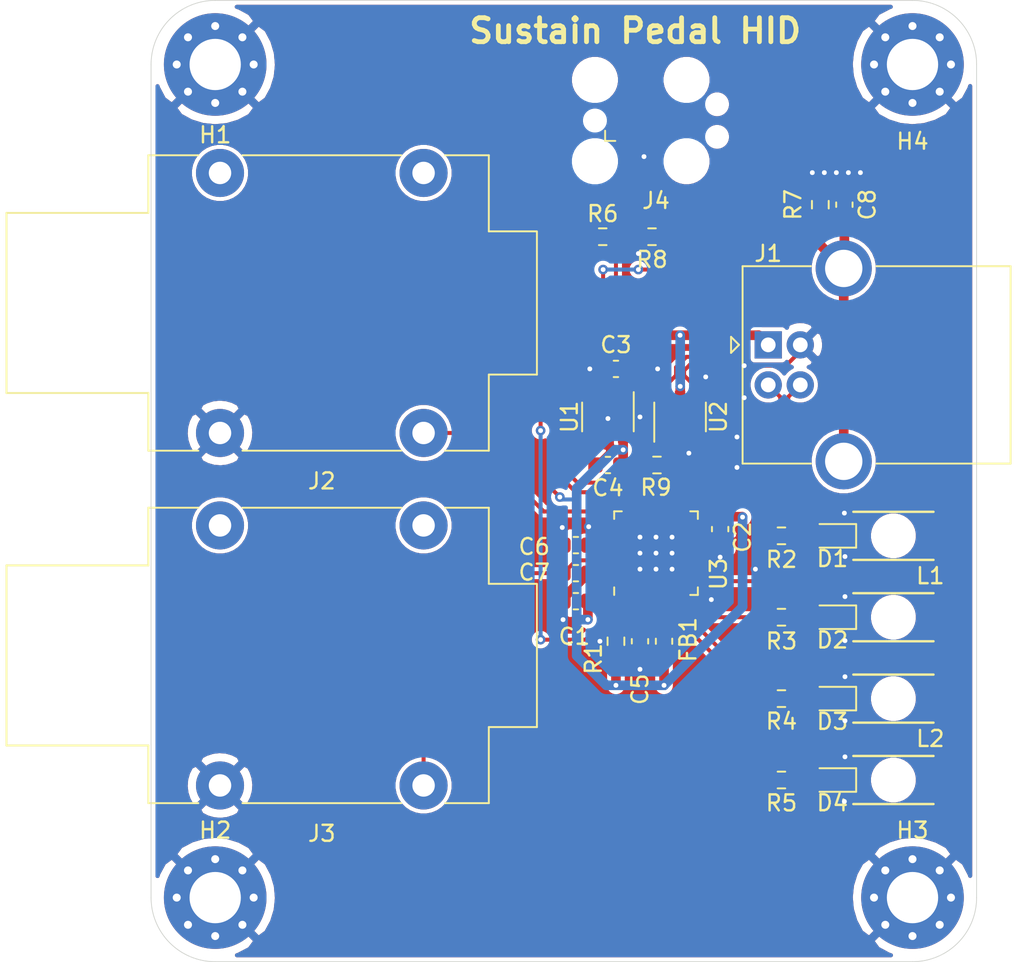
<source format=kicad_pcb>
(kicad_pcb (version 20171130) (host pcbnew 5.1.10)

  (general
    (thickness 1.6)
    (drawings 9)
    (tracks 347)
    (zones 0)
    (modules 35)
    (nets 23)
  )

  (page A4)
  (layers
    (0 F.Cu signal)
    (31 B.Cu signal)
    (32 B.Adhes user)
    (33 F.Adhes user)
    (34 B.Paste user)
    (35 F.Paste user)
    (36 B.SilkS user)
    (37 F.SilkS user)
    (38 B.Mask user)
    (39 F.Mask user)
    (40 Dwgs.User user)
    (41 Cmts.User user)
    (42 Eco1.User user)
    (43 Eco2.User user)
    (44 Edge.Cuts user)
    (45 Margin user)
    (46 B.CrtYd user)
    (47 F.CrtYd user)
    (48 B.Fab user hide)
    (49 F.Fab user hide)
  )

  (setup
    (last_trace_width 0.25)
    (user_trace_width 0.3)
    (user_trace_width 0.6)
    (trace_clearance 0.2)
    (zone_clearance 0.25)
    (zone_45_only no)
    (trace_min 0.2)
    (via_size 0.6)
    (via_drill 0.3)
    (via_min_size 0.4)
    (via_min_drill 0.3)
    (uvia_size 0.3)
    (uvia_drill 0.1)
    (uvias_allowed no)
    (uvia_min_size 0.2)
    (uvia_min_drill 0.1)
    (edge_width 0.05)
    (segment_width 0.2)
    (pcb_text_width 0.3)
    (pcb_text_size 1.5 1.5)
    (mod_edge_width 0.12)
    (mod_text_size 1 1)
    (mod_text_width 0.15)
    (pad_size 0.7874 0.7874)
    (pad_drill 0)
    (pad_to_mask_clearance 0)
    (aux_axis_origin 0 0)
    (visible_elements FFFFFF7F)
    (pcbplotparams
      (layerselection 0x010fc_ffffffff)
      (usegerberextensions false)
      (usegerberattributes true)
      (usegerberadvancedattributes true)
      (creategerberjobfile true)
      (excludeedgelayer true)
      (linewidth 0.100000)
      (plotframeref false)
      (viasonmask false)
      (mode 1)
      (useauxorigin false)
      (hpglpennumber 1)
      (hpglpenspeed 20)
      (hpglpendiameter 15.000000)
      (psnegative false)
      (psa4output false)
      (plotreference true)
      (plotvalue true)
      (plotinvisibletext false)
      (padsonsilk false)
      (subtractmaskfromsilk false)
      (outputformat 1)
      (mirror false)
      (drillshape 1)
      (scaleselection 1)
      (outputdirectory ""))
  )

  (net 0 "")
  (net 1 +3V3)
  (net 2 GND)
  (net 3 +5V)
  (net 4 "Net-(C5-Pad2)")
  (net 5 /PEDAL1)
  (net 6 /PEDAL2)
  (net 7 Earth)
  (net 8 "Net-(D1-Pad2)")
  (net 9 "Net-(D2-Pad2)")
  (net 10 "Net-(D3-Pad2)")
  (net 11 "Net-(D4-Pad2)")
  (net 12 /~RST)
  (net 13 /SWCLK)
  (net 14 /SWDIO)
  (net 15 "Net-(R2-Pad1)")
  (net 16 "Net-(R3-Pad1)")
  (net 17 "Net-(R4-Pad1)")
  (net 18 "Net-(R5-Pad1)")
  (net 19 /USB_D+)
  (net 20 /USB_D-)
  (net 21 /D+)
  (net 22 /D-)

  (net_class Default "This is the default net class."
    (clearance 0.2)
    (trace_width 0.25)
    (via_dia 0.6)
    (via_drill 0.3)
    (uvia_dia 0.3)
    (uvia_drill 0.1)
    (diff_pair_width 0.25)
    (diff_pair_gap 0.25)
    (add_net +3V3)
    (add_net +5V)
    (add_net /D+)
    (add_net /D-)
    (add_net /PEDAL1)
    (add_net /PEDAL2)
    (add_net /SWCLK)
    (add_net /SWDIO)
    (add_net /USB_D+)
    (add_net /USB_D-)
    (add_net /~RST)
    (add_net Earth)
    (add_net GND)
    (add_net "Net-(C5-Pad2)")
    (add_net "Net-(D1-Pad2)")
    (add_net "Net-(D2-Pad2)")
    (add_net "Net-(D3-Pad2)")
    (add_net "Net-(D4-Pad2)")
    (add_net "Net-(J4-Pad5)")
    (add_net "Net-(J4-Pad6)")
    (add_net "Net-(J4-Pad7)")
    (add_net "Net-(J4-Pad8)")
    (add_net "Net-(J4-Pad9)")
    (add_net "Net-(R2-Pad1)")
    (add_net "Net-(R3-Pad1)")
    (add_net "Net-(R4-Pad1)")
    (add_net "Net-(R5-Pad1)")
    (add_net "Net-(U1-Pad4)")
    (add_net "Net-(U3-Pad10)")
    (add_net "Net-(U3-Pad11)")
    (add_net "Net-(U3-Pad12)")
    (add_net "Net-(U3-Pad13)")
    (add_net "Net-(U3-Pad14)")
    (add_net "Net-(U3-Pad15)")
    (add_net "Net-(U3-Pad16)")
    (add_net "Net-(U3-Pad18)")
    (add_net "Net-(U3-Pad19)")
    (add_net "Net-(U3-Pad2)")
    (add_net "Net-(U3-Pad20)")
    (add_net "Net-(U3-Pad25)")
    (add_net "Net-(U3-Pad26)")
    (add_net "Net-(U3-Pad27)")
    (add_net "Net-(U3-Pad28)")
    (add_net "Net-(U3-Pad3)")
    (add_net "Net-(U3-Pad32)")
  )

  (module proz_unknown:1271.1002 locked (layer F.Cu) (tedit 5FDF9E6E) (tstamp 608E5FFD)
    (at 73.31 59.12)
    (path /60917A37)
    (fp_text reference L2 (at 2.3 -0.04) (layer F.SilkS)
      (effects (font (size 1 1) (thickness 0.15)))
    )
    (fp_text value LightLine_x2 (at 0 -6.35) (layer F.Fab)
      (effects (font (size 1 1) (thickness 0.15)))
    )
    (fp_line (start -1.8 -1.34) (end -1.8 -3.74) (layer Dwgs.User) (width 0.12))
    (fp_line (start -6 -1.34) (end -1.8 -1.34) (layer Dwgs.User) (width 0.12))
    (fp_line (start -6 -3.74) (end -6 -1.34) (layer Dwgs.User) (width 0.12))
    (fp_line (start -1.8 -3.74) (end -6 -3.74) (layer Dwgs.User) (width 0.12))
    (fp_line (start -1.5 -1.04) (end -1.5 -4.04) (layer Dwgs.User) (width 0.12))
    (fp_line (start 1.5 -4.04) (end 1.5 -1.04) (layer Dwgs.User) (width 0.12))
    (fp_line (start -6.3 -4.04) (end -6.3 -1.04) (layer F.CrtYd) (width 0.12))
    (fp_line (start 8.1 -4.04) (end -6.3 -4.04) (layer F.CrtYd) (width 0.12))
    (fp_line (start 8.1 -1.04) (end 8.1 -4.04) (layer F.CrtYd) (width 0.12))
    (fp_line (start -6.3 -1.04) (end 8.1 -1.04) (layer F.CrtYd) (width 0.12))
    (fp_line (start -2.5 -4.04) (end 2.5 -4.04) (layer F.SilkS) (width 0.15))
    (fp_line (start -2.5 -1.04) (end 2.5 -1.04) (layer F.SilkS) (width 0.15))
    (fp_line (start -6 3.74) (end -1.8 3.74) (layer Dwgs.User) (width 0.12))
    (fp_line (start -6 1.34) (end -6 3.74) (layer Dwgs.User) (width 0.12))
    (fp_line (start -1.8 1.34) (end -6 1.34) (layer Dwgs.User) (width 0.12))
    (fp_line (start -1.5 4.04) (end -1.5 1.04) (layer Dwgs.User) (width 0.12))
    (fp_line (start 1.5 1.04) (end 1.5 4.04) (layer Dwgs.User) (width 0.12))
    (fp_line (start -2.5 4.04) (end 2.5 4.04) (layer F.SilkS) (width 0.15))
    (fp_line (start -6.3 1.04) (end -6.3 4.04) (layer F.CrtYd) (width 0.12))
    (fp_line (start 8.1 1.04) (end -6.3 1.04) (layer F.CrtYd) (width 0.12))
    (fp_line (start -6.3 4.04) (end 8.1 4.04) (layer F.CrtYd) (width 0.12))
    (fp_line (start -1.8 3.74) (end -1.8 1.34) (layer Dwgs.User) (width 0.12))
    (fp_line (start -2.5 1.04) (end 2.5 1.04) (layer F.SilkS) (width 0.15))
    (fp_line (start 8.1 4.04) (end 8.1 1.04) (layer F.CrtYd) (width 0.12))
    (pad "" np_thru_hole circle (at 0 2.54) (size 2.3 2.3) (drill 2.3) (layers *.Cu *.Mask))
    (pad "" np_thru_hole circle (at 0 -2.54) (size 2.3 2.3) (drill 2.3) (layers *.Cu *.Mask))
  )

  (module proz_unknown:1271.1002 locked (layer F.Cu) (tedit 5FDF9E6E) (tstamp 608E5FDF)
    (at 73.31 48.96)
    (path /6091566B)
    (fp_text reference L1 (at 2.3 -0.04) (layer F.SilkS)
      (effects (font (size 1 1) (thickness 0.15)))
    )
    (fp_text value LightLine_x2 (at 0 -6.35) (layer F.Fab)
      (effects (font (size 1 1) (thickness 0.15)))
    )
    (fp_line (start -1.8 -1.34) (end -1.8 -3.74) (layer Dwgs.User) (width 0.12))
    (fp_line (start -6 -1.34) (end -1.8 -1.34) (layer Dwgs.User) (width 0.12))
    (fp_line (start -6 -3.74) (end -6 -1.34) (layer Dwgs.User) (width 0.12))
    (fp_line (start -1.8 -3.74) (end -6 -3.74) (layer Dwgs.User) (width 0.12))
    (fp_line (start -1.5 -1.04) (end -1.5 -4.04) (layer Dwgs.User) (width 0.12))
    (fp_line (start 1.5 -4.04) (end 1.5 -1.04) (layer Dwgs.User) (width 0.12))
    (fp_line (start -6.3 -4.04) (end -6.3 -1.04) (layer F.CrtYd) (width 0.12))
    (fp_line (start 8.1 -4.04) (end -6.3 -4.04) (layer F.CrtYd) (width 0.12))
    (fp_line (start 8.1 -1.04) (end 8.1 -4.04) (layer F.CrtYd) (width 0.12))
    (fp_line (start -6.3 -1.04) (end 8.1 -1.04) (layer F.CrtYd) (width 0.12))
    (fp_line (start -2.5 -4.04) (end 2.5 -4.04) (layer F.SilkS) (width 0.15))
    (fp_line (start -2.5 -1.04) (end 2.5 -1.04) (layer F.SilkS) (width 0.15))
    (fp_line (start -6 3.74) (end -1.8 3.74) (layer Dwgs.User) (width 0.12))
    (fp_line (start -6 1.34) (end -6 3.74) (layer Dwgs.User) (width 0.12))
    (fp_line (start -1.8 1.34) (end -6 1.34) (layer Dwgs.User) (width 0.12))
    (fp_line (start -1.5 4.04) (end -1.5 1.04) (layer Dwgs.User) (width 0.12))
    (fp_line (start 1.5 1.04) (end 1.5 4.04) (layer Dwgs.User) (width 0.12))
    (fp_line (start -2.5 4.04) (end 2.5 4.04) (layer F.SilkS) (width 0.15))
    (fp_line (start -6.3 1.04) (end -6.3 4.04) (layer F.CrtYd) (width 0.12))
    (fp_line (start 8.1 1.04) (end -6.3 1.04) (layer F.CrtYd) (width 0.12))
    (fp_line (start -6.3 4.04) (end 8.1 4.04) (layer F.CrtYd) (width 0.12))
    (fp_line (start -1.8 3.74) (end -1.8 1.34) (layer Dwgs.User) (width 0.12))
    (fp_line (start -2.5 1.04) (end 2.5 1.04) (layer F.SilkS) (width 0.15))
    (fp_line (start 8.1 4.04) (end 8.1 1.04) (layer F.CrtYd) (width 0.12))
    (pad "" np_thru_hole circle (at 0 2.54) (size 2.3 2.3) (drill 2.3) (layers *.Cu *.Mask))
    (pad "" np_thru_hole circle (at 0 -2.54) (size 2.3 2.3) (drill 2.3) (layers *.Cu *.Mask))
  )

  (module MountingHole:MountingHole_3.2mm_M3_Pad_Via (layer F.Cu) (tedit 56DDBCCA) (tstamp 608E4C99)
    (at 74.5 17)
    (descr "Mounting Hole 3.2mm, M3")
    (tags "mounting hole 3.2mm m3")
    (path /608EFA14)
    (attr virtual)
    (fp_text reference H4 (at 0 4.8) (layer F.SilkS)
      (effects (font (size 1 1) (thickness 0.15)))
    )
    (fp_text value MountingHole_Pad (at 0 4.2) (layer F.Fab)
      (effects (font (size 1 1) (thickness 0.15)))
    )
    (fp_circle (center 0 0) (end 3.2 0) (layer Cmts.User) (width 0.15))
    (fp_circle (center 0 0) (end 3.45 0) (layer F.CrtYd) (width 0.05))
    (fp_text user %R (at 0.3 0) (layer F.Fab)
      (effects (font (size 1 1) (thickness 0.15)))
    )
    (pad 1 thru_hole circle (at 1.697056 -1.697056) (size 0.8 0.8) (drill 0.5) (layers *.Cu *.Mask)
      (net 2 GND))
    (pad 1 thru_hole circle (at 0 -2.4) (size 0.8 0.8) (drill 0.5) (layers *.Cu *.Mask)
      (net 2 GND))
    (pad 1 thru_hole circle (at -1.697056 -1.697056) (size 0.8 0.8) (drill 0.5) (layers *.Cu *.Mask)
      (net 2 GND))
    (pad 1 thru_hole circle (at -2.4 0) (size 0.8 0.8) (drill 0.5) (layers *.Cu *.Mask)
      (net 2 GND))
    (pad 1 thru_hole circle (at -1.697056 1.697056) (size 0.8 0.8) (drill 0.5) (layers *.Cu *.Mask)
      (net 2 GND))
    (pad 1 thru_hole circle (at 0 2.4) (size 0.8 0.8) (drill 0.5) (layers *.Cu *.Mask)
      (net 2 GND))
    (pad 1 thru_hole circle (at 1.697056 1.697056) (size 0.8 0.8) (drill 0.5) (layers *.Cu *.Mask)
      (net 2 GND))
    (pad 1 thru_hole circle (at 2.4 0) (size 0.8 0.8) (drill 0.5) (layers *.Cu *.Mask)
      (net 2 GND))
    (pad 1 thru_hole circle (at 0 0) (size 6.4 6.4) (drill 3.2) (layers *.Cu *.Mask)
      (net 2 GND))
  )

  (module MountingHole:MountingHole_3.2mm_M3_Pad_Via (layer F.Cu) (tedit 56DDBCCA) (tstamp 608E4C89)
    (at 74.5 69)
    (descr "Mounting Hole 3.2mm, M3")
    (tags "mounting hole 3.2mm m3")
    (path /608EF3C8)
    (attr virtual)
    (fp_text reference H3 (at 0 -4.2) (layer F.SilkS)
      (effects (font (size 1 1) (thickness 0.15)))
    )
    (fp_text value MountingHole_Pad (at 0 4.2) (layer F.Fab)
      (effects (font (size 1 1) (thickness 0.15)))
    )
    (fp_circle (center 0 0) (end 3.2 0) (layer Cmts.User) (width 0.15))
    (fp_circle (center 0 0) (end 3.45 0) (layer F.CrtYd) (width 0.05))
    (fp_text user %R (at 0.3 0) (layer F.Fab)
      (effects (font (size 1 1) (thickness 0.15)))
    )
    (pad 1 thru_hole circle (at 1.697056 -1.697056) (size 0.8 0.8) (drill 0.5) (layers *.Cu *.Mask)
      (net 2 GND))
    (pad 1 thru_hole circle (at 0 -2.4) (size 0.8 0.8) (drill 0.5) (layers *.Cu *.Mask)
      (net 2 GND))
    (pad 1 thru_hole circle (at -1.697056 -1.697056) (size 0.8 0.8) (drill 0.5) (layers *.Cu *.Mask)
      (net 2 GND))
    (pad 1 thru_hole circle (at -2.4 0) (size 0.8 0.8) (drill 0.5) (layers *.Cu *.Mask)
      (net 2 GND))
    (pad 1 thru_hole circle (at -1.697056 1.697056) (size 0.8 0.8) (drill 0.5) (layers *.Cu *.Mask)
      (net 2 GND))
    (pad 1 thru_hole circle (at 0 2.4) (size 0.8 0.8) (drill 0.5) (layers *.Cu *.Mask)
      (net 2 GND))
    (pad 1 thru_hole circle (at 1.697056 1.697056) (size 0.8 0.8) (drill 0.5) (layers *.Cu *.Mask)
      (net 2 GND))
    (pad 1 thru_hole circle (at 2.4 0) (size 0.8 0.8) (drill 0.5) (layers *.Cu *.Mask)
      (net 2 GND))
    (pad 1 thru_hole circle (at 0 0) (size 6.4 6.4) (drill 3.2) (layers *.Cu *.Mask)
      (net 2 GND))
  )

  (module MountingHole:MountingHole_3.2mm_M3_Pad_Via (layer F.Cu) (tedit 56DDBCCA) (tstamp 608E4C79)
    (at 31 69)
    (descr "Mounting Hole 3.2mm, M3")
    (tags "mounting hole 3.2mm m3")
    (path /608EE9BE)
    (attr virtual)
    (fp_text reference H2 (at 0 -4.2) (layer F.SilkS)
      (effects (font (size 1 1) (thickness 0.15)))
    )
    (fp_text value MountingHole_Pad (at 0 4.2) (layer F.Fab)
      (effects (font (size 1 1) (thickness 0.15)))
    )
    (fp_circle (center 0 0) (end 3.2 0) (layer Cmts.User) (width 0.15))
    (fp_circle (center 0 0) (end 3.45 0) (layer F.CrtYd) (width 0.05))
    (fp_text user %R (at 0.3 0) (layer F.Fab)
      (effects (font (size 1 1) (thickness 0.15)))
    )
    (pad 1 thru_hole circle (at 1.697056 -1.697056) (size 0.8 0.8) (drill 0.5) (layers *.Cu *.Mask)
      (net 2 GND))
    (pad 1 thru_hole circle (at 0 -2.4) (size 0.8 0.8) (drill 0.5) (layers *.Cu *.Mask)
      (net 2 GND))
    (pad 1 thru_hole circle (at -1.697056 -1.697056) (size 0.8 0.8) (drill 0.5) (layers *.Cu *.Mask)
      (net 2 GND))
    (pad 1 thru_hole circle (at -2.4 0) (size 0.8 0.8) (drill 0.5) (layers *.Cu *.Mask)
      (net 2 GND))
    (pad 1 thru_hole circle (at -1.697056 1.697056) (size 0.8 0.8) (drill 0.5) (layers *.Cu *.Mask)
      (net 2 GND))
    (pad 1 thru_hole circle (at 0 2.4) (size 0.8 0.8) (drill 0.5) (layers *.Cu *.Mask)
      (net 2 GND))
    (pad 1 thru_hole circle (at 1.697056 1.697056) (size 0.8 0.8) (drill 0.5) (layers *.Cu *.Mask)
      (net 2 GND))
    (pad 1 thru_hole circle (at 2.4 0) (size 0.8 0.8) (drill 0.5) (layers *.Cu *.Mask)
      (net 2 GND))
    (pad 1 thru_hole circle (at 0 0) (size 6.4 6.4) (drill 3.2) (layers *.Cu *.Mask)
      (net 2 GND))
  )

  (module MountingHole:MountingHole_3.2mm_M3_Pad_Via (layer F.Cu) (tedit 56DDBCCA) (tstamp 608E504C)
    (at 31 17)
    (descr "Mounting Hole 3.2mm, M3")
    (tags "mounting hole 3.2mm m3")
    (path /608EBE66)
    (attr virtual)
    (fp_text reference H1 (at 0 4.4) (layer F.SilkS)
      (effects (font (size 1 1) (thickness 0.15)))
    )
    (fp_text value MountingHole_Pad (at 0 4.2) (layer F.Fab)
      (effects (font (size 1 1) (thickness 0.15)))
    )
    (fp_circle (center 0 0) (end 3.2 0) (layer Cmts.User) (width 0.15))
    (fp_circle (center 0 0) (end 3.45 0) (layer F.CrtYd) (width 0.05))
    (fp_text user %R (at 0.3 0) (layer F.Fab)
      (effects (font (size 1 1) (thickness 0.15)))
    )
    (pad 1 thru_hole circle (at 1.697056 -1.697056) (size 0.8 0.8) (drill 0.5) (layers *.Cu *.Mask)
      (net 2 GND))
    (pad 1 thru_hole circle (at 0 -2.4) (size 0.8 0.8) (drill 0.5) (layers *.Cu *.Mask)
      (net 2 GND))
    (pad 1 thru_hole circle (at -1.697056 -1.697056) (size 0.8 0.8) (drill 0.5) (layers *.Cu *.Mask)
      (net 2 GND))
    (pad 1 thru_hole circle (at -2.4 0) (size 0.8 0.8) (drill 0.5) (layers *.Cu *.Mask)
      (net 2 GND))
    (pad 1 thru_hole circle (at -1.697056 1.697056) (size 0.8 0.8) (drill 0.5) (layers *.Cu *.Mask)
      (net 2 GND))
    (pad 1 thru_hole circle (at 0 2.4) (size 0.8 0.8) (drill 0.5) (layers *.Cu *.Mask)
      (net 2 GND))
    (pad 1 thru_hole circle (at 1.697056 1.697056) (size 0.8 0.8) (drill 0.5) (layers *.Cu *.Mask)
      (net 2 GND))
    (pad 1 thru_hole circle (at 2.4 0) (size 0.8 0.8) (drill 0.5) (layers *.Cu *.Mask)
      (net 2 GND))
    (pad 1 thru_hole circle (at 0 0) (size 6.4 6.4) (drill 3.2) (layers *.Cu *.Mask)
      (net 2 GND))
  )

  (module Connector_Audio:Jack_6.35mm_Neutrik_NMJ4HFD2_Horizontal locked (layer F.Cu) (tedit 5C194A94) (tstamp 608E34E0)
    (at 44 62 180)
    (descr "M Series, 6.35mm (1/4in) mono jack, switched, with full threaded nose and straight PCB pins, https://www.neutrik.com/en/product/nmj4hfd2")
    (tags "neutrik jack m")
    (path /60941036)
    (fp_text reference J3 (at 6.35 -3) (layer F.SilkS)
      (effects (font (size 1 1) (thickness 0.15)))
    )
    (fp_text value PEDAL2 (at 6.35 19) (layer F.Fab)
      (effects (font (size 1 1) (thickness 0.15)))
    )
    (fp_line (start -7.45 18.23) (end 26.4 18.23) (layer F.CrtYd) (width 0.05))
    (fp_line (start 26.4 18.23) (end 26.4 -2) (layer F.CrtYd) (width 0.05))
    (fp_line (start 26.4 -2) (end -7.45 -2) (layer F.CrtYd) (width 0.05))
    (fp_line (start -7.45 18.23) (end -7.45 -2) (layer F.CrtYd) (width 0.05))
    (fp_line (start 17.17 2.495) (end 26.02 2.495) (layer F.SilkS) (width 0.12))
    (fp_line (start 26.02 13.735) (end 26.02 2.495) (layer F.SilkS) (width 0.12))
    (fp_line (start 17.17 13.735) (end 26.02 13.735) (layer F.SilkS) (width 0.12))
    (fp_line (start -7.07 12.585) (end -4.07 12.585) (layer F.SilkS) (width 0.12))
    (fp_line (start 17.17 17.335) (end 17.17 13.735) (layer F.SilkS) (width 0.12))
    (fp_line (start 17.17 -1.105) (end 14.05 -1.105) (layer F.SilkS) (width 0.12))
    (fp_line (start 17.17 17.335) (end 14.05 17.335) (layer F.SilkS) (width 0.12))
    (fp_line (start -1.35 17.335) (end -4.07 17.335) (layer F.SilkS) (width 0.12))
    (fp_line (start 11.3 17.335) (end 1.4 17.335) (layer F.SilkS) (width 0.12))
    (fp_line (start 1.4 -1.105) (end 11.3 -1.105) (layer F.SilkS) (width 0.12))
    (fp_line (start -4.07 -1.105) (end -1.35 -1.105) (layer F.SilkS) (width 0.12))
    (fp_line (start -4.07 17.335) (end -4.07 12.585) (layer F.SilkS) (width 0.12))
    (fp_line (start 17.05 17.215) (end -3.95 17.215) (layer F.Fab) (width 0.1))
    (fp_line (start 17.05 17.215) (end 17.05 -0.985) (layer F.Fab) (width 0.1))
    (fp_line (start 17.05 -0.985) (end -3.95 -0.985) (layer F.Fab) (width 0.1))
    (fp_line (start -6.95 12.465) (end -6.95 3.765) (layer F.Fab) (width 0.1))
    (fp_line (start -3.95 17.215) (end -3.95 -0.985) (layer F.Fab) (width 0.1))
    (fp_line (start 25.9 13.615) (end 25.9 2.615) (layer F.Fab) (width 0.1))
    (fp_line (start 25.9 13.615) (end 17.05 13.615) (layer F.Fab) (width 0.1))
    (fp_line (start 25.9 2.615) (end 17.05 2.615) (layer F.Fab) (width 0.1))
    (fp_line (start -6.95 12.465) (end -3.95 12.465) (layer F.Fab) (width 0.1))
    (fp_line (start -6.95 3.765) (end -3.95 3.765) (layer F.Fab) (width 0.1))
    (fp_line (start -7.07 12.545) (end -7.07 3.645) (layer F.SilkS) (width 0.12))
    (fp_line (start -7.07 3.645) (end -4.07 3.645) (layer F.SilkS) (width 0.12))
    (fp_line (start -4.07 3.645) (end -4.07 -1.105) (layer F.SilkS) (width 0.12))
    (fp_line (start 17.17 2.495) (end 17.17 -1.105) (layer F.SilkS) (width 0.12))
    (fp_text user %R (at 6.35 8.115) (layer F.Fab)
      (effects (font (size 1 1) (thickness 0.15)))
    )
    (pad TN thru_hole circle (at 0 16.23 180) (size 3 3) (drill 1.4) (layers *.Cu *.Mask))
    (pad SN thru_hole circle (at 12.7 16.23 180) (size 3 3) (drill 1.4) (layers *.Cu *.Mask))
    (pad T thru_hole circle (at 0 0 180) (size 3 3) (drill 1.4) (layers *.Cu *.Mask)
      (net 6 /PEDAL2))
    (pad S thru_hole circle (at 12.7 0 180) (size 3 3) (drill 1.4) (layers *.Cu *.Mask)
      (net 2 GND))
    (model ${KISYS3DMOD}/Connector_Audio.3dshapes/Jack_6.35mm_Neutrik_NMJ4HFD2_Horizontal.wrl
      (at (xyz 0 0 0))
      (scale (xyz 1 1 1))
      (rotate (xyz 0 0 0))
    )
  )

  (module Connector_Audio:Jack_6.35mm_Neutrik_NMJ4HFD2_Horizontal locked (layer F.Cu) (tedit 5C194A94) (tstamp 608E34BF)
    (at 44 40 180)
    (descr "M Series, 6.35mm (1/4in) mono jack, switched, with full threaded nose and straight PCB pins, https://www.neutrik.com/en/product/nmj4hfd2")
    (tags "neutrik jack m")
    (path /6093EEE7)
    (fp_text reference J2 (at 6.35 -3) (layer F.SilkS)
      (effects (font (size 1 1) (thickness 0.15)))
    )
    (fp_text value PEDAL1 (at 6.35 19) (layer F.Fab)
      (effects (font (size 1 1) (thickness 0.15)))
    )
    (fp_line (start -7.45 18.23) (end 26.4 18.23) (layer F.CrtYd) (width 0.05))
    (fp_line (start 26.4 18.23) (end 26.4 -2) (layer F.CrtYd) (width 0.05))
    (fp_line (start 26.4 -2) (end -7.45 -2) (layer F.CrtYd) (width 0.05))
    (fp_line (start -7.45 18.23) (end -7.45 -2) (layer F.CrtYd) (width 0.05))
    (fp_line (start 17.17 2.495) (end 26.02 2.495) (layer F.SilkS) (width 0.12))
    (fp_line (start 26.02 13.735) (end 26.02 2.495) (layer F.SilkS) (width 0.12))
    (fp_line (start 17.17 13.735) (end 26.02 13.735) (layer F.SilkS) (width 0.12))
    (fp_line (start -7.07 12.585) (end -4.07 12.585) (layer F.SilkS) (width 0.12))
    (fp_line (start 17.17 17.335) (end 17.17 13.735) (layer F.SilkS) (width 0.12))
    (fp_line (start 17.17 -1.105) (end 14.05 -1.105) (layer F.SilkS) (width 0.12))
    (fp_line (start 17.17 17.335) (end 14.05 17.335) (layer F.SilkS) (width 0.12))
    (fp_line (start -1.35 17.335) (end -4.07 17.335) (layer F.SilkS) (width 0.12))
    (fp_line (start 11.3 17.335) (end 1.4 17.335) (layer F.SilkS) (width 0.12))
    (fp_line (start 1.4 -1.105) (end 11.3 -1.105) (layer F.SilkS) (width 0.12))
    (fp_line (start -4.07 -1.105) (end -1.35 -1.105) (layer F.SilkS) (width 0.12))
    (fp_line (start -4.07 17.335) (end -4.07 12.585) (layer F.SilkS) (width 0.12))
    (fp_line (start 17.05 17.215) (end -3.95 17.215) (layer F.Fab) (width 0.1))
    (fp_line (start 17.05 17.215) (end 17.05 -0.985) (layer F.Fab) (width 0.1))
    (fp_line (start 17.05 -0.985) (end -3.95 -0.985) (layer F.Fab) (width 0.1))
    (fp_line (start -6.95 12.465) (end -6.95 3.765) (layer F.Fab) (width 0.1))
    (fp_line (start -3.95 17.215) (end -3.95 -0.985) (layer F.Fab) (width 0.1))
    (fp_line (start 25.9 13.615) (end 25.9 2.615) (layer F.Fab) (width 0.1))
    (fp_line (start 25.9 13.615) (end 17.05 13.615) (layer F.Fab) (width 0.1))
    (fp_line (start 25.9 2.615) (end 17.05 2.615) (layer F.Fab) (width 0.1))
    (fp_line (start -6.95 12.465) (end -3.95 12.465) (layer F.Fab) (width 0.1))
    (fp_line (start -6.95 3.765) (end -3.95 3.765) (layer F.Fab) (width 0.1))
    (fp_line (start -7.07 12.545) (end -7.07 3.645) (layer F.SilkS) (width 0.12))
    (fp_line (start -7.07 3.645) (end -4.07 3.645) (layer F.SilkS) (width 0.12))
    (fp_line (start -4.07 3.645) (end -4.07 -1.105) (layer F.SilkS) (width 0.12))
    (fp_line (start 17.17 2.495) (end 17.17 -1.105) (layer F.SilkS) (width 0.12))
    (fp_text user %R (at 6.35 8.115) (layer F.Fab)
      (effects (font (size 1 1) (thickness 0.15)))
    )
    (pad TN thru_hole circle (at 0 16.23 180) (size 3 3) (drill 1.4) (layers *.Cu *.Mask))
    (pad SN thru_hole circle (at 12.7 16.23 180) (size 3 3) (drill 1.4) (layers *.Cu *.Mask))
    (pad T thru_hole circle (at 0 0 180) (size 3 3) (drill 1.4) (layers *.Cu *.Mask)
      (net 5 /PEDAL1))
    (pad S thru_hole circle (at 12.7 0 180) (size 3 3) (drill 1.4) (layers *.Cu *.Mask)
      (net 2 GND))
    (model ${KISYS3DMOD}/Connector_Audio.3dshapes/Jack_6.35mm_Neutrik_NMJ4HFD2_Horizontal.wrl
      (at (xyz 0 0 0))
      (scale (xyz 1 1 1))
      (rotate (xyz 0 0 0))
    )
  )

  (module Package_DFN_QFN:QFN-32-1EP_5x5mm_P0.5mm_EP3.45x3.45mm (layer F.Cu) (tedit 5DC5F6A4) (tstamp 608E360D)
    (at 58.5 47.5 90)
    (descr "QFN, 32 Pin (http://www.analog.com/media/en/package-pcb-resources/package/pkg_pdf/ltc-legacy-qfn/QFN_32_05-08-1693.pdf), generated with kicad-footprint-generator ipc_noLead_generator.py")
    (tags "QFN NoLead")
    (path /608DD3DA)
    (attr smd)
    (fp_text reference U3 (at -1.3 3.9 90) (layer F.SilkS)
      (effects (font (size 1 1) (thickness 0.15)))
    )
    (fp_text value STM32L052K8Ux (at 0 3.82 90) (layer F.Fab)
      (effects (font (size 1 1) (thickness 0.15)))
    )
    (fp_line (start 3.12 -3.12) (end -3.12 -3.12) (layer F.CrtYd) (width 0.05))
    (fp_line (start 3.12 3.12) (end 3.12 -3.12) (layer F.CrtYd) (width 0.05))
    (fp_line (start -3.12 3.12) (end 3.12 3.12) (layer F.CrtYd) (width 0.05))
    (fp_line (start -3.12 -3.12) (end -3.12 3.12) (layer F.CrtYd) (width 0.05))
    (fp_line (start -2.5 -1.5) (end -1.5 -2.5) (layer F.Fab) (width 0.1))
    (fp_line (start -2.5 2.5) (end -2.5 -1.5) (layer F.Fab) (width 0.1))
    (fp_line (start 2.5 2.5) (end -2.5 2.5) (layer F.Fab) (width 0.1))
    (fp_line (start 2.5 -2.5) (end 2.5 2.5) (layer F.Fab) (width 0.1))
    (fp_line (start -1.5 -2.5) (end 2.5 -2.5) (layer F.Fab) (width 0.1))
    (fp_line (start -2.135 -2.61) (end -2.61 -2.61) (layer F.SilkS) (width 0.12))
    (fp_line (start 2.61 2.61) (end 2.61 2.135) (layer F.SilkS) (width 0.12))
    (fp_line (start 2.135 2.61) (end 2.61 2.61) (layer F.SilkS) (width 0.12))
    (fp_line (start -2.61 2.61) (end -2.61 2.135) (layer F.SilkS) (width 0.12))
    (fp_line (start -2.135 2.61) (end -2.61 2.61) (layer F.SilkS) (width 0.12))
    (fp_line (start 2.61 -2.61) (end 2.61 -2.135) (layer F.SilkS) (width 0.12))
    (fp_line (start 2.135 -2.61) (end 2.61 -2.61) (layer F.SilkS) (width 0.12))
    (fp_text user %R (at 0 0 90) (layer F.Fab)
      (effects (font (size 1 1) (thickness 0.15)))
    )
    (pad "" smd roundrect (at 1.15 1.15 90) (size 0.93 0.93) (layers F.Paste) (roundrect_rratio 0.25))
    (pad "" smd roundrect (at 1.15 0 90) (size 0.93 0.93) (layers F.Paste) (roundrect_rratio 0.25))
    (pad "" smd roundrect (at 1.15 -1.15 90) (size 0.93 0.93) (layers F.Paste) (roundrect_rratio 0.25))
    (pad "" smd roundrect (at 0 1.15 90) (size 0.93 0.93) (layers F.Paste) (roundrect_rratio 0.25))
    (pad "" smd roundrect (at 0 0 90) (size 0.93 0.93) (layers F.Paste) (roundrect_rratio 0.25))
    (pad "" smd roundrect (at 0 -1.15 90) (size 0.93 0.93) (layers F.Paste) (roundrect_rratio 0.25))
    (pad "" smd roundrect (at -1.15 1.15 90) (size 0.93 0.93) (layers F.Paste) (roundrect_rratio 0.25))
    (pad "" smd roundrect (at -1.15 0 90) (size 0.93 0.93) (layers F.Paste) (roundrect_rratio 0.25))
    (pad "" smd roundrect (at -1.15 -1.15 90) (size 0.93 0.93) (layers F.Paste) (roundrect_rratio 0.25))
    (pad 33 smd rect (at 0 0 90) (size 3.45 3.45) (layers F.Cu F.Mask)
      (net 2 GND))
    (pad 32 smd roundrect (at -1.75 -2.4375 90) (size 0.25 0.875) (layers F.Cu F.Paste F.Mask) (roundrect_rratio 0.25))
    (pad 31 smd roundrect (at -1.25 -2.4375 90) (size 0.25 0.875) (layers F.Cu F.Paste F.Mask) (roundrect_rratio 0.25)
      (net 2 GND))
    (pad 30 smd roundrect (at -0.75 -2.4375 90) (size 0.25 0.875) (layers F.Cu F.Paste F.Mask) (roundrect_rratio 0.25)
      (net 6 /PEDAL2))
    (pad 29 smd roundrect (at -0.25 -2.4375 90) (size 0.25 0.875) (layers F.Cu F.Paste F.Mask) (roundrect_rratio 0.25)
      (net 5 /PEDAL1))
    (pad 28 smd roundrect (at 0.25 -2.4375 90) (size 0.25 0.875) (layers F.Cu F.Paste F.Mask) (roundrect_rratio 0.25))
    (pad 27 smd roundrect (at 0.75 -2.4375 90) (size 0.25 0.875) (layers F.Cu F.Paste F.Mask) (roundrect_rratio 0.25))
    (pad 26 smd roundrect (at 1.25 -2.4375 90) (size 0.25 0.875) (layers F.Cu F.Paste F.Mask) (roundrect_rratio 0.25))
    (pad 25 smd roundrect (at 1.75 -2.4375 90) (size 0.25 0.875) (layers F.Cu F.Paste F.Mask) (roundrect_rratio 0.25))
    (pad 24 smd roundrect (at 2.4375 -1.75 90) (size 0.875 0.25) (layers F.Cu F.Paste F.Mask) (roundrect_rratio 0.25)
      (net 13 /SWCLK))
    (pad 23 smd roundrect (at 2.4375 -1.25 90) (size 0.875 0.25) (layers F.Cu F.Paste F.Mask) (roundrect_rratio 0.25)
      (net 14 /SWDIO))
    (pad 22 smd roundrect (at 2.4375 -0.75 90) (size 0.875 0.25) (layers F.Cu F.Paste F.Mask) (roundrect_rratio 0.25)
      (net 19 /USB_D+))
    (pad 21 smd roundrect (at 2.4375 -0.25 90) (size 0.875 0.25) (layers F.Cu F.Paste F.Mask) (roundrect_rratio 0.25)
      (net 20 /USB_D-))
    (pad 20 smd roundrect (at 2.4375 0.25 90) (size 0.875 0.25) (layers F.Cu F.Paste F.Mask) (roundrect_rratio 0.25))
    (pad 19 smd roundrect (at 2.4375 0.75 90) (size 0.875 0.25) (layers F.Cu F.Paste F.Mask) (roundrect_rratio 0.25))
    (pad 18 smd roundrect (at 2.4375 1.25 90) (size 0.875 0.25) (layers F.Cu F.Paste F.Mask) (roundrect_rratio 0.25))
    (pad 17 smd roundrect (at 2.4375 1.75 90) (size 0.875 0.25) (layers F.Cu F.Paste F.Mask) (roundrect_rratio 0.25)
      (net 1 +3V3))
    (pad 16 smd roundrect (at 1.75 2.4375 90) (size 0.25 0.875) (layers F.Cu F.Paste F.Mask) (roundrect_rratio 0.25))
    (pad 15 smd roundrect (at 1.25 2.4375 90) (size 0.25 0.875) (layers F.Cu F.Paste F.Mask) (roundrect_rratio 0.25))
    (pad 14 smd roundrect (at 0.75 2.4375 90) (size 0.25 0.875) (layers F.Cu F.Paste F.Mask) (roundrect_rratio 0.25))
    (pad 13 smd roundrect (at 0.25 2.4375 90) (size 0.25 0.875) (layers F.Cu F.Paste F.Mask) (roundrect_rratio 0.25))
    (pad 12 smd roundrect (at -0.25 2.4375 90) (size 0.25 0.875) (layers F.Cu F.Paste F.Mask) (roundrect_rratio 0.25))
    (pad 11 smd roundrect (at -0.75 2.4375 90) (size 0.25 0.875) (layers F.Cu F.Paste F.Mask) (roundrect_rratio 0.25))
    (pad 10 smd roundrect (at -1.25 2.4375 90) (size 0.25 0.875) (layers F.Cu F.Paste F.Mask) (roundrect_rratio 0.25))
    (pad 9 smd roundrect (at -1.75 2.4375 90) (size 0.25 0.875) (layers F.Cu F.Paste F.Mask) (roundrect_rratio 0.25)
      (net 15 "Net-(R2-Pad1)"))
    (pad 8 smd roundrect (at -2.4375 1.75 90) (size 0.875 0.25) (layers F.Cu F.Paste F.Mask) (roundrect_rratio 0.25)
      (net 16 "Net-(R3-Pad1)"))
    (pad 7 smd roundrect (at -2.4375 1.25 90) (size 0.875 0.25) (layers F.Cu F.Paste F.Mask) (roundrect_rratio 0.25)
      (net 17 "Net-(R4-Pad1)"))
    (pad 6 smd roundrect (at -2.4375 0.75 90) (size 0.875 0.25) (layers F.Cu F.Paste F.Mask) (roundrect_rratio 0.25)
      (net 18 "Net-(R5-Pad1)"))
    (pad 5 smd roundrect (at -2.4375 0.25 90) (size 0.875 0.25) (layers F.Cu F.Paste F.Mask) (roundrect_rratio 0.25)
      (net 4 "Net-(C5-Pad2)"))
    (pad 4 smd roundrect (at -2.4375 -0.25 90) (size 0.875 0.25) (layers F.Cu F.Paste F.Mask) (roundrect_rratio 0.25)
      (net 12 /~RST))
    (pad 3 smd roundrect (at -2.4375 -0.75 90) (size 0.875 0.25) (layers F.Cu F.Paste F.Mask) (roundrect_rratio 0.25))
    (pad 2 smd roundrect (at -2.4375 -1.25 90) (size 0.875 0.25) (layers F.Cu F.Paste F.Mask) (roundrect_rratio 0.25))
    (pad 1 smd roundrect (at -2.4375 -1.75 90) (size 0.875 0.25) (layers F.Cu F.Paste F.Mask) (roundrect_rratio 0.25)
      (net 1 +3V3))
    (model ${KISYS3DMOD}/Package_DFN_QFN.3dshapes/QFN-32-1EP_5x5mm_P0.5mm_EP3.45x3.45mm.wrl
      (at (xyz 0 0 0))
      (scale (xyz 1 1 1))
      (rotate (xyz 0 0 0))
    )
  )

  (module Package_TO_SOT_SMD:SOT-23-6 (layer F.Cu) (tedit 5A02FF57) (tstamp 60905344)
    (at 60 39 90)
    (descr "6-pin SOT-23 package")
    (tags SOT-23-6)
    (path /608F0878)
    (attr smd)
    (fp_text reference U2 (at 0 2.4 90) (layer F.SilkS)
      (effects (font (size 1 1) (thickness 0.15)))
    )
    (fp_text value USBLC6-2SC6 (at 0 2.9 90) (layer F.Fab)
      (effects (font (size 1 1) (thickness 0.15)))
    )
    (fp_line (start 0.9 -1.55) (end 0.9 1.55) (layer F.Fab) (width 0.1))
    (fp_line (start 0.9 1.55) (end -0.9 1.55) (layer F.Fab) (width 0.1))
    (fp_line (start -0.9 -0.9) (end -0.9 1.55) (layer F.Fab) (width 0.1))
    (fp_line (start 0.9 -1.55) (end -0.25 -1.55) (layer F.Fab) (width 0.1))
    (fp_line (start -0.9 -0.9) (end -0.25 -1.55) (layer F.Fab) (width 0.1))
    (fp_line (start -1.9 -1.8) (end -1.9 1.8) (layer F.CrtYd) (width 0.05))
    (fp_line (start -1.9 1.8) (end 1.9 1.8) (layer F.CrtYd) (width 0.05))
    (fp_line (start 1.9 1.8) (end 1.9 -1.8) (layer F.CrtYd) (width 0.05))
    (fp_line (start 1.9 -1.8) (end -1.9 -1.8) (layer F.CrtYd) (width 0.05))
    (fp_line (start 0.9 -1.61) (end -1.55 -1.61) (layer F.SilkS) (width 0.12))
    (fp_line (start -0.9 1.61) (end 0.9 1.61) (layer F.SilkS) (width 0.12))
    (fp_text user %R (at 0 0) (layer F.Fab)
      (effects (font (size 0.5 0.5) (thickness 0.075)))
    )
    (pad 5 smd rect (at 1.1 0 90) (size 1.06 0.65) (layers F.Cu F.Paste F.Mask)
      (net 3 +5V))
    (pad 6 smd rect (at 1.1 -0.95 90) (size 1.06 0.65) (layers F.Cu F.Paste F.Mask)
      (net 22 /D-))
    (pad 4 smd rect (at 1.1 0.95 90) (size 1.06 0.65) (layers F.Cu F.Paste F.Mask)
      (net 21 /D+))
    (pad 3 smd rect (at -1.1 0.95 90) (size 1.06 0.65) (layers F.Cu F.Paste F.Mask)
      (net 19 /USB_D+))
    (pad 2 smd rect (at -1.1 0 90) (size 1.06 0.65) (layers F.Cu F.Paste F.Mask)
      (net 2 GND))
    (pad 1 smd rect (at -1.1 -0.95 90) (size 1.06 0.65) (layers F.Cu F.Paste F.Mask)
      (net 20 /USB_D-))
    (model ${KISYS3DMOD}/Package_TO_SOT_SMD.3dshapes/SOT-23-6.wrl
      (at (xyz 0 0 0))
      (scale (xyz 1 1 1))
      (rotate (xyz 0 0 0))
    )
  )

  (module Package_TO_SOT_SMD:SOT-23-5 (layer F.Cu) (tedit 5A02FF57) (tstamp 609056F0)
    (at 55.5 39 270)
    (descr "5-pin SOT23 package")
    (tags SOT-23-5)
    (path /608E787E)
    (attr smd)
    (fp_text reference U1 (at 0 2.4 90) (layer F.SilkS)
      (effects (font (size 1 1) (thickness 0.15)))
    )
    (fp_text value MIC5365-3.3YD5 (at 0 2.9 90) (layer F.Fab)
      (effects (font (size 1 1) (thickness 0.15)))
    )
    (fp_line (start 0.9 -1.55) (end 0.9 1.55) (layer F.Fab) (width 0.1))
    (fp_line (start 0.9 1.55) (end -0.9 1.55) (layer F.Fab) (width 0.1))
    (fp_line (start -0.9 -0.9) (end -0.9 1.55) (layer F.Fab) (width 0.1))
    (fp_line (start 0.9 -1.55) (end -0.25 -1.55) (layer F.Fab) (width 0.1))
    (fp_line (start -0.9 -0.9) (end -0.25 -1.55) (layer F.Fab) (width 0.1))
    (fp_line (start -1.9 1.8) (end -1.9 -1.8) (layer F.CrtYd) (width 0.05))
    (fp_line (start 1.9 1.8) (end -1.9 1.8) (layer F.CrtYd) (width 0.05))
    (fp_line (start 1.9 -1.8) (end 1.9 1.8) (layer F.CrtYd) (width 0.05))
    (fp_line (start -1.9 -1.8) (end 1.9 -1.8) (layer F.CrtYd) (width 0.05))
    (fp_line (start 0.9 -1.61) (end -1.55 -1.61) (layer F.SilkS) (width 0.12))
    (fp_line (start -0.9 1.61) (end 0.9 1.61) (layer F.SilkS) (width 0.12))
    (fp_text user %R (at 0 0) (layer F.Fab)
      (effects (font (size 0.5 0.5) (thickness 0.075)))
    )
    (pad 5 smd rect (at 1.1 -0.95 270) (size 1.06 0.65) (layers F.Cu F.Paste F.Mask)
      (net 1 +3V3))
    (pad 4 smd rect (at 1.1 0.95 270) (size 1.06 0.65) (layers F.Cu F.Paste F.Mask))
    (pad 3 smd rect (at -1.1 0.95 270) (size 1.06 0.65) (layers F.Cu F.Paste F.Mask)
      (net 3 +5V))
    (pad 2 smd rect (at -1.1 0 270) (size 1.06 0.65) (layers F.Cu F.Paste F.Mask)
      (net 2 GND))
    (pad 1 smd rect (at -1.1 -0.95 270) (size 1.06 0.65) (layers F.Cu F.Paste F.Mask)
      (net 3 +5V))
    (model ${KISYS3DMOD}/Package_TO_SOT_SMD.3dshapes/SOT-23-5.wrl
      (at (xyz 0 0 0))
      (scale (xyz 1 1 1))
      (rotate (xyz 0 0 0))
    )
  )

  (module Resistor_SMD:R_0603_1608Metric (layer F.Cu) (tedit 5F68FEEE) (tstamp 609062AB)
    (at 58.56 42)
    (descr "Resistor SMD 0603 (1608 Metric), square (rectangular) end terminal, IPC_7351 nominal, (Body size source: IPC-SM-782 page 72, https://www.pcb-3d.com/wordpress/wp-content/uploads/ipc-sm-782a_amendment_1_and_2.pdf), generated with kicad-footprint-generator")
    (tags resistor)
    (path /60A1C4FB)
    (attr smd)
    (fp_text reference R9 (at -0.06 1.4) (layer F.SilkS)
      (effects (font (size 1 1) (thickness 0.15)))
    )
    (fp_text value 1k5 (at 0 1.43) (layer F.Fab)
      (effects (font (size 1 1) (thickness 0.15)))
    )
    (fp_line (start 1.48 0.73) (end -1.48 0.73) (layer F.CrtYd) (width 0.05))
    (fp_line (start 1.48 -0.73) (end 1.48 0.73) (layer F.CrtYd) (width 0.05))
    (fp_line (start -1.48 -0.73) (end 1.48 -0.73) (layer F.CrtYd) (width 0.05))
    (fp_line (start -1.48 0.73) (end -1.48 -0.73) (layer F.CrtYd) (width 0.05))
    (fp_line (start -0.237258 0.5225) (end 0.237258 0.5225) (layer F.SilkS) (width 0.12))
    (fp_line (start -0.237258 -0.5225) (end 0.237258 -0.5225) (layer F.SilkS) (width 0.12))
    (fp_line (start 0.8 0.4125) (end -0.8 0.4125) (layer F.Fab) (width 0.1))
    (fp_line (start 0.8 -0.4125) (end 0.8 0.4125) (layer F.Fab) (width 0.1))
    (fp_line (start -0.8 -0.4125) (end 0.8 -0.4125) (layer F.Fab) (width 0.1))
    (fp_line (start -0.8 0.4125) (end -0.8 -0.4125) (layer F.Fab) (width 0.1))
    (fp_text user %R (at 0 0) (layer F.Fab)
      (effects (font (size 0.4 0.4) (thickness 0.06)))
    )
    (pad 2 smd roundrect (at 0.825 0) (size 0.8 0.95) (layers F.Cu F.Paste F.Mask) (roundrect_rratio 0.25)
      (net 19 /USB_D+))
    (pad 1 smd roundrect (at -0.825 0) (size 0.8 0.95) (layers F.Cu F.Paste F.Mask) (roundrect_rratio 0.25)
      (net 1 +3V3))
    (model ${KISYS3DMOD}/Resistor_SMD.3dshapes/R_0603_1608Metric.wrl
      (at (xyz 0 0 0))
      (scale (xyz 1 1 1))
      (rotate (xyz 0 0 0))
    )
  )

  (module Resistor_SMD:R_0603_1608Metric (layer F.Cu) (tedit 5F68FEEE) (tstamp 608E3592)
    (at 58.25 27.75 180)
    (descr "Resistor SMD 0603 (1608 Metric), square (rectangular) end terminal, IPC_7351 nominal, (Body size source: IPC-SM-782 page 72, https://www.pcb-3d.com/wordpress/wp-content/uploads/ipc-sm-782a_amendment_1_and_2.pdf), generated with kicad-footprint-generator")
    (tags resistor)
    (path /6098CD7F)
    (attr smd)
    (fp_text reference R8 (at 0 -1.43) (layer F.SilkS)
      (effects (font (size 1 1) (thickness 0.15)))
    )
    (fp_text value 10k (at 0 1.43) (layer F.Fab)
      (effects (font (size 1 1) (thickness 0.15)))
    )
    (fp_line (start 1.48 0.73) (end -1.48 0.73) (layer F.CrtYd) (width 0.05))
    (fp_line (start 1.48 -0.73) (end 1.48 0.73) (layer F.CrtYd) (width 0.05))
    (fp_line (start -1.48 -0.73) (end 1.48 -0.73) (layer F.CrtYd) (width 0.05))
    (fp_line (start -1.48 0.73) (end -1.48 -0.73) (layer F.CrtYd) (width 0.05))
    (fp_line (start -0.237258 0.5225) (end 0.237258 0.5225) (layer F.SilkS) (width 0.12))
    (fp_line (start -0.237258 -0.5225) (end 0.237258 -0.5225) (layer F.SilkS) (width 0.12))
    (fp_line (start 0.8 0.4125) (end -0.8 0.4125) (layer F.Fab) (width 0.1))
    (fp_line (start 0.8 -0.4125) (end 0.8 0.4125) (layer F.Fab) (width 0.1))
    (fp_line (start -0.8 -0.4125) (end 0.8 -0.4125) (layer F.Fab) (width 0.1))
    (fp_line (start -0.8 0.4125) (end -0.8 -0.4125) (layer F.Fab) (width 0.1))
    (fp_text user %R (at 0 0) (layer F.Fab)
      (effects (font (size 0.4 0.4) (thickness 0.06)))
    )
    (pad 2 smd roundrect (at 0.825 0 180) (size 0.8 0.95) (layers F.Cu F.Paste F.Mask) (roundrect_rratio 0.25)
      (net 2 GND))
    (pad 1 smd roundrect (at -0.825 0 180) (size 0.8 0.95) (layers F.Cu F.Paste F.Mask) (roundrect_rratio 0.25)
      (net 13 /SWCLK))
    (model ${KISYS3DMOD}/Resistor_SMD.3dshapes/R_0603_1608Metric.wrl
      (at (xyz 0 0 0))
      (scale (xyz 1 1 1))
      (rotate (xyz 0 0 0))
    )
  )

  (module Resistor_SMD:R_0603_1608Metric (layer F.Cu) (tedit 5F68FEEE) (tstamp 608E89D9)
    (at 68.75 25.75 270)
    (descr "Resistor SMD 0603 (1608 Metric), square (rectangular) end terminal, IPC_7351 nominal, (Body size source: IPC-SM-782 page 72, https://www.pcb-3d.com/wordpress/wp-content/uploads/ipc-sm-782a_amendment_1_and_2.pdf), generated with kicad-footprint-generator")
    (tags resistor)
    (path /60910AFA)
    (attr smd)
    (fp_text reference R7 (at 0 1.7 90) (layer F.SilkS)
      (effects (font (size 1 1) (thickness 0.15)))
    )
    (fp_text value 22 (at 0 1.43 90) (layer F.Fab)
      (effects (font (size 1 1) (thickness 0.15)))
    )
    (fp_line (start 1.48 0.73) (end -1.48 0.73) (layer F.CrtYd) (width 0.05))
    (fp_line (start 1.48 -0.73) (end 1.48 0.73) (layer F.CrtYd) (width 0.05))
    (fp_line (start -1.48 -0.73) (end 1.48 -0.73) (layer F.CrtYd) (width 0.05))
    (fp_line (start -1.48 0.73) (end -1.48 -0.73) (layer F.CrtYd) (width 0.05))
    (fp_line (start -0.237258 0.5225) (end 0.237258 0.5225) (layer F.SilkS) (width 0.12))
    (fp_line (start -0.237258 -0.5225) (end 0.237258 -0.5225) (layer F.SilkS) (width 0.12))
    (fp_line (start 0.8 0.4125) (end -0.8 0.4125) (layer F.Fab) (width 0.1))
    (fp_line (start 0.8 -0.4125) (end 0.8 0.4125) (layer F.Fab) (width 0.1))
    (fp_line (start -0.8 -0.4125) (end 0.8 -0.4125) (layer F.Fab) (width 0.1))
    (fp_line (start -0.8 0.4125) (end -0.8 -0.4125) (layer F.Fab) (width 0.1))
    (fp_text user %R (at 0 0 90) (layer F.Fab)
      (effects (font (size 0.4 0.4) (thickness 0.06)))
    )
    (pad 2 smd roundrect (at 0.825 0 270) (size 0.8 0.95) (layers F.Cu F.Paste F.Mask) (roundrect_rratio 0.25)
      (net 7 Earth))
    (pad 1 smd roundrect (at -0.825 0 270) (size 0.8 0.95) (layers F.Cu F.Paste F.Mask) (roundrect_rratio 0.25)
      (net 2 GND))
    (model ${KISYS3DMOD}/Resistor_SMD.3dshapes/R_0603_1608Metric.wrl
      (at (xyz 0 0 0))
      (scale (xyz 1 1 1))
      (rotate (xyz 0 0 0))
    )
  )

  (module Resistor_SMD:R_0603_1608Metric (layer F.Cu) (tedit 5F68FEEE) (tstamp 608E3570)
    (at 55.175 27.75)
    (descr "Resistor SMD 0603 (1608 Metric), square (rectangular) end terminal, IPC_7351 nominal, (Body size source: IPC-SM-782 page 72, https://www.pcb-3d.com/wordpress/wp-content/uploads/ipc-sm-782a_amendment_1_and_2.pdf), generated with kicad-footprint-generator")
    (tags resistor)
    (path /6098F9A3)
    (attr smd)
    (fp_text reference R6 (at 0 -1.43) (layer F.SilkS)
      (effects (font (size 1 1) (thickness 0.15)))
    )
    (fp_text value 10k (at 0 1.43) (layer F.Fab)
      (effects (font (size 1 1) (thickness 0.15)))
    )
    (fp_line (start 1.48 0.73) (end -1.48 0.73) (layer F.CrtYd) (width 0.05))
    (fp_line (start 1.48 -0.73) (end 1.48 0.73) (layer F.CrtYd) (width 0.05))
    (fp_line (start -1.48 -0.73) (end 1.48 -0.73) (layer F.CrtYd) (width 0.05))
    (fp_line (start -1.48 0.73) (end -1.48 -0.73) (layer F.CrtYd) (width 0.05))
    (fp_line (start -0.237258 0.5225) (end 0.237258 0.5225) (layer F.SilkS) (width 0.12))
    (fp_line (start -0.237258 -0.5225) (end 0.237258 -0.5225) (layer F.SilkS) (width 0.12))
    (fp_line (start 0.8 0.4125) (end -0.8 0.4125) (layer F.Fab) (width 0.1))
    (fp_line (start 0.8 -0.4125) (end 0.8 0.4125) (layer F.Fab) (width 0.1))
    (fp_line (start -0.8 -0.4125) (end 0.8 -0.4125) (layer F.Fab) (width 0.1))
    (fp_line (start -0.8 0.4125) (end -0.8 -0.4125) (layer F.Fab) (width 0.1))
    (fp_text user %R (at 0 0) (layer F.Fab)
      (effects (font (size 0.4 0.4) (thickness 0.06)))
    )
    (pad 2 smd roundrect (at 0.825 0) (size 0.8 0.95) (layers F.Cu F.Paste F.Mask) (roundrect_rratio 0.25)
      (net 14 /SWDIO))
    (pad 1 smd roundrect (at -0.825 0) (size 0.8 0.95) (layers F.Cu F.Paste F.Mask) (roundrect_rratio 0.25)
      (net 1 +3V3))
    (model ${KISYS3DMOD}/Resistor_SMD.3dshapes/R_0603_1608Metric.wrl
      (at (xyz 0 0 0))
      (scale (xyz 1 1 1))
      (rotate (xyz 0 0 0))
    )
  )

  (module Resistor_SMD:R_0603_1608Metric (layer F.Cu) (tedit 5F68FEEE) (tstamp 608E355F)
    (at 66.325 61.66)
    (descr "Resistor SMD 0603 (1608 Metric), square (rectangular) end terminal, IPC_7351 nominal, (Body size source: IPC-SM-782 page 72, https://www.pcb-3d.com/wordpress/wp-content/uploads/ipc-sm-782a_amendment_1_and_2.pdf), generated with kicad-footprint-generator")
    (tags resistor)
    (path /609ABD5B)
    (attr smd)
    (fp_text reference R5 (at 0 1.44) (layer F.SilkS)
      (effects (font (size 1 1) (thickness 0.15)))
    )
    (fp_text value 1k5 (at 0 1.43) (layer F.Fab)
      (effects (font (size 1 1) (thickness 0.15)))
    )
    (fp_line (start 1.48 0.73) (end -1.48 0.73) (layer F.CrtYd) (width 0.05))
    (fp_line (start 1.48 -0.73) (end 1.48 0.73) (layer F.CrtYd) (width 0.05))
    (fp_line (start -1.48 -0.73) (end 1.48 -0.73) (layer F.CrtYd) (width 0.05))
    (fp_line (start -1.48 0.73) (end -1.48 -0.73) (layer F.CrtYd) (width 0.05))
    (fp_line (start -0.237258 0.5225) (end 0.237258 0.5225) (layer F.SilkS) (width 0.12))
    (fp_line (start -0.237258 -0.5225) (end 0.237258 -0.5225) (layer F.SilkS) (width 0.12))
    (fp_line (start 0.8 0.4125) (end -0.8 0.4125) (layer F.Fab) (width 0.1))
    (fp_line (start 0.8 -0.4125) (end 0.8 0.4125) (layer F.Fab) (width 0.1))
    (fp_line (start -0.8 -0.4125) (end 0.8 -0.4125) (layer F.Fab) (width 0.1))
    (fp_line (start -0.8 0.4125) (end -0.8 -0.4125) (layer F.Fab) (width 0.1))
    (fp_text user %R (at 0 0) (layer F.Fab)
      (effects (font (size 0.4 0.4) (thickness 0.06)))
    )
    (pad 2 smd roundrect (at 0.825 0) (size 0.8 0.95) (layers F.Cu F.Paste F.Mask) (roundrect_rratio 0.25)
      (net 11 "Net-(D4-Pad2)"))
    (pad 1 smd roundrect (at -0.825 0) (size 0.8 0.95) (layers F.Cu F.Paste F.Mask) (roundrect_rratio 0.25)
      (net 18 "Net-(R5-Pad1)"))
    (model ${KISYS3DMOD}/Resistor_SMD.3dshapes/R_0603_1608Metric.wrl
      (at (xyz 0 0 0))
      (scale (xyz 1 1 1))
      (rotate (xyz 0 0 0))
    )
  )

  (module Resistor_SMD:R_0603_1608Metric (layer F.Cu) (tedit 5F68FEEE) (tstamp 608E354E)
    (at 66.325 56.58)
    (descr "Resistor SMD 0603 (1608 Metric), square (rectangular) end terminal, IPC_7351 nominal, (Body size source: IPC-SM-782 page 72, https://www.pcb-3d.com/wordpress/wp-content/uploads/ipc-sm-782a_amendment_1_and_2.pdf), generated with kicad-footprint-generator")
    (tags resistor)
    (path /609AAB23)
    (attr smd)
    (fp_text reference R4 (at 0 1.42) (layer F.SilkS)
      (effects (font (size 1 1) (thickness 0.15)))
    )
    (fp_text value 1k5 (at 0 1.43) (layer F.Fab)
      (effects (font (size 1 1) (thickness 0.15)))
    )
    (fp_line (start 1.48 0.73) (end -1.48 0.73) (layer F.CrtYd) (width 0.05))
    (fp_line (start 1.48 -0.73) (end 1.48 0.73) (layer F.CrtYd) (width 0.05))
    (fp_line (start -1.48 -0.73) (end 1.48 -0.73) (layer F.CrtYd) (width 0.05))
    (fp_line (start -1.48 0.73) (end -1.48 -0.73) (layer F.CrtYd) (width 0.05))
    (fp_line (start -0.237258 0.5225) (end 0.237258 0.5225) (layer F.SilkS) (width 0.12))
    (fp_line (start -0.237258 -0.5225) (end 0.237258 -0.5225) (layer F.SilkS) (width 0.12))
    (fp_line (start 0.8 0.4125) (end -0.8 0.4125) (layer F.Fab) (width 0.1))
    (fp_line (start 0.8 -0.4125) (end 0.8 0.4125) (layer F.Fab) (width 0.1))
    (fp_line (start -0.8 -0.4125) (end 0.8 -0.4125) (layer F.Fab) (width 0.1))
    (fp_line (start -0.8 0.4125) (end -0.8 -0.4125) (layer F.Fab) (width 0.1))
    (fp_text user %R (at 0 0) (layer F.Fab)
      (effects (font (size 0.4 0.4) (thickness 0.06)))
    )
    (pad 2 smd roundrect (at 0.825 0) (size 0.8 0.95) (layers F.Cu F.Paste F.Mask) (roundrect_rratio 0.25)
      (net 10 "Net-(D3-Pad2)"))
    (pad 1 smd roundrect (at -0.825 0) (size 0.8 0.95) (layers F.Cu F.Paste F.Mask) (roundrect_rratio 0.25)
      (net 17 "Net-(R4-Pad1)"))
    (model ${KISYS3DMOD}/Resistor_SMD.3dshapes/R_0603_1608Metric.wrl
      (at (xyz 0 0 0))
      (scale (xyz 1 1 1))
      (rotate (xyz 0 0 0))
    )
  )

  (module Resistor_SMD:R_0603_1608Metric (layer F.Cu) (tedit 5F68FEEE) (tstamp 608E353D)
    (at 66.325 51.5)
    (descr "Resistor SMD 0603 (1608 Metric), square (rectangular) end terminal, IPC_7351 nominal, (Body size source: IPC-SM-782 page 72, https://www.pcb-3d.com/wordpress/wp-content/uploads/ipc-sm-782a_amendment_1_and_2.pdf), generated with kicad-footprint-generator")
    (tags resistor)
    (path /609AA657)
    (attr smd)
    (fp_text reference R3 (at 0 1.5) (layer F.SilkS)
      (effects (font (size 1 1) (thickness 0.15)))
    )
    (fp_text value 1k5 (at 0 1.43) (layer F.Fab)
      (effects (font (size 1 1) (thickness 0.15)))
    )
    (fp_line (start 1.48 0.73) (end -1.48 0.73) (layer F.CrtYd) (width 0.05))
    (fp_line (start 1.48 -0.73) (end 1.48 0.73) (layer F.CrtYd) (width 0.05))
    (fp_line (start -1.48 -0.73) (end 1.48 -0.73) (layer F.CrtYd) (width 0.05))
    (fp_line (start -1.48 0.73) (end -1.48 -0.73) (layer F.CrtYd) (width 0.05))
    (fp_line (start -0.237258 0.5225) (end 0.237258 0.5225) (layer F.SilkS) (width 0.12))
    (fp_line (start -0.237258 -0.5225) (end 0.237258 -0.5225) (layer F.SilkS) (width 0.12))
    (fp_line (start 0.8 0.4125) (end -0.8 0.4125) (layer F.Fab) (width 0.1))
    (fp_line (start 0.8 -0.4125) (end 0.8 0.4125) (layer F.Fab) (width 0.1))
    (fp_line (start -0.8 -0.4125) (end 0.8 -0.4125) (layer F.Fab) (width 0.1))
    (fp_line (start -0.8 0.4125) (end -0.8 -0.4125) (layer F.Fab) (width 0.1))
    (fp_text user %R (at 0 0) (layer F.Fab)
      (effects (font (size 0.4 0.4) (thickness 0.06)))
    )
    (pad 2 smd roundrect (at 0.825 0) (size 0.8 0.95) (layers F.Cu F.Paste F.Mask) (roundrect_rratio 0.25)
      (net 9 "Net-(D2-Pad2)"))
    (pad 1 smd roundrect (at -0.825 0) (size 0.8 0.95) (layers F.Cu F.Paste F.Mask) (roundrect_rratio 0.25)
      (net 16 "Net-(R3-Pad1)"))
    (model ${KISYS3DMOD}/Resistor_SMD.3dshapes/R_0603_1608Metric.wrl
      (at (xyz 0 0 0))
      (scale (xyz 1 1 1))
      (rotate (xyz 0 0 0))
    )
  )

  (module Resistor_SMD:R_0603_1608Metric (layer F.Cu) (tedit 5F68FEEE) (tstamp 608E6854)
    (at 66.325 46.42)
    (descr "Resistor SMD 0603 (1608 Metric), square (rectangular) end terminal, IPC_7351 nominal, (Body size source: IPC-SM-782 page 72, https://www.pcb-3d.com/wordpress/wp-content/uploads/ipc-sm-782a_amendment_1_and_2.pdf), generated with kicad-footprint-generator")
    (tags resistor)
    (path /609A9974)
    (attr smd)
    (fp_text reference R2 (at 0 1.48) (layer F.SilkS)
      (effects (font (size 1 1) (thickness 0.15)))
    )
    (fp_text value 1k5 (at 0 1.43) (layer F.Fab)
      (effects (font (size 1 1) (thickness 0.15)))
    )
    (fp_line (start 1.48 0.73) (end -1.48 0.73) (layer F.CrtYd) (width 0.05))
    (fp_line (start 1.48 -0.73) (end 1.48 0.73) (layer F.CrtYd) (width 0.05))
    (fp_line (start -1.48 -0.73) (end 1.48 -0.73) (layer F.CrtYd) (width 0.05))
    (fp_line (start -1.48 0.73) (end -1.48 -0.73) (layer F.CrtYd) (width 0.05))
    (fp_line (start -0.237258 0.5225) (end 0.237258 0.5225) (layer F.SilkS) (width 0.12))
    (fp_line (start -0.237258 -0.5225) (end 0.237258 -0.5225) (layer F.SilkS) (width 0.12))
    (fp_line (start 0.8 0.4125) (end -0.8 0.4125) (layer F.Fab) (width 0.1))
    (fp_line (start 0.8 -0.4125) (end 0.8 0.4125) (layer F.Fab) (width 0.1))
    (fp_line (start -0.8 -0.4125) (end 0.8 -0.4125) (layer F.Fab) (width 0.1))
    (fp_line (start -0.8 0.4125) (end -0.8 -0.4125) (layer F.Fab) (width 0.1))
    (fp_text user %R (at 0.175 0.08 180) (layer F.Fab)
      (effects (font (size 0.4 0.4) (thickness 0.06)))
    )
    (pad 2 smd roundrect (at 0.825 0) (size 0.8 0.95) (layers F.Cu F.Paste F.Mask) (roundrect_rratio 0.25)
      (net 8 "Net-(D1-Pad2)"))
    (pad 1 smd roundrect (at -0.825 0) (size 0.8 0.95) (layers F.Cu F.Paste F.Mask) (roundrect_rratio 0.25)
      (net 15 "Net-(R2-Pad1)"))
    (model ${KISYS3DMOD}/Resistor_SMD.3dshapes/R_0603_1608Metric.wrl
      (at (xyz 0 0 0))
      (scale (xyz 1 1 1))
      (rotate (xyz 0 0 0))
    )
  )

  (module Resistor_SMD:R_0603_1608Metric (layer F.Cu) (tedit 5F68FEEE) (tstamp 608E8F55)
    (at 56 53 90)
    (descr "Resistor SMD 0603 (1608 Metric), square (rectangular) end terminal, IPC_7351 nominal, (Body size source: IPC-SM-782 page 72, https://www.pcb-3d.com/wordpress/wp-content/uploads/ipc-sm-782a_amendment_1_and_2.pdf), generated with kicad-footprint-generator")
    (tags resistor)
    (path /609DF559)
    (attr smd)
    (fp_text reference R1 (at -1.1 -1.4 90) (layer F.SilkS)
      (effects (font (size 1 1) (thickness 0.15)))
    )
    (fp_text value 10k (at 0 1.43 90) (layer F.Fab)
      (effects (font (size 1 1) (thickness 0.15)))
    )
    (fp_line (start 1.48 0.73) (end -1.48 0.73) (layer F.CrtYd) (width 0.05))
    (fp_line (start 1.48 -0.73) (end 1.48 0.73) (layer F.CrtYd) (width 0.05))
    (fp_line (start -1.48 -0.73) (end 1.48 -0.73) (layer F.CrtYd) (width 0.05))
    (fp_line (start -1.48 0.73) (end -1.48 -0.73) (layer F.CrtYd) (width 0.05))
    (fp_line (start -0.237258 0.5225) (end 0.237258 0.5225) (layer F.SilkS) (width 0.12))
    (fp_line (start -0.237258 -0.5225) (end 0.237258 -0.5225) (layer F.SilkS) (width 0.12))
    (fp_line (start 0.8 0.4125) (end -0.8 0.4125) (layer F.Fab) (width 0.1))
    (fp_line (start 0.8 -0.4125) (end 0.8 0.4125) (layer F.Fab) (width 0.1))
    (fp_line (start -0.8 -0.4125) (end 0.8 -0.4125) (layer F.Fab) (width 0.1))
    (fp_line (start -0.8 0.4125) (end -0.8 -0.4125) (layer F.Fab) (width 0.1))
    (fp_text user %R (at 0 0 90) (layer F.Fab)
      (effects (font (size 0.4 0.4) (thickness 0.06)))
    )
    (pad 2 smd roundrect (at 0.825 0 90) (size 0.8 0.95) (layers F.Cu F.Paste F.Mask) (roundrect_rratio 0.25)
      (net 12 /~RST))
    (pad 1 smd roundrect (at -0.825 0 90) (size 0.8 0.95) (layers F.Cu F.Paste F.Mask) (roundrect_rratio 0.25)
      (net 1 +3V3))
    (model ${KISYS3DMOD}/Resistor_SMD.3dshapes/R_0603_1608Metric.wrl
      (at (xyz 0 0 0))
      (scale (xyz 1 1 1))
      (rotate (xyz 0 0 0))
    )
  )

  (module Connector:Tag-Connect_TC2050-IDC-FP_2x05_P1.27mm_Vertical (layer F.Cu) (tedit 608DE20D) (tstamp 608E350A)
    (at 58.5 20.5)
    (descr "Tag-Connect programming header; http://www.tag-connect.com/Materials/TC2050-IDC-430%20Datasheet.pdf")
    (tags "tag connect programming header pogo pins")
    (path /6096CE3C)
    (attr virtual)
    (fp_text reference J4 (at 0 5) (layer F.SilkS)
      (effects (font (size 1 1) (thickness 0.15)))
    )
    (fp_text value 10PIN_JTAG_SWD (at 0 -4.8) (layer F.Fab)
      (effects (font (size 1 1) (thickness 0.15)))
    )
    (fp_line (start 1.27 0.635) (end 2.54 -0.635) (layer Dwgs.User) (width 0.1))
    (fp_line (start 0.635 0.635) (end 1.905 -0.635) (layer Dwgs.User) (width 0.1))
    (fp_line (start 0 0.635) (end 1.27 -0.635) (layer Dwgs.User) (width 0.1))
    (fp_line (start -0.635 0.635) (end 0.635 -0.635) (layer Dwgs.User) (width 0.1))
    (fp_line (start 1.905 0.635) (end 2.54 0) (layer Dwgs.User) (width 0.1))
    (fp_line (start -1.27 0.635) (end 0 -0.635) (layer Dwgs.User) (width 0.1))
    (fp_line (start -1.905 0.635) (end -0.635 -0.635) (layer Dwgs.User) (width 0.1))
    (fp_line (start -2.54 0) (end -1.905 -0.635) (layer Dwgs.User) (width 0.1))
    (fp_line (start -2.54 0.635) (end -1.27 -0.635) (layer Dwgs.User) (width 0.1))
    (fp_line (start -2.54 -0.635) (end 2.54 -0.635) (layer Dwgs.User) (width 0.1))
    (fp_line (start 2.54 -0.635) (end 2.54 0.635) (layer Dwgs.User) (width 0.1))
    (fp_line (start 2.54 0.635) (end -2.54 0.635) (layer Dwgs.User) (width 0.1))
    (fp_line (start -2.54 0.635) (end -2.54 -0.635) (layer Dwgs.User) (width 0.1))
    (fp_line (start -5.5 -4.25) (end 4.75 -4.25) (layer F.CrtYd) (width 0.05))
    (fp_line (start 4.75 -4.25) (end 4.75 4.25) (layer F.CrtYd) (width 0.05))
    (fp_line (start 4.75 4.25) (end -5.5 4.25) (layer F.CrtYd) (width 0.05))
    (fp_line (start -5.5 4.25) (end -5.5 -4.25) (layer F.CrtYd) (width 0.05))
    (fp_line (start -2.54 1.27) (end -3.175 1.27) (layer F.SilkS) (width 0.12))
    (fp_line (start -3.175 1.27) (end -3.175 0.635) (layer F.SilkS) (width 0.12))
    (fp_text user KEEPOUT (at 0 0) (layer Cmts.User)
      (effects (font (size 0.4 0.4) (thickness 0.07)))
    )
    (fp_text user %R (at 0 0) (layer F.Fab)
      (effects (font (size 1 1) (thickness 0.15)))
    )
    (pad "" np_thru_hole circle (at 1.905 -2.54) (size 2.3749 2.3749) (drill 2.3749) (layers *.Cu *.Mask))
    (pad "" np_thru_hole circle (at 1.905 2.54) (size 2.3749 2.3749) (drill 2.3749) (layers *.Cu *.Mask))
    (pad "" np_thru_hole circle (at -3.81 2.54) (size 2.3749 2.3749) (drill 2.3749) (layers *.Cu *.Mask))
    (pad "" np_thru_hole circle (at -3.81 -2.54) (size 2.3749 2.3749) (drill 2.3749) (layers *.Cu *.Mask))
    (pad 10 connect circle (at -2.54 -0.635) (size 0.7874 0.7874) (layers F.Cu F.Mask)
      (net 12 /~RST))
    (pad 9 connect circle (at -1.27 -0.635) (size 0.7874 0.7874) (layers F.Cu F.Mask))
    (pad 8 connect circle (at 0 -0.635) (size 0.7874 0.7874) (layers F.Cu F.Mask))
    (pad 7 connect circle (at 1.27 -0.635) (size 0.7874 0.7874) (layers F.Cu F.Mask))
    (pad 6 connect circle (at 2.54 -0.635) (size 0.7874 0.7874) (layers F.Cu F.Mask))
    (pad 5 connect circle (at 2.54 0.635) (size 0.7874 0.7874) (layers F.Cu F.Mask))
    (pad 4 connect circle (at 1.27 0.635) (size 0.7874 0.7874) (layers F.Cu F.Mask)
      (net 13 /SWCLK))
    (pad 3 connect circle (at 0 0.635) (size 0.7874 0.7874) (layers F.Cu F.Mask)
      (net 2 GND) (zone_connect 2))
    (pad 2 connect circle (at -1.27 0.635) (size 0.7874 0.7874) (layers F.Cu F.Mask)
      (net 14 /SWDIO))
    (pad 1 connect circle (at -2.54 0.635) (size 0.7874 0.7874) (layers F.Cu F.Mask)
      (net 1 +3V3))
    (pad "" np_thru_hole circle (at -3.81 0) (size 0.9906 0.9906) (drill 0.9906) (layers *.Cu *.Mask))
    (pad "" np_thru_hole circle (at 3.81 1.016) (size 0.9906 0.9906) (drill 0.9906) (layers *.Cu *.Mask))
    (pad "" np_thru_hole circle (at 3.81 -1.016) (size 0.9906 0.9906) (drill 0.9906) (layers *.Cu *.Mask))
  )

  (module Connector_USB:USB_B_OST_USB-B1HSxx_Horizontal (layer F.Cu) (tedit 5AFE01FF) (tstamp 608E349E)
    (at 65.5 34.5)
    (descr "USB B receptacle, Horizontal, through-hole, http://www.on-shore.com/wp-content/uploads/2015/09/usb-b1hsxx.pdf")
    (tags "USB-B receptacle horizontal through-hole")
    (path /608E8B40)
    (fp_text reference J1 (at 0 -5.7) (layer F.SilkS)
      (effects (font (size 1 1) (thickness 0.15)))
    )
    (fp_text value USB_B (at 6.76 10.27) (layer F.Fab)
      (effects (font (size 1 1) (thickness 0.15)))
    )
    (fp_line (start 15.51 -7.02) (end -1.99 -7.02) (layer F.CrtYd) (width 0.05))
    (fp_line (start 15.51 9.52) (end 15.51 -7.02) (layer F.CrtYd) (width 0.05))
    (fp_line (start -1.99 9.52) (end 15.51 9.52) (layer F.CrtYd) (width 0.05))
    (fp_line (start -1.99 -7.02) (end -1.99 9.52) (layer F.CrtYd) (width 0.05))
    (fp_line (start -2.32 0.5) (end -1.82 0) (layer F.SilkS) (width 0.12))
    (fp_line (start -2.32 -0.5) (end -2.32 0.5) (layer F.SilkS) (width 0.12))
    (fp_line (start -1.82 0) (end -2.32 -0.5) (layer F.SilkS) (width 0.12))
    (fp_line (start 15.12 7.41) (end 6.76 7.41) (layer F.SilkS) (width 0.12))
    (fp_line (start 15.12 -4.91) (end 15.12 7.41) (layer F.SilkS) (width 0.12))
    (fp_line (start 6.76 -4.91) (end 15.12 -4.91) (layer F.SilkS) (width 0.12))
    (fp_line (start -1.6 7.41) (end 2.66 7.41) (layer F.SilkS) (width 0.12))
    (fp_line (start -1.6 -4.91) (end -1.6 7.41) (layer F.SilkS) (width 0.12))
    (fp_line (start 2.66 -4.91) (end -1.6 -4.91) (layer F.SilkS) (width 0.12))
    (fp_line (start -1.49 -3.8) (end -0.49 -4.8) (layer F.Fab) (width 0.1))
    (fp_line (start -1.49 7.3) (end -1.49 -3.8) (layer F.Fab) (width 0.1))
    (fp_line (start 15.01 7.3) (end -1.49 7.3) (layer F.Fab) (width 0.1))
    (fp_line (start 15.01 -4.8) (end 15.01 7.3) (layer F.Fab) (width 0.1))
    (fp_line (start -0.49 -4.8) (end 15.01 -4.8) (layer F.Fab) (width 0.1))
    (fp_text user %R (at 6.76 1.25) (layer F.Fab)
      (effects (font (size 1 1) (thickness 0.15)))
    )
    (pad 5 thru_hole circle (at 4.71 7.27) (size 3.5 3.5) (drill 2.33) (layers *.Cu *.Mask)
      (net 7 Earth))
    (pad 5 thru_hole circle (at 4.71 -4.77) (size 3.5 3.5) (drill 2.33) (layers *.Cu *.Mask)
      (net 7 Earth))
    (pad 4 thru_hole circle (at 2 0) (size 1.7 1.7) (drill 0.92) (layers *.Cu *.Mask)
      (net 2 GND))
    (pad 3 thru_hole circle (at 2 2.5) (size 1.7 1.7) (drill 0.92) (layers *.Cu *.Mask)
      (net 21 /D+))
    (pad 2 thru_hole circle (at 0 2.5) (size 1.7 1.7) (drill 0.92) (layers *.Cu *.Mask)
      (net 22 /D-))
    (pad 1 thru_hole rect (at 0 0) (size 1.7 1.7) (drill 0.92) (layers *.Cu *.Mask)
      (net 3 +5V))
    (model ${KISYS3DMOD}/Connector_USB.3dshapes/USB_B_OST_USB-B1HSxx_Horizontal.wrl
      (at (xyz 0 0 0))
      (scale (xyz 1 1 1))
      (rotate (xyz 0 0 0))
    )
  )

  (module Inductor_SMD:L_0603_1608Metric (layer F.Cu) (tedit 5F68FEF0) (tstamp 608E3481)
    (at 59 53 270)
    (descr "Inductor SMD 0603 (1608 Metric), square (rectangular) end terminal, IPC_7351 nominal, (Body size source: http://www.tortai-tech.com/upload/download/2011102023233369053.pdf), generated with kicad-footprint-generator")
    (tags inductor)
    (path /609241BA)
    (attr smd)
    (fp_text reference FB1 (at -0.1 -1.5 90) (layer F.SilkS)
      (effects (font (size 1 1) (thickness 0.15)))
    )
    (fp_text value 600Z (at 0 1.43 90) (layer F.Fab)
      (effects (font (size 1 1) (thickness 0.15)))
    )
    (fp_line (start 1.48 0.73) (end -1.48 0.73) (layer F.CrtYd) (width 0.05))
    (fp_line (start 1.48 -0.73) (end 1.48 0.73) (layer F.CrtYd) (width 0.05))
    (fp_line (start -1.48 -0.73) (end 1.48 -0.73) (layer F.CrtYd) (width 0.05))
    (fp_line (start -1.48 0.73) (end -1.48 -0.73) (layer F.CrtYd) (width 0.05))
    (fp_line (start -0.162779 0.51) (end 0.162779 0.51) (layer F.SilkS) (width 0.12))
    (fp_line (start -0.162779 -0.51) (end 0.162779 -0.51) (layer F.SilkS) (width 0.12))
    (fp_line (start 0.8 0.4) (end -0.8 0.4) (layer F.Fab) (width 0.1))
    (fp_line (start 0.8 -0.4) (end 0.8 0.4) (layer F.Fab) (width 0.1))
    (fp_line (start -0.8 -0.4) (end 0.8 -0.4) (layer F.Fab) (width 0.1))
    (fp_line (start -0.8 0.4) (end -0.8 -0.4) (layer F.Fab) (width 0.1))
    (fp_text user %R (at 0 0 90) (layer F.Fab)
      (effects (font (size 0.4 0.4) (thickness 0.06)))
    )
    (pad 2 smd roundrect (at 0.7875 0 270) (size 0.875 0.95) (layers F.Cu F.Paste F.Mask) (roundrect_rratio 0.25)
      (net 1 +3V3))
    (pad 1 smd roundrect (at -0.7875 0 270) (size 0.875 0.95) (layers F.Cu F.Paste F.Mask) (roundrect_rratio 0.25)
      (net 4 "Net-(C5-Pad2)"))
    (model ${KISYS3DMOD}/Inductor_SMD.3dshapes/L_0603_1608Metric.wrl
      (at (xyz 0 0 0))
      (scale (xyz 1 1 1))
      (rotate (xyz 0 0 0))
    )
  )

  (module LED_SMD:LED_0603_1608Metric (layer F.Cu) (tedit 5F68FEF1) (tstamp 608E3470)
    (at 69.5 61.66 180)
    (descr "LED SMD 0603 (1608 Metric), square (rectangular) end terminal, IPC_7351 nominal, (Body size source: http://www.tortai-tech.com/upload/download/2011102023233369053.pdf), generated with kicad-footprint-generator")
    (tags LED)
    (path /608E2B42)
    (attr smd)
    (fp_text reference D4 (at 0 -1.43) (layer F.SilkS)
      (effects (font (size 1 1) (thickness 0.15)))
    )
    (fp_text value LED (at 0 1.43) (layer F.Fab)
      (effects (font (size 1 1) (thickness 0.15)))
    )
    (fp_line (start 1.48 0.73) (end -1.48 0.73) (layer F.CrtYd) (width 0.05))
    (fp_line (start 1.48 -0.73) (end 1.48 0.73) (layer F.CrtYd) (width 0.05))
    (fp_line (start -1.48 -0.73) (end 1.48 -0.73) (layer F.CrtYd) (width 0.05))
    (fp_line (start -1.48 0.73) (end -1.48 -0.73) (layer F.CrtYd) (width 0.05))
    (fp_line (start -1.485 0.735) (end 0.8 0.735) (layer F.SilkS) (width 0.12))
    (fp_line (start -1.485 -0.735) (end -1.485 0.735) (layer F.SilkS) (width 0.12))
    (fp_line (start 0.8 -0.735) (end -1.485 -0.735) (layer F.SilkS) (width 0.12))
    (fp_line (start 0.8 0.4) (end 0.8 -0.4) (layer F.Fab) (width 0.1))
    (fp_line (start -0.8 0.4) (end 0.8 0.4) (layer F.Fab) (width 0.1))
    (fp_line (start -0.8 -0.1) (end -0.8 0.4) (layer F.Fab) (width 0.1))
    (fp_line (start -0.5 -0.4) (end -0.8 -0.1) (layer F.Fab) (width 0.1))
    (fp_line (start 0.8 -0.4) (end -0.5 -0.4) (layer F.Fab) (width 0.1))
    (fp_text user %R (at 0 0) (layer F.Fab)
      (effects (font (size 0.4 0.4) (thickness 0.06)))
    )
    (pad 2 smd roundrect (at 0.7875 0 180) (size 0.875 0.95) (layers F.Cu F.Paste F.Mask) (roundrect_rratio 0.25)
      (net 11 "Net-(D4-Pad2)"))
    (pad 1 smd roundrect (at -0.7875 0 180) (size 0.875 0.95) (layers F.Cu F.Paste F.Mask) (roundrect_rratio 0.25)
      (net 2 GND))
    (model ${KISYS3DMOD}/LED_SMD.3dshapes/LED_0603_1608Metric.wrl
      (at (xyz 0 0 0))
      (scale (xyz 1 1 1))
      (rotate (xyz 0 0 0))
    )
  )

  (module LED_SMD:LED_0603_1608Metric (layer F.Cu) (tedit 5F68FEF1) (tstamp 608E345D)
    (at 69.5 56.58 180)
    (descr "LED SMD 0603 (1608 Metric), square (rectangular) end terminal, IPC_7351 nominal, (Body size source: http://www.tortai-tech.com/upload/download/2011102023233369053.pdf), generated with kicad-footprint-generator")
    (tags LED)
    (path /608E26AF)
    (attr smd)
    (fp_text reference D3 (at 0 -1.43) (layer F.SilkS)
      (effects (font (size 1 1) (thickness 0.15)))
    )
    (fp_text value LED (at 0 1.43) (layer F.Fab)
      (effects (font (size 1 1) (thickness 0.15)))
    )
    (fp_line (start 1.48 0.73) (end -1.48 0.73) (layer F.CrtYd) (width 0.05))
    (fp_line (start 1.48 -0.73) (end 1.48 0.73) (layer F.CrtYd) (width 0.05))
    (fp_line (start -1.48 -0.73) (end 1.48 -0.73) (layer F.CrtYd) (width 0.05))
    (fp_line (start -1.48 0.73) (end -1.48 -0.73) (layer F.CrtYd) (width 0.05))
    (fp_line (start -1.485 0.735) (end 0.8 0.735) (layer F.SilkS) (width 0.12))
    (fp_line (start -1.485 -0.735) (end -1.485 0.735) (layer F.SilkS) (width 0.12))
    (fp_line (start 0.8 -0.735) (end -1.485 -0.735) (layer F.SilkS) (width 0.12))
    (fp_line (start 0.8 0.4) (end 0.8 -0.4) (layer F.Fab) (width 0.1))
    (fp_line (start -0.8 0.4) (end 0.8 0.4) (layer F.Fab) (width 0.1))
    (fp_line (start -0.8 -0.1) (end -0.8 0.4) (layer F.Fab) (width 0.1))
    (fp_line (start -0.5 -0.4) (end -0.8 -0.1) (layer F.Fab) (width 0.1))
    (fp_line (start 0.8 -0.4) (end -0.5 -0.4) (layer F.Fab) (width 0.1))
    (fp_text user %R (at 0 0) (layer F.Fab)
      (effects (font (size 0.4 0.4) (thickness 0.06)))
    )
    (pad 2 smd roundrect (at 0.7875 0 180) (size 0.875 0.95) (layers F.Cu F.Paste F.Mask) (roundrect_rratio 0.25)
      (net 10 "Net-(D3-Pad2)"))
    (pad 1 smd roundrect (at -0.7875 0 180) (size 0.875 0.95) (layers F.Cu F.Paste F.Mask) (roundrect_rratio 0.25)
      (net 2 GND))
    (model ${KISYS3DMOD}/LED_SMD.3dshapes/LED_0603_1608Metric.wrl
      (at (xyz 0 0 0))
      (scale (xyz 1 1 1))
      (rotate (xyz 0 0 0))
    )
  )

  (module LED_SMD:LED_0603_1608Metric (layer F.Cu) (tedit 5F68FEF1) (tstamp 608E6627)
    (at 69.5 51.5 180)
    (descr "LED SMD 0603 (1608 Metric), square (rectangular) end terminal, IPC_7351 nominal, (Body size source: http://www.tortai-tech.com/upload/download/2011102023233369053.pdf), generated with kicad-footprint-generator")
    (tags LED)
    (path /608E242E)
    (attr smd)
    (fp_text reference D2 (at 0 -1.43) (layer F.SilkS)
      (effects (font (size 1 1) (thickness 0.15)))
    )
    (fp_text value LED (at 0 1.43) (layer F.Fab)
      (effects (font (size 1 1) (thickness 0.15)))
    )
    (fp_line (start 1.48 0.73) (end -1.48 0.73) (layer F.CrtYd) (width 0.05))
    (fp_line (start 1.48 -0.73) (end 1.48 0.73) (layer F.CrtYd) (width 0.05))
    (fp_line (start -1.48 -0.73) (end 1.48 -0.73) (layer F.CrtYd) (width 0.05))
    (fp_line (start -1.48 0.73) (end -1.48 -0.73) (layer F.CrtYd) (width 0.05))
    (fp_line (start -1.485 0.735) (end 0.8 0.735) (layer F.SilkS) (width 0.12))
    (fp_line (start -1.485 -0.735) (end -1.485 0.735) (layer F.SilkS) (width 0.12))
    (fp_line (start 0.8 -0.735) (end -1.485 -0.735) (layer F.SilkS) (width 0.12))
    (fp_line (start 0.8 0.4) (end 0.8 -0.4) (layer F.Fab) (width 0.1))
    (fp_line (start -0.8 0.4) (end 0.8 0.4) (layer F.Fab) (width 0.1))
    (fp_line (start -0.8 -0.1) (end -0.8 0.4) (layer F.Fab) (width 0.1))
    (fp_line (start -0.5 -0.4) (end -0.8 -0.1) (layer F.Fab) (width 0.1))
    (fp_line (start 0.8 -0.4) (end -0.5 -0.4) (layer F.Fab) (width 0.1))
    (fp_text user %R (at 0 0) (layer F.Fab)
      (effects (font (size 0.4 0.4) (thickness 0.06)))
    )
    (pad 2 smd roundrect (at 0.7875 0 180) (size 0.875 0.95) (layers F.Cu F.Paste F.Mask) (roundrect_rratio 0.25)
      (net 9 "Net-(D2-Pad2)"))
    (pad 1 smd roundrect (at -0.7875 0 180) (size 0.875 0.95) (layers F.Cu F.Paste F.Mask) (roundrect_rratio 0.25)
      (net 2 GND))
    (model ${KISYS3DMOD}/LED_SMD.3dshapes/LED_0603_1608Metric.wrl
      (at (xyz 0 0 0))
      (scale (xyz 1 1 1))
      (rotate (xyz 0 0 0))
    )
  )

  (module LED_SMD:LED_0603_1608Metric (layer F.Cu) (tedit 5F68FEF1) (tstamp 608E6EBE)
    (at 69.5 46.42 180)
    (descr "LED SMD 0603 (1608 Metric), square (rectangular) end terminal, IPC_7351 nominal, (Body size source: http://www.tortai-tech.com/upload/download/2011102023233369053.pdf), generated with kicad-footprint-generator")
    (tags LED)
    (path /608DECD0)
    (attr smd)
    (fp_text reference D1 (at 0 -1.43) (layer F.SilkS)
      (effects (font (size 1 1) (thickness 0.15)))
    )
    (fp_text value LED (at 0 1.43) (layer F.Fab)
      (effects (font (size 1 1) (thickness 0.15)))
    )
    (fp_line (start 1.48 0.73) (end -1.48 0.73) (layer F.CrtYd) (width 0.05))
    (fp_line (start 1.48 -0.73) (end 1.48 0.73) (layer F.CrtYd) (width 0.05))
    (fp_line (start -1.48 -0.73) (end 1.48 -0.73) (layer F.CrtYd) (width 0.05))
    (fp_line (start -1.48 0.73) (end -1.48 -0.73) (layer F.CrtYd) (width 0.05))
    (fp_line (start -1.485 0.735) (end 0.8 0.735) (layer F.SilkS) (width 0.12))
    (fp_line (start -1.485 -0.735) (end -1.485 0.735) (layer F.SilkS) (width 0.12))
    (fp_line (start 0.8 -0.735) (end -1.485 -0.735) (layer F.SilkS) (width 0.12))
    (fp_line (start 0.8 0.4) (end 0.8 -0.4) (layer F.Fab) (width 0.1))
    (fp_line (start -0.8 0.4) (end 0.8 0.4) (layer F.Fab) (width 0.1))
    (fp_line (start -0.8 -0.1) (end -0.8 0.4) (layer F.Fab) (width 0.1))
    (fp_line (start -0.5 -0.4) (end -0.8 -0.1) (layer F.Fab) (width 0.1))
    (fp_line (start 0.8 -0.4) (end -0.5 -0.4) (layer F.Fab) (width 0.1))
    (fp_text user %R (at 0 0) (layer F.Fab)
      (effects (font (size 0.4 0.4) (thickness 0.06)))
    )
    (pad 2 smd roundrect (at 0.7875 0 180) (size 0.875 0.95) (layers F.Cu F.Paste F.Mask) (roundrect_rratio 0.25)
      (net 8 "Net-(D1-Pad2)"))
    (pad 1 smd roundrect (at -0.7875 0 180) (size 0.875 0.95) (layers F.Cu F.Paste F.Mask) (roundrect_rratio 0.25)
      (net 2 GND))
    (model ${KISYS3DMOD}/LED_SMD.3dshapes/LED_0603_1608Metric.wrl
      (at (xyz 0 0 0))
      (scale (xyz 1 1 1))
      (rotate (xyz 0 0 0))
    )
  )

  (module Capacitor_SMD:C_0603_1608Metric (layer F.Cu) (tedit 5F68FEEE) (tstamp 608E3424)
    (at 70.25 25.75 270)
    (descr "Capacitor SMD 0603 (1608 Metric), square (rectangular) end terminal, IPC_7351 nominal, (Body size source: IPC-SM-782 page 76, https://www.pcb-3d.com/wordpress/wp-content/uploads/ipc-sm-782a_amendment_1_and_2.pdf), generated with kicad-footprint-generator")
    (tags capacitor)
    (path /6091186F)
    (attr smd)
    (fp_text reference C8 (at 0 -1.43 90) (layer F.SilkS)
      (effects (font (size 1 1) (thickness 0.15)))
    )
    (fp_text value 100n (at 0 1.43 90) (layer F.Fab)
      (effects (font (size 1 1) (thickness 0.15)))
    )
    (fp_line (start 1.48 0.73) (end -1.48 0.73) (layer F.CrtYd) (width 0.05))
    (fp_line (start 1.48 -0.73) (end 1.48 0.73) (layer F.CrtYd) (width 0.05))
    (fp_line (start -1.48 -0.73) (end 1.48 -0.73) (layer F.CrtYd) (width 0.05))
    (fp_line (start -1.48 0.73) (end -1.48 -0.73) (layer F.CrtYd) (width 0.05))
    (fp_line (start -0.14058 0.51) (end 0.14058 0.51) (layer F.SilkS) (width 0.12))
    (fp_line (start -0.14058 -0.51) (end 0.14058 -0.51) (layer F.SilkS) (width 0.12))
    (fp_line (start 0.8 0.4) (end -0.8 0.4) (layer F.Fab) (width 0.1))
    (fp_line (start 0.8 -0.4) (end 0.8 0.4) (layer F.Fab) (width 0.1))
    (fp_line (start -0.8 -0.4) (end 0.8 -0.4) (layer F.Fab) (width 0.1))
    (fp_line (start -0.8 0.4) (end -0.8 -0.4) (layer F.Fab) (width 0.1))
    (fp_text user %R (at 0 0 90) (layer F.Fab)
      (effects (font (size 0.4 0.4) (thickness 0.06)))
    )
    (pad 2 smd roundrect (at 0.775 0 270) (size 0.9 0.95) (layers F.Cu F.Paste F.Mask) (roundrect_rratio 0.25)
      (net 7 Earth))
    (pad 1 smd roundrect (at -0.775 0 270) (size 0.9 0.95) (layers F.Cu F.Paste F.Mask) (roundrect_rratio 0.25)
      (net 2 GND))
    (model ${KISYS3DMOD}/Capacitor_SMD.3dshapes/C_0603_1608Metric.wrl
      (at (xyz 0 0 0))
      (scale (xyz 1 1 1))
      (rotate (xyz 0 0 0))
    )
  )

  (module Capacitor_SMD:C_0603_1608Metric (layer F.Cu) (tedit 5F68FEEE) (tstamp 608E3413)
    (at 53.5 48.75)
    (descr "Capacitor SMD 0603 (1608 Metric), square (rectangular) end terminal, IPC_7351 nominal, (Body size source: IPC-SM-782 page 76, https://www.pcb-3d.com/wordpress/wp-content/uploads/ipc-sm-782a_amendment_1_and_2.pdf), generated with kicad-footprint-generator")
    (tags capacitor)
    (path /60956887)
    (attr smd)
    (fp_text reference C7 (at -2.6 -0.05) (layer F.SilkS)
      (effects (font (size 1 1) (thickness 0.15)))
    )
    (fp_text value 100n (at 0 1.43) (layer F.Fab)
      (effects (font (size 1 1) (thickness 0.15)))
    )
    (fp_line (start 1.48 0.73) (end -1.48 0.73) (layer F.CrtYd) (width 0.05))
    (fp_line (start 1.48 -0.73) (end 1.48 0.73) (layer F.CrtYd) (width 0.05))
    (fp_line (start -1.48 -0.73) (end 1.48 -0.73) (layer F.CrtYd) (width 0.05))
    (fp_line (start -1.48 0.73) (end -1.48 -0.73) (layer F.CrtYd) (width 0.05))
    (fp_line (start -0.14058 0.51) (end 0.14058 0.51) (layer F.SilkS) (width 0.12))
    (fp_line (start -0.14058 -0.51) (end 0.14058 -0.51) (layer F.SilkS) (width 0.12))
    (fp_line (start 0.8 0.4) (end -0.8 0.4) (layer F.Fab) (width 0.1))
    (fp_line (start 0.8 -0.4) (end 0.8 0.4) (layer F.Fab) (width 0.1))
    (fp_line (start -0.8 -0.4) (end 0.8 -0.4) (layer F.Fab) (width 0.1))
    (fp_line (start -0.8 0.4) (end -0.8 -0.4) (layer F.Fab) (width 0.1))
    (fp_text user %R (at 0 0) (layer F.Fab)
      (effects (font (size 0.4 0.4) (thickness 0.06)))
    )
    (pad 2 smd roundrect (at 0.775 0) (size 0.9 0.95) (layers F.Cu F.Paste F.Mask) (roundrect_rratio 0.25)
      (net 2 GND))
    (pad 1 smd roundrect (at -0.775 0) (size 0.9 0.95) (layers F.Cu F.Paste F.Mask) (roundrect_rratio 0.25)
      (net 6 /PEDAL2))
    (model ${KISYS3DMOD}/Capacitor_SMD.3dshapes/C_0603_1608Metric.wrl
      (at (xyz 0 0 0))
      (scale (xyz 1 1 1))
      (rotate (xyz 0 0 0))
    )
  )

  (module Capacitor_SMD:C_0603_1608Metric (layer F.Cu) (tedit 5F68FEEE) (tstamp 6090998D)
    (at 53.5 47 180)
    (descr "Capacitor SMD 0603 (1608 Metric), square (rectangular) end terminal, IPC_7351 nominal, (Body size source: IPC-SM-782 page 76, https://www.pcb-3d.com/wordpress/wp-content/uploads/ipc-sm-782a_amendment_1_and_2.pdf), generated with kicad-footprint-generator")
    (tags capacitor)
    (path /60956404)
    (attr smd)
    (fp_text reference C6 (at 2.6 -0.1) (layer F.SilkS)
      (effects (font (size 1 1) (thickness 0.15)))
    )
    (fp_text value 100n (at 0 1.43) (layer F.Fab)
      (effects (font (size 1 1) (thickness 0.15)))
    )
    (fp_line (start 1.48 0.73) (end -1.48 0.73) (layer F.CrtYd) (width 0.05))
    (fp_line (start 1.48 -0.73) (end 1.48 0.73) (layer F.CrtYd) (width 0.05))
    (fp_line (start -1.48 -0.73) (end 1.48 -0.73) (layer F.CrtYd) (width 0.05))
    (fp_line (start -1.48 0.73) (end -1.48 -0.73) (layer F.CrtYd) (width 0.05))
    (fp_line (start -0.14058 0.51) (end 0.14058 0.51) (layer F.SilkS) (width 0.12))
    (fp_line (start -0.14058 -0.51) (end 0.14058 -0.51) (layer F.SilkS) (width 0.12))
    (fp_line (start 0.8 0.4) (end -0.8 0.4) (layer F.Fab) (width 0.1))
    (fp_line (start 0.8 -0.4) (end 0.8 0.4) (layer F.Fab) (width 0.1))
    (fp_line (start -0.8 -0.4) (end 0.8 -0.4) (layer F.Fab) (width 0.1))
    (fp_line (start -0.8 0.4) (end -0.8 -0.4) (layer F.Fab) (width 0.1))
    (fp_text user %R (at 0 0) (layer F.Fab)
      (effects (font (size 0.4 0.4) (thickness 0.06)))
    )
    (pad 2 smd roundrect (at 0.775 0 180) (size 0.9 0.95) (layers F.Cu F.Paste F.Mask) (roundrect_rratio 0.25)
      (net 2 GND))
    (pad 1 smd roundrect (at -0.775 0 180) (size 0.9 0.95) (layers F.Cu F.Paste F.Mask) (roundrect_rratio 0.25)
      (net 5 /PEDAL1))
    (model ${KISYS3DMOD}/Capacitor_SMD.3dshapes/C_0603_1608Metric.wrl
      (at (xyz 0 0 0))
      (scale (xyz 1 1 1))
      (rotate (xyz 0 0 0))
    )
  )

  (module Capacitor_SMD:C_0603_1608Metric (layer F.Cu) (tedit 5F68FEEE) (tstamp 608E33F1)
    (at 57.5 53 90)
    (descr "Capacitor SMD 0603 (1608 Metric), square (rectangular) end terminal, IPC_7351 nominal, (Body size source: IPC-SM-782 page 76, https://www.pcb-3d.com/wordpress/wp-content/uploads/ipc-sm-782a_amendment_1_and_2.pdf), generated with kicad-footprint-generator")
    (tags capacitor)
    (path /60927EB8)
    (attr smd)
    (fp_text reference C5 (at -3 0 90) (layer F.SilkS)
      (effects (font (size 1 1) (thickness 0.15)))
    )
    (fp_text value 100n (at 0 1.43 90) (layer F.Fab)
      (effects (font (size 1 1) (thickness 0.15)))
    )
    (fp_line (start 1.48 0.73) (end -1.48 0.73) (layer F.CrtYd) (width 0.05))
    (fp_line (start 1.48 -0.73) (end 1.48 0.73) (layer F.CrtYd) (width 0.05))
    (fp_line (start -1.48 -0.73) (end 1.48 -0.73) (layer F.CrtYd) (width 0.05))
    (fp_line (start -1.48 0.73) (end -1.48 -0.73) (layer F.CrtYd) (width 0.05))
    (fp_line (start -0.14058 0.51) (end 0.14058 0.51) (layer F.SilkS) (width 0.12))
    (fp_line (start -0.14058 -0.51) (end 0.14058 -0.51) (layer F.SilkS) (width 0.12))
    (fp_line (start 0.8 0.4) (end -0.8 0.4) (layer F.Fab) (width 0.1))
    (fp_line (start 0.8 -0.4) (end 0.8 0.4) (layer F.Fab) (width 0.1))
    (fp_line (start -0.8 -0.4) (end 0.8 -0.4) (layer F.Fab) (width 0.1))
    (fp_line (start -0.8 0.4) (end -0.8 -0.4) (layer F.Fab) (width 0.1))
    (fp_text user %R (at 0 0 90) (layer F.Fab)
      (effects (font (size 0.4 0.4) (thickness 0.06)))
    )
    (pad 2 smd roundrect (at 0.775 0 90) (size 0.9 0.95) (layers F.Cu F.Paste F.Mask) (roundrect_rratio 0.25)
      (net 4 "Net-(C5-Pad2)"))
    (pad 1 smd roundrect (at -0.775 0 90) (size 0.9 0.95) (layers F.Cu F.Paste F.Mask) (roundrect_rratio 0.25)
      (net 2 GND))
    (model ${KISYS3DMOD}/Capacitor_SMD.3dshapes/C_0603_1608Metric.wrl
      (at (xyz 0 0 0))
      (scale (xyz 1 1 1))
      (rotate (xyz 0 0 0))
    )
  )

  (module Capacitor_SMD:C_0603_1608Metric (layer F.Cu) (tedit 5F68FEEE) (tstamp 608E33E0)
    (at 55.5 42 180)
    (descr "Capacitor SMD 0603 (1608 Metric), square (rectangular) end terminal, IPC_7351 nominal, (Body size source: IPC-SM-782 page 76, https://www.pcb-3d.com/wordpress/wp-content/uploads/ipc-sm-782a_amendment_1_and_2.pdf), generated with kicad-footprint-generator")
    (tags capacitor)
    (path /6091D1D5)
    (attr smd)
    (fp_text reference C4 (at 0 -1.43) (layer F.SilkS)
      (effects (font (size 1 1) (thickness 0.15)))
    )
    (fp_text value 1u (at 0 1.43) (layer F.Fab)
      (effects (font (size 1 1) (thickness 0.15)))
    )
    (fp_line (start 1.48 0.73) (end -1.48 0.73) (layer F.CrtYd) (width 0.05))
    (fp_line (start 1.48 -0.73) (end 1.48 0.73) (layer F.CrtYd) (width 0.05))
    (fp_line (start -1.48 -0.73) (end 1.48 -0.73) (layer F.CrtYd) (width 0.05))
    (fp_line (start -1.48 0.73) (end -1.48 -0.73) (layer F.CrtYd) (width 0.05))
    (fp_line (start -0.14058 0.51) (end 0.14058 0.51) (layer F.SilkS) (width 0.12))
    (fp_line (start -0.14058 -0.51) (end 0.14058 -0.51) (layer F.SilkS) (width 0.12))
    (fp_line (start 0.8 0.4) (end -0.8 0.4) (layer F.Fab) (width 0.1))
    (fp_line (start 0.8 -0.4) (end 0.8 0.4) (layer F.Fab) (width 0.1))
    (fp_line (start -0.8 -0.4) (end 0.8 -0.4) (layer F.Fab) (width 0.1))
    (fp_line (start -0.8 0.4) (end -0.8 -0.4) (layer F.Fab) (width 0.1))
    (fp_text user %R (at 0 0) (layer F.Fab)
      (effects (font (size 0.4 0.4) (thickness 0.06)))
    )
    (pad 2 smd roundrect (at 0.775 0 180) (size 0.9 0.95) (layers F.Cu F.Paste F.Mask) (roundrect_rratio 0.25)
      (net 2 GND))
    (pad 1 smd roundrect (at -0.775 0 180) (size 0.9 0.95) (layers F.Cu F.Paste F.Mask) (roundrect_rratio 0.25)
      (net 1 +3V3))
    (model ${KISYS3DMOD}/Capacitor_SMD.3dshapes/C_0603_1608Metric.wrl
      (at (xyz 0 0 0))
      (scale (xyz 1 1 1))
      (rotate (xyz 0 0 0))
    )
  )

  (module Capacitor_SMD:C_0603_1608Metric (layer F.Cu) (tedit 5F68FEEE) (tstamp 608E33CF)
    (at 56 36 180)
    (descr "Capacitor SMD 0603 (1608 Metric), square (rectangular) end terminal, IPC_7351 nominal, (Body size source: IPC-SM-782 page 76, https://www.pcb-3d.com/wordpress/wp-content/uploads/ipc-sm-782a_amendment_1_and_2.pdf), generated with kicad-footprint-generator")
    (tags capacitor)
    (path /60917CDA)
    (attr smd)
    (fp_text reference C3 (at 0 1.5) (layer F.SilkS)
      (effects (font (size 1 1) (thickness 0.15)))
    )
    (fp_text value 1u (at 0 1.43) (layer F.Fab)
      (effects (font (size 1 1) (thickness 0.15)))
    )
    (fp_line (start 1.48 0.73) (end -1.48 0.73) (layer F.CrtYd) (width 0.05))
    (fp_line (start 1.48 -0.73) (end 1.48 0.73) (layer F.CrtYd) (width 0.05))
    (fp_line (start -1.48 -0.73) (end 1.48 -0.73) (layer F.CrtYd) (width 0.05))
    (fp_line (start -1.48 0.73) (end -1.48 -0.73) (layer F.CrtYd) (width 0.05))
    (fp_line (start -0.14058 0.51) (end 0.14058 0.51) (layer F.SilkS) (width 0.12))
    (fp_line (start -0.14058 -0.51) (end 0.14058 -0.51) (layer F.SilkS) (width 0.12))
    (fp_line (start 0.8 0.4) (end -0.8 0.4) (layer F.Fab) (width 0.1))
    (fp_line (start 0.8 -0.4) (end 0.8 0.4) (layer F.Fab) (width 0.1))
    (fp_line (start -0.8 -0.4) (end 0.8 -0.4) (layer F.Fab) (width 0.1))
    (fp_line (start -0.8 0.4) (end -0.8 -0.4) (layer F.Fab) (width 0.1))
    (fp_text user %R (at 0 0) (layer F.Fab)
      (effects (font (size 0.4 0.4) (thickness 0.06)))
    )
    (pad 2 smd roundrect (at 0.775 0 180) (size 0.9 0.95) (layers F.Cu F.Paste F.Mask) (roundrect_rratio 0.25)
      (net 2 GND))
    (pad 1 smd roundrect (at -0.775 0 180) (size 0.9 0.95) (layers F.Cu F.Paste F.Mask) (roundrect_rratio 0.25)
      (net 3 +5V))
    (model ${KISYS3DMOD}/Capacitor_SMD.3dshapes/C_0603_1608Metric.wrl
      (at (xyz 0 0 0))
      (scale (xyz 1 1 1))
      (rotate (xyz 0 0 0))
    )
  )

  (module Capacitor_SMD:C_0603_1608Metric (layer F.Cu) (tedit 5F68FEEE) (tstamp 608E33BE)
    (at 62.5 46 90)
    (descr "Capacitor SMD 0603 (1608 Metric), square (rectangular) end terminal, IPC_7351 nominal, (Body size source: IPC-SM-782 page 76, https://www.pcb-3d.com/wordpress/wp-content/uploads/ipc-sm-782a_amendment_1_and_2.pdf), generated with kicad-footprint-generator")
    (tags capacitor)
    (path /6092FB19)
    (attr smd)
    (fp_text reference C2 (at -0.5 1.4 90) (layer F.SilkS)
      (effects (font (size 1 1) (thickness 0.15)))
    )
    (fp_text value 100n (at 0 1.43 90) (layer F.Fab)
      (effects (font (size 1 1) (thickness 0.15)))
    )
    (fp_line (start 1.48 0.73) (end -1.48 0.73) (layer F.CrtYd) (width 0.05))
    (fp_line (start 1.48 -0.73) (end 1.48 0.73) (layer F.CrtYd) (width 0.05))
    (fp_line (start -1.48 -0.73) (end 1.48 -0.73) (layer F.CrtYd) (width 0.05))
    (fp_line (start -1.48 0.73) (end -1.48 -0.73) (layer F.CrtYd) (width 0.05))
    (fp_line (start -0.14058 0.51) (end 0.14058 0.51) (layer F.SilkS) (width 0.12))
    (fp_line (start -0.14058 -0.51) (end 0.14058 -0.51) (layer F.SilkS) (width 0.12))
    (fp_line (start 0.8 0.4) (end -0.8 0.4) (layer F.Fab) (width 0.1))
    (fp_line (start 0.8 -0.4) (end 0.8 0.4) (layer F.Fab) (width 0.1))
    (fp_line (start -0.8 -0.4) (end 0.8 -0.4) (layer F.Fab) (width 0.1))
    (fp_line (start -0.8 0.4) (end -0.8 -0.4) (layer F.Fab) (width 0.1))
    (fp_text user %R (at 0 0 90) (layer F.Fab)
      (effects (font (size 0.4 0.4) (thickness 0.06)))
    )
    (pad 2 smd roundrect (at 0.775 0 90) (size 0.9 0.95) (layers F.Cu F.Paste F.Mask) (roundrect_rratio 0.25)
      (net 1 +3V3))
    (pad 1 smd roundrect (at -0.775 0 90) (size 0.9 0.95) (layers F.Cu F.Paste F.Mask) (roundrect_rratio 0.25)
      (net 2 GND))
    (model ${KISYS3DMOD}/Capacitor_SMD.3dshapes/C_0603_1608Metric.wrl
      (at (xyz 0 0 0))
      (scale (xyz 1 1 1))
      (rotate (xyz 0 0 0))
    )
  )

  (module Capacitor_SMD:C_0603_1608Metric (layer F.Cu) (tedit 5F68FEEE) (tstamp 608E33AD)
    (at 53.5 50.5)
    (descr "Capacitor SMD 0603 (1608 Metric), square (rectangular) end terminal, IPC_7351 nominal, (Body size source: IPC-SM-782 page 76, https://www.pcb-3d.com/wordpress/wp-content/uploads/ipc-sm-782a_amendment_1_and_2.pdf), generated with kicad-footprint-generator")
    (tags capacitor)
    (path /6092E5E4)
    (attr smd)
    (fp_text reference C1 (at -0.1 2.2) (layer F.SilkS)
      (effects (font (size 1 1) (thickness 0.15)))
    )
    (fp_text value 100n (at 0 1.43) (layer F.Fab)
      (effects (font (size 1 1) (thickness 0.15)))
    )
    (fp_line (start 1.48 0.73) (end -1.48 0.73) (layer F.CrtYd) (width 0.05))
    (fp_line (start 1.48 -0.73) (end 1.48 0.73) (layer F.CrtYd) (width 0.05))
    (fp_line (start -1.48 -0.73) (end 1.48 -0.73) (layer F.CrtYd) (width 0.05))
    (fp_line (start -1.48 0.73) (end -1.48 -0.73) (layer F.CrtYd) (width 0.05))
    (fp_line (start -0.14058 0.51) (end 0.14058 0.51) (layer F.SilkS) (width 0.12))
    (fp_line (start -0.14058 -0.51) (end 0.14058 -0.51) (layer F.SilkS) (width 0.12))
    (fp_line (start 0.8 0.4) (end -0.8 0.4) (layer F.Fab) (width 0.1))
    (fp_line (start 0.8 -0.4) (end 0.8 0.4) (layer F.Fab) (width 0.1))
    (fp_line (start -0.8 -0.4) (end 0.8 -0.4) (layer F.Fab) (width 0.1))
    (fp_line (start -0.8 0.4) (end -0.8 -0.4) (layer F.Fab) (width 0.1))
    (fp_text user %R (at 0 0) (layer F.Fab)
      (effects (font (size 0.4 0.4) (thickness 0.06)))
    )
    (pad 2 smd roundrect (at 0.775 0) (size 0.9 0.95) (layers F.Cu F.Paste F.Mask) (roundrect_rratio 0.25)
      (net 1 +3V3))
    (pad 1 smd roundrect (at -0.775 0) (size 0.9 0.95) (layers F.Cu F.Paste F.Mask) (roundrect_rratio 0.25)
      (net 2 GND))
    (model ${KISYS3DMOD}/Capacitor_SMD.3dshapes/C_0603_1608Metric.wrl
      (at (xyz 0 0 0))
      (scale (xyz 1 1 1))
      (rotate (xyz 0 0 0))
    )
  )

  (gr_text "Sustain Pedal HID" (at 57.2 14.9) (layer F.SilkS)
    (effects (font (size 1.5 1.5) (thickness 0.3)))
  )
  (gr_line (start 74.5 13) (end 31 13) (layer Edge.Cuts) (width 0.05) (tstamp 608E52BE))
  (gr_line (start 78.5 69) (end 78.5 17) (layer Edge.Cuts) (width 0.05) (tstamp 608E52BD))
  (gr_line (start 31 73) (end 74.5 73) (layer Edge.Cuts) (width 0.05))
  (gr_arc (start 74.5 69) (end 74.5 73) (angle -90) (layer Edge.Cuts) (width 0.05))
  (gr_arc (start 74.5 17) (end 78.5 17) (angle -90) (layer Edge.Cuts) (width 0.05))
  (gr_arc (start 31 69) (end 27 69) (angle -90) (layer Edge.Cuts) (width 0.05))
  (gr_line (start 27 17) (end 27 69) (layer Edge.Cuts) (width 0.05))
  (gr_arc (start 31 17) (end 31 13) (angle -90) (layer Edge.Cuts) (width 0.05))

  (via (at 58.5 48.5) (size 0.6) (drill 0.3) (layers F.Cu B.Cu) (net 2))
  (via (at 58.5 46.5) (size 0.6) (drill 0.3) (layers F.Cu B.Cu) (net 2))
  (via (at 59.5 47.5) (size 0.6) (drill 0.3) (layers F.Cu B.Cu) (net 2))
  (via (at 57.5 47.5) (size 0.6) (drill 0.3) (layers F.Cu B.Cu) (net 2))
  (via (at 58.5 47.5) (size 0.6) (drill 0.3) (layers F.Cu B.Cu) (net 2))
  (via (at 57.5 48.5) (size 0.6) (drill 0.3) (layers F.Cu B.Cu) (net 2))
  (via (at 59.5 48.5) (size 0.6) (drill 0.3) (layers F.Cu B.Cu) (net 2))
  (via (at 59.5 46.5) (size 0.6) (drill 0.3) (layers F.Cu B.Cu) (net 2))
  (via (at 57.5 46.5) (size 0.6) (drill 0.3) (layers F.Cu B.Cu) (net 2))
  (segment (start 56.45 41.825) (end 56.275 42) (width 0.6) (layer F.Cu) (net 1))
  (segment (start 56.45 40.1) (end 56.45 41.05) (width 0.6) (layer F.Cu) (net 1))
  (segment (start 56.75 49.9375) (end 56.75 50.5) (width 0.25) (layer F.Cu) (net 1))
  (segment (start 56.75 50.5) (end 56.55 50.7) (width 0.25) (layer F.Cu) (net 1))
  (segment (start 54.475 50.7) (end 54.275 50.5) (width 0.25) (layer F.Cu) (net 1))
  (segment (start 56.55 50.7) (end 54.475 50.7) (width 0.25) (layer F.Cu) (net 1))
  (segment (start 56.45 41.05) (end 56.45 41.825) (width 0.6) (layer F.Cu) (net 1) (tstamp 60907EA2))
  (via (at 56.45 41.05) (size 0.6) (drill 0.3) (layers F.Cu B.Cu) (net 1))
  (segment (start 53.55 53.9) (end 55.4 55.75) (width 0.6) (layer B.Cu) (net 1))
  (via (at 59 55.75) (size 0.6) (drill 0.3) (layers F.Cu B.Cu) (net 1))
  (segment (start 58.95 55.75) (end 59 55.75) (width 0.6) (layer B.Cu) (net 1))
  (segment (start 59 55.75) (end 59 53.7875) (width 0.6) (layer F.Cu) (net 1))
  (via (at 56 55.75) (size 0.6) (drill 0.3) (layers F.Cu B.Cu) (net 1))
  (segment (start 56 53.825) (end 56 55.75) (width 0.6) (layer F.Cu) (net 1))
  (segment (start 56 55.75) (end 58.95 55.75) (width 0.6) (layer B.Cu) (net 1))
  (segment (start 55.4 55.75) (end 56 55.75) (width 0.6) (layer B.Cu) (net 1))
  (via (at 54.25 51.65) (size 0.6) (drill 0.3) (layers F.Cu B.Cu) (net 1))
  (segment (start 53.55 51.65) (end 54.25 51.65) (width 0.6) (layer B.Cu) (net 1))
  (segment (start 53.55 51.65) (end 53.55 53.9) (width 0.6) (layer B.Cu) (net 1))
  (segment (start 54.25 50.525) (end 54.275 50.5) (width 0.6) (layer F.Cu) (net 1))
  (segment (start 54.25 51.65) (end 54.25 50.525) (width 0.6) (layer F.Cu) (net 1))
  (segment (start 62.3375 45.0625) (end 62.5 45.225) (width 0.25) (layer F.Cu) (net 1))
  (segment (start 60.25 45.0625) (end 62.3375 45.0625) (width 0.25) (layer F.Cu) (net 1))
  (segment (start 55.95 41.05) (end 53.55 43.45) (width 0.6) (layer B.Cu) (net 1))
  (segment (start 56.45 41.05) (end 55.95 41.05) (width 0.6) (layer B.Cu) (net 1))
  (segment (start 54.35 27.35) (end 54.35 27.75) (width 0.3) (layer F.Cu) (net 1))
  (segment (start 56.4 25.3) (end 54.35 27.35) (width 0.3) (layer F.Cu) (net 1))
  (segment (start 56.4 22.2) (end 56.4 25.3) (width 0.3) (layer F.Cu) (net 1))
  (segment (start 55.96 21.76) (end 56.4 22.2) (width 0.3) (layer F.Cu) (net 1))
  (segment (start 55.96 21.135) (end 55.96 21.76) (width 0.3) (layer F.Cu) (net 1))
  (via (at 63.9 45.25) (size 0.6) (drill 0.3) (layers F.Cu B.Cu) (net 1))
  (segment (start 63.875 45.225) (end 62.5 45.225) (width 0.6) (layer F.Cu) (net 1))
  (segment (start 63.9 45.25) (end 63.875 45.225) (width 0.6) (layer F.Cu) (net 1))
  (segment (start 56.275 42) (end 57.735 42) (width 0.6) (layer F.Cu) (net 1))
  (via (at 52.5 44) (size 0.6) (drill 0.3) (layers F.Cu B.Cu) (net 1))
  (segment (start 52.65 44.15) (end 52.5 44) (width 0.25) (layer B.Cu) (net 1))
  (segment (start 53.55 44.15) (end 52.65 44.15) (width 0.25) (layer B.Cu) (net 1))
  (segment (start 53.55 43.45) (end 53.55 44.15) (width 0.6) (layer B.Cu) (net 1))
  (segment (start 53.55 44.15) (end 53.55 51.65) (width 0.6) (layer B.Cu) (net 1))
  (segment (start 52.5 44) (end 52.1 43.6) (width 0.25) (layer F.Cu) (net 1))
  (segment (start 52.1 43.6) (end 52.1 33.2) (width 0.25) (layer F.Cu) (net 1))
  (segment (start 52.1 33.2) (end 54.1 31.2) (width 0.25) (layer F.Cu) (net 1))
  (segment (start 54.1 28) (end 54.35 27.75) (width 0.25) (layer F.Cu) (net 1))
  (segment (start 54.1 31.2) (end 54.1 28) (width 0.25) (layer F.Cu) (net 1))
  (segment (start 63.9 50.85) (end 59 55.75) (width 0.6) (layer B.Cu) (net 1))
  (segment (start 63.9 45.25) (end 63.9 50.85) (width 0.6) (layer B.Cu) (net 1))
  (segment (start 55.5 36.275) (end 55.225 36) (width 0.6) (layer F.Cu) (net 2))
  (via (at 60.55 41.26) (size 0.6) (drill 0.3) (layers F.Cu B.Cu) (net 2))
  (segment (start 60 40.71) (end 60.55 41.26) (width 0.25) (layer F.Cu) (net 2))
  (segment (start 60 40.1) (end 60 40.71) (width 0.25) (layer F.Cu) (net 2))
  (via (at 54.37 36) (size 0.6) (drill 0.3) (layers F.Cu B.Cu) (net 2))
  (segment (start 55.225 36) (end 54.37 36) (width 0.6) (layer F.Cu) (net 2))
  (segment (start 70.2875 61.66) (end 70.2875 60.2125) (width 0.25) (layer F.Cu) (net 2))
  (segment (start 70.2875 47.7125) (end 70.2875 46.42) (width 0.25) (layer F.Cu) (net 2) (tstamp 60907833))
  (via (at 70.2875 47.7125) (size 0.6) (drill 0.3) (layers F.Cu B.Cu) (net 2))
  (segment (start 70.2875 50.2125) (end 70.2875 47.7125) (width 0.25) (layer F.Cu) (net 2) (tstamp 60907835))
  (via (at 70.2875 50.2125) (size 0.6) (drill 0.3) (layers F.Cu B.Cu) (net 2))
  (segment (start 70.2875 52.9625) (end 70.2875 50.2125) (width 0.25) (layer F.Cu) (net 2) (tstamp 60907837))
  (via (at 70.2875 52.9625) (size 0.6) (drill 0.3) (layers F.Cu B.Cu) (net 2))
  (segment (start 70.2875 55.2125) (end 70.2875 52.9625) (width 0.25) (layer F.Cu) (net 2) (tstamp 60907839))
  (via (at 70.2875 55.2125) (size 0.6) (drill 0.3) (layers F.Cu B.Cu) (net 2))
  (segment (start 70.2875 57.9625) (end 70.2875 55.2125) (width 0.25) (layer F.Cu) (net 2) (tstamp 6090783B))
  (via (at 70.2875 57.9625) (size 0.6) (drill 0.3) (layers F.Cu B.Cu) (net 2))
  (segment (start 70.2875 60.2125) (end 70.2875 57.9625) (width 0.25) (layer F.Cu) (net 2) (tstamp 6090783D))
  (via (at 70.2875 60.2125) (size 0.6) (drill 0.3) (layers F.Cu B.Cu) (net 2))
  (via (at 70.25 45) (size 0.6) (drill 0.3) (layers F.Cu B.Cu) (net 2))
  (via (at 70.25 63) (size 0.6) (drill 0.3) (layers F.Cu B.Cu) (net 2))
  (segment (start 70.2 24.925) (end 70.25 24.975) (width 0.6) (layer F.Cu) (net 2))
  (segment (start 68.75 24.925) (end 70.2 24.925) (width 0.6) (layer F.Cu) (net 2))
  (via (at 68.25 23.75) (size 0.6) (drill 0.3) (layers F.Cu B.Cu) (net 2))
  (via (at 69 23.75) (size 0.6) (drill 0.3) (layers F.Cu B.Cu) (net 2))
  (via (at 69.75 23.75) (size 0.6) (drill 0.3) (layers F.Cu B.Cu) (net 2))
  (via (at 70.5 23.75) (size 0.6) (drill 0.3) (layers F.Cu B.Cu) (net 2))
  (via (at 71.25 23.75) (size 0.6) (drill 0.3) (layers F.Cu B.Cu) (net 2))
  (via (at 57.75 22.75) (size 0.6) (drill 0.3) (layers F.Cu B.Cu) (net 2))
  (via (at 57.5 54.75) (size 0.6) (drill 0.3) (layers F.Cu B.Cu) (net 2))
  (segment (start 57.5 54.75) (end 57.5 53.775) (width 0.6) (layer F.Cu) (net 2))
  (via (at 62.5 47.75) (size 0.6) (drill 0.3) (layers F.Cu B.Cu) (net 2))
  (segment (start 62.5 46.775) (end 62.5 47.75) (width 0.25) (layer F.Cu) (net 2))
  (segment (start 57.75 22) (end 57.75 22.75) (width 0.3) (layer F.Cu) (net 2))
  (segment (start 58.5 21.25) (end 57.75 22) (width 0.3) (layer F.Cu) (net 2))
  (segment (start 58.5 21.135) (end 58.5 21.25) (width 0.3) (layer F.Cu) (net 2))
  (segment (start 57.75 26.575) (end 57.75 22.75) (width 0.3) (layer F.Cu) (net 2))
  (segment (start 57.425 26.9) (end 57.75 26.575) (width 0.3) (layer F.Cu) (net 2))
  (segment (start 57.425 26.9) (end 57.425 27.75) (width 0.3) (layer F.Cu) (net 2))
  (via (at 57.4 28.8) (size 0.6) (drill 0.3) (layers F.Cu B.Cu) (net 2))
  (segment (start 57.425 28.775) (end 57.4 28.8) (width 0.3) (layer F.Cu) (net 2))
  (segment (start 57.425 27.75) (end 57.425 28.775) (width 0.3) (layer F.Cu) (net 2))
  (segment (start 57.25 48.75) (end 57.5 48.5) (width 0.25) (layer F.Cu) (net 2))
  (segment (start 56.0625 48.75) (end 57.25 48.75) (width 0.25) (layer F.Cu) (net 2))
  (segment (start 54.525 48.75) (end 54.275 49) (width 0.25) (layer F.Cu) (net 2))
  (segment (start 56.0625 48.75) (end 54.525 48.75) (width 0.25) (layer F.Cu) (net 2))
  (segment (start 52.725 50.3) (end 54.275 48.75) (width 0.6) (layer F.Cu) (net 2))
  (segment (start 52.725 50.5) (end 52.725 50.3) (width 0.6) (layer F.Cu) (net 2))
  (via (at 52.7 51.65) (size 0.6) (drill 0.3) (layers F.Cu B.Cu) (net 2))
  (via (at 52.65 45.9) (size 0.6) (drill 0.3) (layers F.Cu B.Cu) (net 2))
  (via (at 54.3 45.85) (size 0.6) (drill 0.3) (layers F.Cu B.Cu) (net 2))
  (via (at 64.7 48.5) (size 0.6) (drill 0.3) (layers F.Cu B.Cu) (net 2))
  (via (at 63.55 40.25) (size 0.6) (drill 0.3) (layers F.Cu B.Cu) (net 2))
  (via (at 63.55 42.15) (size 0.6) (drill 0.3) (layers F.Cu B.Cu) (net 2))
  (via (at 64 35.8) (size 0.6) (drill 0.3) (layers F.Cu B.Cu) (net 2) (tstamp 60909CEF))
  (via (at 64 37.8) (size 0.6) (drill 0.3) (layers F.Cu B.Cu) (net 2))
  (via (at 61.6 36.5) (size 0.6) (drill 0.3) (layers F.Cu B.Cu) (net 2))
  (segment (start 54.725 42) (end 54.725 41.975) (width 0.25) (layer F.Cu) (net 2))
  (segment (start 55.5 41.2) (end 55.5 39.1) (width 0.25) (layer F.Cu) (net 2))
  (segment (start 54.725 41.975) (end 55.5 41.2) (width 0.25) (layer F.Cu) (net 2))
  (segment (start 55.5 37.2) (end 55.5 36.275) (width 0.6) (layer F.Cu) (net 2))
  (segment (start 55.5 37.9) (end 55.5 37.2) (width 0.6) (layer F.Cu) (net 2))
  (segment (start 55.5 39.1) (end 55.5 37.2) (width 0.25) (layer F.Cu) (net 2) (tstamp 6090A963))
  (via (at 55.5 39.1) (size 0.6) (drill 0.3) (layers F.Cu B.Cu) (net 2))
  (via (at 57.5 39) (size 0.6) (drill 0.3) (layers F.Cu B.Cu) (net 2))
  (via (at 58.6 36) (size 0.6) (drill 0.3) (layers F.Cu B.Cu) (net 2))
  (segment (start 57.3 53) (end 55 53) (width 0.25) (layer F.Cu) (net 2))
  (segment (start 57.5 53.2) (end 57.3 53) (width 0.25) (layer F.Cu) (net 2))
  (segment (start 57.5 53.775) (end 57.5 53.2) (width 0.25) (layer F.Cu) (net 2))
  (via (at 55 53) (size 0.6) (drill 0.3) (layers F.Cu B.Cu) (net 2))
  (via (at 61.95 50.4) (size 0.6) (drill 0.3) (layers F.Cu B.Cu) (net 2))
  (segment (start 64 35.8) (end 66.6 35.8) (width 0.25) (layer F.Cu) (net 2))
  (segment (start 67.5 34.9) (end 67.5 34.5) (width 0.25) (layer F.Cu) (net 2))
  (segment (start 66.6 35.8) (end 67.5 34.9) (width 0.25) (layer F.Cu) (net 2))
  (segment (start 56.45 36.325) (end 56.775 36) (width 0.6) (layer F.Cu) (net 3))
  (segment (start 56.45 37.9) (end 56.45 36.325) (width 0.6) (layer F.Cu) (net 3))
  (via (at 60.01 37.09) (size 0.6) (drill 0.3) (layers F.Cu B.Cu) (net 3))
  (segment (start 60 37.1) (end 60.01 37.09) (width 0.25) (layer F.Cu) (net 3))
  (segment (start 60.01 37.89) (end 60 37.9) (width 0.6) (layer F.Cu) (net 3))
  (segment (start 60.01 37.09) (end 60.01 37.89) (width 0.6) (layer F.Cu) (net 3))
  (segment (start 64.9 33.9) (end 65.5 34.5) (width 0.6) (layer F.Cu) (net 3))
  (segment (start 60 33.9) (end 60.01 33.91) (width 0.6) (layer B.Cu) (net 3))
  (segment (start 60 33.9) (end 64.9 33.9) (width 0.6) (layer F.Cu) (net 3))
  (segment (start 60.01 33.91) (end 60.01 37.09) (width 0.6) (layer B.Cu) (net 3))
  (via (at 60 33.9) (size 0.6) (drill 0.3) (layers F.Cu B.Cu) (net 3))
  (segment (start 58.875 33.9) (end 56.775 36) (width 0.6) (layer F.Cu) (net 3))
  (segment (start 60 33.9) (end 58.875 33.9) (width 0.6) (layer F.Cu) (net 3))
  (segment (start 54.55 37.9) (end 54.55 37.35) (width 0.25) (layer F.Cu) (net 3))
  (segment (start 54.55 37.35) (end 53.7 36.5) (width 0.25) (layer F.Cu) (net 3))
  (segment (start 53.7 36.5) (end 53.7 35.3) (width 0.25) (layer F.Cu) (net 3))
  (segment (start 53.7 35.3) (end 54.4 34.6) (width 0.25) (layer F.Cu) (net 3))
  (segment (start 54.4 34.6) (end 56.1 34.6) (width 0.25) (layer F.Cu) (net 3))
  (segment (start 56.775 35.275) (end 56.775 36) (width 0.25) (layer F.Cu) (net 3))
  (segment (start 56.1 34.6) (end 56.775 35.275) (width 0.25) (layer F.Cu) (net 3))
  (segment (start 58.9875 52.225) (end 59 52.2125) (width 0.25) (layer F.Cu) (net 4))
  (segment (start 57.5 52.225) (end 58.9875 52.225) (width 0.25) (layer F.Cu) (net 4))
  (segment (start 58.75 51.9625) (end 59 52.2125) (width 0.25) (layer F.Cu) (net 4))
  (segment (start 58.75 49.9375) (end 58.75 51.9625) (width 0.25) (layer F.Cu) (net 4))
  (segment (start 56.0625 47.75) (end 55.2 47.75) (width 0.25) (layer F.Cu) (net 5))
  (segment (start 54.45 47) (end 54.275 47) (width 0.25) (layer F.Cu) (net 5))
  (segment (start 55.2 47.75) (end 54.45 47) (width 0.25) (layer F.Cu) (net 5))
  (segment (start 54.275 47) (end 54.2 47) (width 0.25) (layer F.Cu) (net 5))
  (segment (start 54.275 47) (end 54.3 47) (width 0.25) (layer F.Cu) (net 5))
  (segment (start 54.3 47) (end 55 46.3) (width 0.25) (layer F.Cu) (net 5))
  (segment (start 55 46.3) (end 55 45.2) (width 0.25) (layer F.Cu) (net 5))
  (segment (start 55 45.2) (end 54.7 44.9) (width 0.25) (layer F.Cu) (net 5))
  (segment (start 54.7 44.9) (end 51.5 44.9) (width 0.25) (layer F.Cu) (net 5))
  (segment (start 46.6 40) (end 44 40) (width 0.25) (layer F.Cu) (net 5))
  (segment (start 51.5 44.9) (end 46.6 40) (width 0.25) (layer F.Cu) (net 5))
  (segment (start 53.52501 47.94999) (end 52.725 48.75) (width 0.25) (layer F.Cu) (net 6))
  (segment (start 54.74999 47.94999) (end 53.52501 47.94999) (width 0.25) (layer F.Cu) (net 6))
  (segment (start 55.05 48.25) (end 54.74999 47.94999) (width 0.25) (layer F.Cu) (net 6))
  (segment (start 56.0625 48.25) (end 55.05 48.25) (width 0.25) (layer F.Cu) (net 6))
  (segment (start 44 62) (end 44 51) (width 0.25) (layer F.Cu) (net 6))
  (segment (start 46.25 48.75) (end 52.725 48.75) (width 0.25) (layer F.Cu) (net 6))
  (segment (start 44 51) (end 46.25 48.75) (width 0.25) (layer F.Cu) (net 6))
  (segment (start 68.75 28.27) (end 70.21 29.73) (width 0.6) (layer F.Cu) (net 7))
  (segment (start 68.75 26.575) (end 68.75 28.27) (width 0.6) (layer F.Cu) (net 7))
  (segment (start 70.25 29.69) (end 70.21 29.73) (width 0.6) (layer F.Cu) (net 7))
  (segment (start 70.25 26.525) (end 70.25 29.69) (width 0.6) (layer F.Cu) (net 7))
  (segment (start 70.21 41.77) (end 70.21 29.73) (width 0.6) (layer F.Cu) (net 7))
  (segment (start 67.15 46.42) (end 68.7125 46.42) (width 0.25) (layer F.Cu) (net 8))
  (segment (start 68.7125 51.5) (end 67.15 51.5) (width 0.25) (layer F.Cu) (net 9))
  (segment (start 68.7125 56.58) (end 67.15 56.58) (width 0.25) (layer F.Cu) (net 10))
  (segment (start 67.15 61.66) (end 68.7125 61.66) (width 0.25) (layer F.Cu) (net 11))
  (segment (start 58.25 49.9375) (end 58.25 50.8) (width 0.25) (layer F.Cu) (net 12))
  (segment (start 58.25 50.8) (end 57.9 51.15) (width 0.25) (layer F.Cu) (net 12))
  (segment (start 57.9 51.15) (end 56.35 51.15) (width 0.25) (layer F.Cu) (net 12))
  (segment (start 56 51.5) (end 56 52.175) (width 0.25) (layer F.Cu) (net 12))
  (segment (start 56.35 51.15) (end 56.15 51.35) (width 0.25) (layer F.Cu) (net 12))
  (segment (start 56.15 51.35) (end 56 51.5) (width 0.25) (layer F.Cu) (net 12) (tstamp 6090A2EF))
  (via (at 51.3 39.85) (size 0.6) (drill 0.3) (layers F.Cu B.Cu) (net 12))
  (segment (start 55.695 19.6) (end 55.96 19.865) (width 0.25) (layer F.Cu) (net 12))
  (segment (start 53.45 19.6) (end 55.695 19.6) (width 0.25) (layer F.Cu) (net 12))
  (segment (start 52.8 31.3) (end 52.8 20.25) (width 0.25) (layer F.Cu) (net 12))
  (segment (start 51.3 32.8) (end 52.8 31.3) (width 0.25) (layer F.Cu) (net 12))
  (segment (start 52.8 20.25) (end 53.45 19.6) (width 0.25) (layer F.Cu) (net 12))
  (segment (start 51.3 39.85) (end 51.3 32.8) (width 0.25) (layer F.Cu) (net 12))
  (segment (start 54.1 52.9) (end 51.3 52.9) (width 0.25) (layer F.Cu) (net 12))
  (segment (start 56 52.175) (end 54.825 52.175) (width 0.25) (layer F.Cu) (net 12))
  (via (at 51.3 52.9) (size 0.6) (drill 0.3) (layers F.Cu B.Cu) (net 12))
  (segment (start 54.825 52.175) (end 54.1 52.9) (width 0.25) (layer F.Cu) (net 12))
  (segment (start 51.3 39.85) (end 51.3 52.9) (width 0.25) (layer B.Cu) (net 12))
  (segment (start 59.77 21.135) (end 59.77 21.23) (width 0.3) (layer F.Cu) (net 13))
  (segment (start 59.77 21.23) (end 58.5 22.5) (width 0.3) (layer F.Cu) (net 13))
  (segment (start 58.5 27.175) (end 59.075 27.75) (width 0.3) (layer F.Cu) (net 13))
  (segment (start 58.5 22.5) (end 58.5 27.175) (width 0.3) (layer F.Cu) (net 13))
  (segment (start 56.75 45.0625) (end 56.75 44.05) (width 0.25) (layer F.Cu) (net 13))
  (segment (start 56.75 44.05) (end 56.4 43.7) (width 0.25) (layer F.Cu) (net 13))
  (segment (start 56.4 43.7) (end 53.5 43.7) (width 0.25) (layer F.Cu) (net 13))
  (segment (start 53.5 43.7) (end 52.7 42.9) (width 0.25) (layer F.Cu) (net 13))
  (segment (start 52.7 42.9) (end 52.7 33.8) (width 0.25) (layer F.Cu) (net 13))
  (via (at 55.2 29.8) (size 0.6) (drill 0.3) (layers F.Cu B.Cu) (net 13))
  (segment (start 55.2 31.3) (end 55.2 29.8) (width 0.25) (layer F.Cu) (net 13))
  (segment (start 52.7 33.8) (end 55.2 31.3) (width 0.25) (layer F.Cu) (net 13))
  (via (at 57.4 29.8) (size 0.6) (drill 0.3) (layers F.Cu B.Cu) (net 13))
  (segment (start 55.2 29.8) (end 57.4 29.8) (width 0.25) (layer B.Cu) (net 13))
  (segment (start 57.4 29.8) (end 58.5 29.8) (width 0.25) (layer F.Cu) (net 13))
  (segment (start 59.075 29.225) (end 59.075 27.75) (width 0.25) (layer F.Cu) (net 13))
  (segment (start 58.5 29.8) (end 59.075 29.225) (width 0.25) (layer F.Cu) (net 13))
  (segment (start 57 21.365) (end 57.23 21.135) (width 0.3) (layer F.Cu) (net 14))
  (segment (start 57 26.25) (end 57 21.365) (width 0.3) (layer F.Cu) (net 14))
  (segment (start 56 27.25) (end 57 26.25) (width 0.3) (layer F.Cu) (net 14))
  (segment (start 56 27.75) (end 56 27.25) (width 0.3) (layer F.Cu) (net 14))
  (segment (start 57.25 45.0625) (end 57.25 43.65) (width 0.25) (layer F.Cu) (net 14))
  (segment (start 57.25 43.65) (end 56.7 43.1) (width 0.25) (layer F.Cu) (net 14))
  (segment (start 56.7 43.1) (end 53.6 43.1) (width 0.25) (layer F.Cu) (net 14))
  (segment (start 53.6 43.1) (end 53.2 42.7) (width 0.25) (layer F.Cu) (net 14))
  (segment (start 53.2 42.7) (end 53.2 34) (width 0.25) (layer F.Cu) (net 14))
  (segment (start 56 31.2) (end 56 27.75) (width 0.25) (layer F.Cu) (net 14))
  (segment (start 53.2 34) (end 56 31.2) (width 0.25) (layer F.Cu) (net 14))
  (segment (start 60.9375 49.25) (end 65 49.25) (width 0.25) (layer F.Cu) (net 15))
  (segment (start 65.5 48.75) (end 65.5 46.42) (width 0.25) (layer F.Cu) (net 15))
  (segment (start 65 49.25) (end 65.5 48.75) (width 0.25) (layer F.Cu) (net 15))
  (segment (start 61.25 51.5) (end 65.5 51.5) (width 0.25) (layer F.Cu) (net 16))
  (segment (start 60.25 50.5) (end 61.25 51.5) (width 0.25) (layer F.Cu) (net 16))
  (segment (start 60.25 49.9375) (end 60.25 50.5) (width 0.25) (layer F.Cu) (net 16))
  (segment (start 59.75 49.9375) (end 59.75 50.75) (width 0.25) (layer F.Cu) (net 17))
  (segment (start 59.75 50.75) (end 62.5 53.5) (width 0.25) (layer F.Cu) (net 17))
  (segment (start 62.5 53.5) (end 62.5 55.75) (width 0.25) (layer F.Cu) (net 17))
  (segment (start 63.33 56.58) (end 65.5 56.58) (width 0.25) (layer F.Cu) (net 17))
  (segment (start 62.5 55.75) (end 63.33 56.58) (width 0.25) (layer F.Cu) (net 17))
  (segment (start 62.91 61.66) (end 65.5 61.66) (width 0.25) (layer F.Cu) (net 18))
  (segment (start 62 60.75) (end 62.91 61.66) (width 0.25) (layer F.Cu) (net 18))
  (segment (start 62 53.75) (end 62 60.75) (width 0.25) (layer F.Cu) (net 18))
  (segment (start 59.25 51) (end 62 53.75) (width 0.25) (layer F.Cu) (net 18))
  (segment (start 59.25 49.9375) (end 59.25 51) (width 0.25) (layer F.Cu) (net 18))
  (segment (start 61.936446 39.57) (end 61.48 39.57) (width 0.25) (layer F.Cu) (net 19))
  (segment (start 62.29 39.923554) (end 61.936446 39.57) (width 0.25) (layer F.Cu) (net 19))
  (segment (start 62.29 40.996446) (end 62.29 39.923554) (width 0.25) (layer F.Cu) (net 19))
  (segment (start 62.265243 41.104916) (end 62.283732 41.052076) (width 0.25) (layer F.Cu) (net 19))
  (segment (start 62.235458 41.152318) (end 62.265243 41.104916) (width 0.25) (layer F.Cu) (net 19))
  (segment (start 62.195873 41.191903) (end 62.235458 41.152318) (width 0.25) (layer F.Cu) (net 19))
  (segment (start 62.148471 41.221688) (end 62.195873 41.191903) (width 0.25) (layer F.Cu) (net 19))
  (segment (start 62.095631 41.240177) (end 62.148471 41.221688) (width 0.25) (layer F.Cu) (net 19))
  (segment (start 61.564208 42.522088) (end 61.618786 42.534547) (width 0.25) (layer F.Cu) (net 19))
  (segment (start 57.75 44.116446) (end 58.696446 43.17) (width 0.25) (layer F.Cu) (net 19))
  (segment (start 61.325027 42.352933) (end 61.375465 42.377223) (width 0.25) (layer F.Cu) (net 19))
  (segment (start 61.270448 42.340476) (end 61.325027 42.352933) (width 0.25) (layer F.Cu) (net 19))
  (segment (start 61.065679 42.412128) (end 61.109449 42.377223) (width 0.25) (layer F.Cu) (net 19))
  (segment (start 61.030774 42.455897) (end 61.065679 42.412128) (width 0.25) (layer F.Cu) (net 19))
  (segment (start 61.006486 42.506334) (end 61.030774 42.455897) (width 0.25) (layer F.Cu) (net 19))
  (segment (start 61.513769 42.4978) (end 61.564208 42.522088) (width 0.25) (layer F.Cu) (net 19))
  (segment (start 61.962575 41.252714) (end 62.018205 41.246446) (width 0.25) (layer F.Cu) (net 19))
  (segment (start 60.994027 42.560914) (end 61.006486 42.506334) (width 0.25) (layer F.Cu) (net 19))
  (segment (start 62.235458 41.840573) (end 62.195873 41.800988) (width 0.25) (layer F.Cu) (net 19))
  (segment (start 61.862333 41.691903) (end 61.822748 41.652318) (width 0.25) (layer F.Cu) (net 19))
  (segment (start 61.792963 41.604916) (end 61.774474 41.552076) (width 0.25) (layer F.Cu) (net 19))
  (segment (start 62.283732 41.052076) (end 62.29 40.996446) (width 0.25) (layer F.Cu) (net 19))
  (segment (start 60.994027 42.616896) (end 60.994027 42.560914) (width 0.25) (layer F.Cu) (net 19))
  (segment (start 61.006486 42.671474) (end 60.994027 42.616896) (width 0.25) (layer F.Cu) (net 19))
  (segment (start 61.729348 42.522088) (end 61.779785 42.4978) (width 0.25) (layer F.Cu) (net 19))
  (segment (start 61.17564 43.075795) (end 61.188097 43.021216) (width 0.25) (layer F.Cu) (net 19))
  (segment (start 61.15135 43.126233) (end 61.17564 43.075795) (width 0.25) (layer F.Cu) (net 19))
  (segment (start 61.214466 42.340476) (end 61.270448 42.340476) (width 0.25) (layer F.Cu) (net 19))
  (segment (start 61.618786 42.534547) (end 61.674768 42.534547) (width 0.25) (layer F.Cu) (net 19))
  (segment (start 61.17564 42.910655) (end 61.15135 42.860217) (width 0.25) (layer F.Cu) (net 19))
  (segment (start 61.768205 41.496446) (end 61.774474 41.440815) (width 0.25) (layer F.Cu) (net 19))
  (segment (start 57.75 45.0625) (end 57.75 44.116446) (width 0.25) (layer F.Cu) (net 19))
  (segment (start 61.159887 42.352933) (end 61.214466 42.340476) (width 0.25) (layer F.Cu) (net 19))
  (segment (start 61.15135 42.860217) (end 61.116445 42.816448) (width 0.25) (layer F.Cu) (net 19))
  (segment (start 61.116445 42.816448) (end 61.065679 42.765682) (width 0.25) (layer F.Cu) (net 19))
  (segment (start 61.674768 42.534547) (end 61.729348 42.522088) (width 0.25) (layer F.Cu) (net 19))
  (segment (start 61.779785 42.4978) (end 61.823554 42.462895) (width 0.25) (layer F.Cu) (net 19))
  (segment (start 61.109449 42.377223) (end 61.159887 42.352933) (width 0.25) (layer F.Cu) (net 19))
  (segment (start 61.065679 42.765682) (end 61.030774 42.721913) (width 0.25) (layer F.Cu) (net 19))
  (segment (start 62.148471 41.771203) (end 62.095631 41.752714) (width 0.25) (layer F.Cu) (net 19))
  (segment (start 61.823554 42.462895) (end 61.788193 42.498253) (width 0.25) (layer F.Cu) (net 19))
  (segment (start 61.48 39.57) (end 60.95 40.1) (width 0.25) (layer F.Cu) (net 19))
  (segment (start 61.788193 42.498253) (end 62.29 41.996446) (width 0.25) (layer F.Cu) (net 19))
  (segment (start 62.29 41.996446) (end 62.283732 41.940815) (width 0.25) (layer F.Cu) (net 19))
  (segment (start 62.095631 41.752714) (end 62.04 41.746446) (width 0.25) (layer F.Cu) (net 19))
  (segment (start 62.283732 41.940815) (end 62.265243 41.887975) (width 0.25) (layer F.Cu) (net 19))
  (segment (start 62.04 41.746446) (end 62.018205 41.746446) (width 0.25) (layer F.Cu) (net 19))
  (segment (start 61.188097 42.965234) (end 61.17564 42.910655) (width 0.25) (layer F.Cu) (net 19))
  (segment (start 61.962575 41.740177) (end 61.909735 41.721688) (width 0.25) (layer F.Cu) (net 19))
  (segment (start 62.265243 41.887975) (end 62.235458 41.840573) (width 0.25) (layer F.Cu) (net 19))
  (segment (start 62.018205 41.746446) (end 61.962575 41.740177) (width 0.25) (layer F.Cu) (net 19))
  (segment (start 61.909735 41.721688) (end 61.862333 41.691903) (width 0.25) (layer F.Cu) (net 19))
  (segment (start 62.195873 41.800988) (end 62.148471 41.771203) (width 0.25) (layer F.Cu) (net 19))
  (segment (start 61.188097 43.021216) (end 61.188097 42.965234) (width 0.25) (layer F.Cu) (net 19))
  (segment (start 61.822748 41.652318) (end 61.792963 41.604916) (width 0.25) (layer F.Cu) (net 19))
  (segment (start 61.774474 41.552076) (end 61.768205 41.496446) (width 0.25) (layer F.Cu) (net 19))
  (segment (start 61.774474 41.440815) (end 61.792963 41.387975) (width 0.25) (layer F.Cu) (net 19))
  (segment (start 61.375465 42.377223) (end 61.419233 42.412128) (width 0.25) (layer F.Cu) (net 19))
  (segment (start 61.822748 41.340573) (end 61.862333 41.300988) (width 0.25) (layer F.Cu) (net 19))
  (segment (start 62.018205 41.246446) (end 62.04 41.246446) (width 0.25) (layer F.Cu) (net 19))
  (segment (start 61.792963 41.387975) (end 61.822748 41.340573) (width 0.25) (layer F.Cu) (net 19))
  (segment (start 61.419233 42.412128) (end 61.47 42.462895) (width 0.25) (layer F.Cu) (net 19))
  (segment (start 61.862333 41.300988) (end 61.909735 41.271203) (width 0.25) (layer F.Cu) (net 19))
  (segment (start 61.116446 43.17) (end 61.15135 43.126233) (width 0.25) (layer F.Cu) (net 19))
  (segment (start 61.030774 42.721913) (end 61.006486 42.671474) (width 0.25) (layer F.Cu) (net 19))
  (segment (start 62.04 41.246446) (end 62.095631 41.240177) (width 0.25) (layer F.Cu) (net 19))
  (segment (start 61.47 42.462895) (end 61.513769 42.4978) (width 0.25) (layer F.Cu) (net 19))
  (segment (start 61.909735 41.271203) (end 61.962575 41.252714) (width 0.25) (layer F.Cu) (net 19))
  (segment (start 59.385 43.165) (end 59.38 43.17) (width 0.25) (layer F.Cu) (net 19))
  (segment (start 59.385 42) (end 59.385 43.165) (width 0.25) (layer F.Cu) (net 19))
  (segment (start 59.38 43.17) (end 61.116446 43.17) (width 0.25) (layer F.Cu) (net 19))
  (segment (start 58.696446 43.17) (end 59.38 43.17) (width 0.25) (layer F.Cu) (net 19))
  (segment (start 58.25 45.0625) (end 58.25 44.323554) (width 0.25) (layer F.Cu) (net 20))
  (segment (start 58.25 44.323554) (end 58.903554 43.67) (width 0.25) (layer F.Cu) (net 20))
  (segment (start 58.903554 43.67) (end 61.323554 43.67) (width 0.25) (layer F.Cu) (net 20))
  (segment (start 61.323554 43.67) (end 62.79 42.203554) (width 0.25) (layer F.Cu) (net 20))
  (segment (start 62.79 42.203554) (end 62.79 39.716446) (width 0.25) (layer F.Cu) (net 20))
  (segment (start 62.79 39.716446) (end 62.143554 39.07) (width 0.25) (layer F.Cu) (net 20))
  (segment (start 62.143554 39.07) (end 59.42 39.07) (width 0.25) (layer F.Cu) (net 20))
  (segment (start 59.05 39.44) (end 59.05 40.1) (width 0.25) (layer F.Cu) (net 20))
  (segment (start 59.42 39.07) (end 59.05 39.44) (width 0.25) (layer F.Cu) (net 20))
  (segment (start 60.95 37.104999) (end 60.25 36.404999) (width 0.25) (layer F.Cu) (net 21))
  (segment (start 60.95 37.9) (end 60.95 37.104999) (width 0.25) (layer F.Cu) (net 21))
  (segment (start 60.25 36.404999) (end 60.25 36.103554) (width 0.25) (layer F.Cu) (net 21))
  (segment (start 60.25 36.103554) (end 60.603554 35.75) (width 0.25) (layer F.Cu) (net 21))
  (segment (start 60.603554 35.75) (end 62.396446 35.75) (width 0.25) (layer F.Cu) (net 21))
  (segment (start 62.396446 35.75) (end 62.75 36.103554) (width 0.25) (layer F.Cu) (net 21))
  (segment (start 62.75 36.103554) (end 62.75 38.603554) (width 0.25) (layer F.Cu) (net 21))
  (segment (start 62.75 38.603554) (end 63.396446 39.25) (width 0.25) (layer F.Cu) (net 21))
  (segment (start 63.396446 39.25) (end 65.963554 39.25) (width 0.25) (layer F.Cu) (net 21))
  (segment (start 66.75 37.75) (end 67.5 37) (width 0.25) (layer F.Cu) (net 21))
  (segment (start 66.75 38.463554) (end 66.75 37.75) (width 0.25) (layer F.Cu) (net 21))
  (segment (start 65.963554 39.25) (end 66.75 38.463554) (width 0.25) (layer F.Cu) (net 21))
  (segment (start 59.05 37.9) (end 59.05 37.104999) (width 0.25) (layer F.Cu) (net 22))
  (segment (start 59.05 37.104999) (end 59.75 36.404999) (width 0.25) (layer F.Cu) (net 22))
  (segment (start 59.75 36.404999) (end 59.75 35.896446) (width 0.25) (layer F.Cu) (net 22))
  (segment (start 59.75 35.896446) (end 60.396446 35.25) (width 0.25) (layer F.Cu) (net 22))
  (segment (start 60.396446 35.25) (end 62.603554 35.25) (width 0.25) (layer F.Cu) (net 22))
  (segment (start 62.603554 35.25) (end 63.25 35.896446) (width 0.25) (layer F.Cu) (net 22))
  (segment (start 63.25 35.896446) (end 63.25 38.396446) (width 0.25) (layer F.Cu) (net 22))
  (segment (start 63.25 38.396446) (end 63.603554 38.75) (width 0.25) (layer F.Cu) (net 22))
  (segment (start 63.603554 38.75) (end 65.756446 38.75) (width 0.25) (layer F.Cu) (net 22))
  (segment (start 66.25 37.75) (end 65.5 37) (width 0.25) (layer F.Cu) (net 22))
  (segment (start 66.25 38.256446) (end 66.25 37.75) (width 0.25) (layer F.Cu) (net 22))
  (segment (start 65.756446 38.75) (end 66.25 38.256446) (width 0.25) (layer F.Cu) (net 22))

  (zone (net 2) (net_name GND) (layer F.Cu) (tstamp 0) (hatch edge 0.508)
    (connect_pads (clearance 0.25))
    (min_thickness 0.254)
    (fill yes (arc_segments 32) (thermal_gap 0.508) (thermal_bridge_width 0.508))
    (polygon
      (pts
        (xy 78.5 73) (xy 27 73) (xy 27 13) (xy 78.5 13)
      )
    )
    (filled_polygon
      (pts
        (xy 73.047792 13.430548) (xy 72.37933 13.782445) (xy 72.338912 13.809452) (xy 71.978724 14.299119) (xy 74.5 16.820395)
        (xy 74.514143 16.806253) (xy 74.693748 16.985858) (xy 74.679605 17) (xy 77.200881 19.521276) (xy 77.690548 19.161088)
        (xy 78.050849 18.497118) (xy 78.098001 18.345137) (xy 78.098 67.644084) (xy 78.069452 67.547792) (xy 77.717555 66.87933)
        (xy 77.690548 66.838912) (xy 77.200881 66.478724) (xy 74.679605 69) (xy 74.693748 69.014143) (xy 74.514143 69.193748)
        (xy 74.5 69.179605) (xy 71.978724 71.700881) (xy 72.338912 72.190548) (xy 73.002882 72.550849) (xy 73.15486 72.598)
        (xy 32.355916 72.598) (xy 32.452208 72.569452) (xy 33.12067 72.217555) (xy 33.161088 72.190548) (xy 33.521276 71.700881)
        (xy 31 69.179605) (xy 30.985858 69.193748) (xy 30.806253 69.014143) (xy 30.820395 69) (xy 31.179605 69)
        (xy 33.700881 71.521276) (xy 34.190548 71.161088) (xy 34.550849 70.497118) (xy 34.774694 69.775615) (xy 34.85348 69.024305)
        (xy 34.849002 68.975695) (xy 70.64652 68.975695) (xy 70.715822 69.727938) (xy 70.930548 70.452208) (xy 71.282445 71.12067)
        (xy 71.309452 71.161088) (xy 71.799119 71.521276) (xy 74.320395 69) (xy 71.799119 66.478724) (xy 71.309452 66.838912)
        (xy 70.949151 67.502882) (xy 70.725306 68.224385) (xy 70.64652 68.975695) (xy 34.849002 68.975695) (xy 34.784178 68.272062)
        (xy 34.569452 67.547792) (xy 34.217555 66.87933) (xy 34.190548 66.838912) (xy 33.700881 66.478724) (xy 31.179605 69)
        (xy 30.820395 69) (xy 28.299119 66.478724) (xy 27.809452 66.838912) (xy 27.449151 67.502882) (xy 27.402 67.65486)
        (xy 27.402 66.299119) (xy 28.478724 66.299119) (xy 31 68.820395) (xy 33.521276 66.299119) (xy 71.978724 66.299119)
        (xy 74.5 68.820395) (xy 77.021276 66.299119) (xy 76.661088 65.809452) (xy 75.997118 65.449151) (xy 75.275615 65.225306)
        (xy 74.524305 65.14652) (xy 73.772062 65.215822) (xy 73.047792 65.430548) (xy 72.37933 65.782445) (xy 72.338912 65.809452)
        (xy 71.978724 66.299119) (xy 33.521276 66.299119) (xy 33.161088 65.809452) (xy 32.497118 65.449151) (xy 31.775615 65.225306)
        (xy 31.024305 65.14652) (xy 30.272062 65.215822) (xy 29.547792 65.430548) (xy 28.87933 65.782445) (xy 28.838912 65.809452)
        (xy 28.478724 66.299119) (xy 27.402 66.299119) (xy 27.402 63.491653) (xy 29.987952 63.491653) (xy 30.143962 63.807214)
        (xy 30.518745 63.99802) (xy 30.923551 64.112044) (xy 31.342824 64.144902) (xy 31.760451 64.095334) (xy 32.160383 63.965243)
        (xy 32.456038 63.807214) (xy 32.612048 63.491653) (xy 31.3 62.179605) (xy 29.987952 63.491653) (xy 27.402 63.491653)
        (xy 27.402 62.042824) (xy 29.155098 62.042824) (xy 29.204666 62.460451) (xy 29.334757 62.860383) (xy 29.492786 63.156038)
        (xy 29.808347 63.312048) (xy 31.120395 62) (xy 31.479605 62) (xy 32.791653 63.312048) (xy 33.107214 63.156038)
        (xy 33.29802 62.781255) (xy 33.412044 62.376449) (xy 33.444902 61.957176) (xy 33.395334 61.539549) (xy 33.265243 61.139617)
        (xy 33.107214 60.843962) (xy 32.791653 60.687952) (xy 31.479605 62) (xy 31.120395 62) (xy 29.808347 60.687952)
        (xy 29.492786 60.843962) (xy 29.30198 61.218745) (xy 29.187956 61.623551) (xy 29.155098 62.042824) (xy 27.402 62.042824)
        (xy 27.402 60.508347) (xy 29.987952 60.508347) (xy 31.3 61.820395) (xy 32.612048 60.508347) (xy 32.456038 60.192786)
        (xy 32.081255 60.00198) (xy 31.676449 59.887956) (xy 31.257176 59.855098) (xy 30.839549 59.904666) (xy 30.439617 60.034757)
        (xy 30.143962 60.192786) (xy 29.987952 60.508347) (xy 27.402 60.508347) (xy 27.402 45.585132) (xy 29.423 45.585132)
        (xy 29.423 45.954868) (xy 29.495132 46.317501) (xy 29.636624 46.659093) (xy 29.842039 46.966518) (xy 30.103482 47.227961)
        (xy 30.410907 47.433376) (xy 30.752499 47.574868) (xy 31.115132 47.647) (xy 31.484868 47.647) (xy 31.847501 47.574868)
        (xy 32.189093 47.433376) (xy 32.496518 47.227961) (xy 32.757961 46.966518) (xy 32.963376 46.659093) (xy 33.104868 46.317501)
        (xy 33.177 45.954868) (xy 33.177 45.585132) (xy 42.123 45.585132) (xy 42.123 45.954868) (xy 42.195132 46.317501)
        (xy 42.336624 46.659093) (xy 42.542039 46.966518) (xy 42.803482 47.227961) (xy 43.110907 47.433376) (xy 43.452499 47.574868)
        (xy 43.815132 47.647) (xy 44.184868 47.647) (xy 44.547501 47.574868) (xy 44.889093 47.433376) (xy 45.196518 47.227961)
        (xy 45.457961 46.966518) (xy 45.663376 46.659093) (xy 45.718919 46.525) (xy 51.636928 46.525) (xy 51.64 46.71425)
        (xy 51.79875 46.873) (xy 52.598 46.873) (xy 52.598 46.04875) (xy 52.43925 45.89) (xy 52.275 45.886928)
        (xy 52.150518 45.899188) (xy 52.03082 45.935498) (xy 51.920506 45.994463) (xy 51.823815 46.073815) (xy 51.744463 46.170506)
        (xy 51.685498 46.28082) (xy 51.649188 46.400518) (xy 51.636928 46.525) (xy 45.718919 46.525) (xy 45.804868 46.317501)
        (xy 45.877 45.954868) (xy 45.877 45.585132) (xy 45.804868 45.222499) (xy 45.663376 44.880907) (xy 45.457961 44.573482)
        (xy 45.196518 44.312039) (xy 44.889093 44.106624) (xy 44.547501 43.965132) (xy 44.184868 43.893) (xy 43.815132 43.893)
        (xy 43.452499 43.965132) (xy 43.110907 44.106624) (xy 42.803482 44.312039) (xy 42.542039 44.573482) (xy 42.336624 44.880907)
        (xy 42.195132 45.222499) (xy 42.123 45.585132) (xy 33.177 45.585132) (xy 33.104868 45.222499) (xy 32.963376 44.880907)
        (xy 32.757961 44.573482) (xy 32.496518 44.312039) (xy 32.189093 44.106624) (xy 31.847501 43.965132) (xy 31.484868 43.893)
        (xy 31.115132 43.893) (xy 30.752499 43.965132) (xy 30.410907 44.106624) (xy 30.103482 44.312039) (xy 29.842039 44.573482)
        (xy 29.636624 44.880907) (xy 29.495132 45.222499) (xy 29.423 45.585132) (xy 27.402 45.585132) (xy 27.402 41.491653)
        (xy 29.987952 41.491653) (xy 30.143962 41.807214) (xy 30.518745 41.99802) (xy 30.923551 42.112044) (xy 31.342824 42.144902)
        (xy 31.760451 42.095334) (xy 32.160383 41.965243) (xy 32.456038 41.807214) (xy 32.612048 41.491653) (xy 31.3 40.179605)
        (xy 29.987952 41.491653) (xy 27.402 41.491653) (xy 27.402 40.042824) (xy 29.155098 40.042824) (xy 29.204666 40.460451)
        (xy 29.334757 40.860383) (xy 29.492786 41.156038) (xy 29.808347 41.312048) (xy 31.120395 40) (xy 31.479605 40)
        (xy 32.791653 41.312048) (xy 33.107214 41.156038) (xy 33.29802 40.781255) (xy 33.412044 40.376449) (xy 33.444902 39.957176)
        (xy 33.428043 39.815132) (xy 42.123 39.815132) (xy 42.123 40.184868) (xy 42.195132 40.547501) (xy 42.336624 40.889093)
        (xy 42.542039 41.196518) (xy 42.803482 41.457961) (xy 43.110907 41.663376) (xy 43.452499 41.804868) (xy 43.815132 41.877)
        (xy 44.184868 41.877) (xy 44.547501 41.804868) (xy 44.889093 41.663376) (xy 45.196518 41.457961) (xy 45.457961 41.196518)
        (xy 45.663376 40.889093) (xy 45.804868 40.547501) (xy 45.813919 40.502) (xy 46.392066 40.502) (xy 51.127603 45.237538)
        (xy 51.143316 45.256684) (xy 51.219755 45.319417) (xy 51.306964 45.366031) (xy 51.401591 45.394736) (xy 51.475347 45.402)
        (xy 51.475356 45.402) (xy 51.499999 45.404427) (xy 51.524642 45.402) (xy 54.492066 45.402) (xy 54.498001 45.407935)
        (xy 54.498 46.092065) (xy 54.443889 46.146176) (xy 54.05 46.146176) (xy 53.9322 46.157778) (xy 53.818927 46.192139)
        (xy 53.739728 46.234472) (xy 53.705537 46.170506) (xy 53.626185 46.073815) (xy 53.529494 45.994463) (xy 53.41918 45.935498)
        (xy 53.299482 45.899188) (xy 53.175 45.886928) (xy 53.01075 45.89) (xy 52.852 46.04875) (xy 52.852 46.873)
        (xy 52.872 46.873) (xy 52.872 47.127) (xy 52.852 47.127) (xy 52.852 47.147) (xy 52.598 47.147)
        (xy 52.598 47.127) (xy 51.79875 47.127) (xy 51.64 47.28575) (xy 51.636928 47.475) (xy 51.649188 47.599482)
        (xy 51.685498 47.71918) (xy 51.744463 47.829494) (xy 51.823815 47.926185) (xy 51.920506 48.005537) (xy 52.03082 48.064502)
        (xy 52.070223 48.076455) (xy 51.997939 48.164533) (xy 51.953325 48.248) (xy 46.274645 48.248) (xy 46.25 48.245573)
        (xy 46.225354 48.248) (xy 46.225347 48.248) (xy 46.160432 48.254393) (xy 46.15159 48.255264) (xy 46.056963 48.283969)
        (xy 45.969754 48.330583) (xy 45.912465 48.3776) (xy 45.912462 48.377603) (xy 45.893316 48.393316) (xy 45.877603 48.412462)
        (xy 43.662465 50.627601) (xy 43.643317 50.643316) (xy 43.627604 50.662462) (xy 43.627601 50.662465) (xy 43.580584 50.719755)
        (xy 43.53397 50.806964) (xy 43.505265 50.901591) (xy 43.495573 51) (xy 43.498001 51.024653) (xy 43.498 60.186081)
        (xy 43.452499 60.195132) (xy 43.110907 60.336624) (xy 42.803482 60.542039) (xy 42.542039 60.803482) (xy 42.336624 61.110907)
        (xy 42.195132 61.452499) (xy 42.123 61.815132) (xy 42.123 62.184868) (xy 42.195132 62.547501) (xy 42.336624 62.889093)
        (xy 42.542039 63.196518) (xy 42.803482 63.457961) (xy 43.110907 63.663376) (xy 43.452499 63.804868) (xy 43.815132 63.877)
        (xy 44.184868 63.877) (xy 44.547501 63.804868) (xy 44.889093 63.663376) (xy 45.196518 63.457961) (xy 45.457961 63.196518)
        (xy 45.663376 62.889093) (xy 45.804868 62.547501) (xy 45.877 62.184868) (xy 45.877 61.815132) (xy 45.804868 61.452499)
        (xy 45.663376 61.110907) (xy 45.457961 60.803482) (xy 45.196518 60.542039) (xy 44.889093 60.336624) (xy 44.547501 60.195132)
        (xy 44.502 60.186081) (xy 44.502 51.207934) (xy 44.734934 50.975) (xy 51.636928 50.975) (xy 51.649188 51.099482)
        (xy 51.685498 51.21918) (xy 51.744463 51.329494) (xy 51.823815 51.426185) (xy 51.920506 51.505537) (xy 52.03082 51.564502)
        (xy 52.150518 51.600812) (xy 52.275 51.613072) (xy 52.43925 51.61) (xy 52.598 51.45125) (xy 52.598 50.627)
        (xy 51.79875 50.627) (xy 51.64 50.78575) (xy 51.636928 50.975) (xy 44.734934 50.975) (xy 46.457935 49.252)
        (xy 51.953325 49.252) (xy 51.997939 49.335467) (xy 52.070223 49.423545) (xy 52.03082 49.435498) (xy 51.920506 49.494463)
        (xy 51.823815 49.573815) (xy 51.744463 49.670506) (xy 51.685498 49.78082) (xy 51.649188 49.900518) (xy 51.636928 50.025)
        (xy 51.64 50.21425) (xy 51.79875 50.373) (xy 52.598 50.373) (xy 52.598 50.353) (xy 52.852 50.353)
        (xy 52.852 50.373) (xy 52.872 50.373) (xy 52.872 50.627) (xy 52.852 50.627) (xy 52.852 51.45125)
        (xy 53.01075 51.61) (xy 53.175 51.613072) (xy 53.299482 51.600812) (xy 53.41918 51.564502) (xy 53.529494 51.505537)
        (xy 53.573 51.469833) (xy 53.573 51.716679) (xy 53.579521 51.749465) (xy 53.582796 51.782714) (xy 53.592493 51.814682)
        (xy 53.599016 51.847474) (xy 53.611812 51.878366) (xy 53.621508 51.910329) (xy 53.637254 51.939788) (xy 53.65005 51.97068)
        (xy 53.668625 51.99848) (xy 53.684372 52.02794) (xy 53.705565 52.053763) (xy 53.72414 52.081563) (xy 53.747783 52.105206)
        (xy 53.768973 52.131026) (xy 53.794795 52.152218) (xy 53.818437 52.17586) (xy 53.846233 52.194433) (xy 53.872059 52.215628)
        (xy 53.901524 52.231377) (xy 53.92932 52.24995) (xy 53.960208 52.262744) (xy 53.98967 52.278492) (xy 54.006475 52.28359)
        (xy 53.892066 52.398) (xy 51.755423 52.398) (xy 51.731563 52.37414) (xy 51.62068 52.30005) (xy 51.497474 52.249016)
        (xy 51.366679 52.223) (xy 51.233321 52.223) (xy 51.102526 52.249016) (xy 50.97932 52.30005) (xy 50.868437 52.37414)
        (xy 50.77414 52.468437) (xy 50.70005 52.57932) (xy 50.649016 52.702526) (xy 50.623 52.833321) (xy 50.623 52.966679)
        (xy 50.649016 53.097474) (xy 50.70005 53.22068) (xy 50.77414 53.331563) (xy 50.868437 53.42586) (xy 50.97932 53.49995)
        (xy 51.102526 53.550984) (xy 51.233321 53.577) (xy 51.366679 53.577) (xy 51.497474 53.550984) (xy 51.62068 53.49995)
        (xy 51.731563 53.42586) (xy 51.755423 53.402) (xy 54.075357 53.402) (xy 54.1 53.404427) (xy 54.124643 53.402)
        (xy 54.124653 53.402) (xy 54.198409 53.394736) (xy 54.293036 53.366031) (xy 54.380245 53.319417) (xy 54.456684 53.256684)
        (xy 54.472401 53.237533) (xy 55.032936 52.677) (xy 55.233261 52.677) (xy 55.243725 52.696577) (xy 55.31571 52.78429)
        (xy 55.403423 52.856275) (xy 55.503494 52.909764) (xy 55.612077 52.942702) (xy 55.725 52.953824) (xy 56.275 52.953824)
        (xy 56.387923 52.942702) (xy 56.496506 52.909764) (xy 56.592592 52.858405) (xy 56.573815 52.873815) (xy 56.494463 52.970506)
        (xy 56.439679 53.072998) (xy 56.387923 53.057298) (xy 56.275 53.046176) (xy 55.725 53.046176) (xy 55.612077 53.057298)
        (xy 55.503494 53.090236) (xy 55.403423 53.143725) (xy 55.31571 53.21571) (xy 55.243725 53.303423) (xy 55.190236 53.403494)
        (xy 55.157298 53.512077) (xy 55.146176 53.625) (xy 55.146176 54.025) (xy 55.157298 54.137923) (xy 55.190236 54.246506)
        (xy 55.243725 54.346577) (xy 55.31571 54.43429) (xy 55.323 54.440273) (xy 55.323001 55.683316) (xy 55.323 55.683321)
        (xy 55.323 55.816679) (xy 55.329523 55.849474) (xy 55.332797 55.882715) (xy 55.342492 55.914675) (xy 55.349016 55.947474)
        (xy 55.361815 55.978373) (xy 55.371509 56.01033) (xy 55.387252 56.039784) (xy 55.40005 56.07068) (xy 55.418628 56.098483)
        (xy 55.434373 56.127941) (xy 55.455564 56.153762) (xy 55.47414 56.181563) (xy 55.497784 56.205207) (xy 55.518974 56.231027)
        (xy 55.544794 56.252217) (xy 55.568437 56.27586) (xy 55.596237 56.294435) (xy 55.62206 56.315628) (xy 55.65152 56.331375)
        (xy 55.67932 56.34995) (xy 55.710212 56.362746) (xy 55.739671 56.378492) (xy 55.771634 56.388188) (xy 55.802526 56.400984)
        (xy 55.835318 56.407507) (xy 55.867286 56.417204) (xy 55.900535 56.420479) (xy 55.933321 56.427) (xy 55.966748 56.427)
        (xy 56 56.430275) (xy 56.033252 56.427) (xy 56.066679 56.427) (xy 56.099464 56.420479) (xy 56.132715 56.417204)
        (xy 56.164685 56.407506) (xy 56.197474 56.400984) (xy 56.228364 56.388189) (xy 56.26033 56.378492) (xy 56.289792 56.362744)
        (xy 56.32068 56.34995) (xy 56.348476 56.331377) (xy 56.377941 56.315628) (xy 56.403769 56.294432) (xy 56.431563 56.27586)
        (xy 56.455201 56.252222) (xy 56.481027 56.231027) (xy 56.502222 56.205201) (xy 56.52586 56.181563) (xy 56.544432 56.153769)
        (xy 56.565628 56.127941) (xy 56.581377 56.098476) (xy 56.59995 56.07068) (xy 56.612744 56.039792) (xy 56.628492 56.01033)
        (xy 56.638189 55.978364) (xy 56.650984 55.947474) (xy 56.657506 55.914685) (xy 56.667204 55.882715) (xy 56.670479 55.849464)
        (xy 56.677 55.816679) (xy 56.677 54.759008) (xy 56.78082 54.814502) (xy 56.900518 54.850812) (xy 57.025 54.863072)
        (xy 57.21425 54.86) (xy 57.373 54.70125) (xy 57.373 53.902) (xy 57.353 53.902) (xy 57.353 53.648)
        (xy 57.373 53.648) (xy 57.373 53.628) (xy 57.627 53.628) (xy 57.627 53.648) (xy 57.647 53.648)
        (xy 57.647 53.902) (xy 57.627 53.902) (xy 57.627 54.70125) (xy 57.78575 54.86) (xy 57.975 54.863072)
        (xy 58.099482 54.850812) (xy 58.21918 54.814502) (xy 58.323001 54.759008) (xy 58.323 55.683321) (xy 58.323 55.816679)
        (xy 58.329521 55.849465) (xy 58.332796 55.882714) (xy 58.342493 55.914682) (xy 58.349016 55.947474) (xy 58.361812 55.978366)
        (xy 58.371508 56.010329) (xy 58.387254 56.039788) (xy 58.40005 56.07068) (xy 58.418625 56.09848) (xy 58.434372 56.12794)
        (xy 58.455565 56.153763) (xy 58.47414 56.181563) (xy 58.497783 56.205206) (xy 58.518973 56.231026) (xy 58.544795 56.252218)
        (xy 58.568437 56.27586) (xy 58.596233 56.294433) (xy 58.622059 56.315628) (xy 58.651524 56.331377) (xy 58.67932 56.34995)
        (xy 58.710208 56.362744) (xy 58.73967 56.378492) (xy 58.771636 56.388189) (xy 58.802526 56.400984) (xy 58.835315 56.407506)
        (xy 58.867285 56.417204) (xy 58.900536 56.420479) (xy 58.933321 56.427) (xy 58.966748 56.427) (xy 59 56.430275)
        (xy 59.033252 56.427) (xy 59.066679 56.427) (xy 59.099465 56.420479) (xy 59.132714 56.417204) (xy 59.164682 56.407507)
        (xy 59.197474 56.400984) (xy 59.228366 56.388188) (xy 59.260329 56.378492) (xy 59.289788 56.362746) (xy 59.32068 56.34995)
        (xy 59.34848 56.331375) (xy 59.37794 56.315628) (xy 59.403763 56.294435) (xy 59.431563 56.27586) (xy 59.455206 56.252217)
        (xy 59.481026 56.231027) (xy 59.502218 56.205205) (xy 59.52586 56.181563) (xy 59.544433 56.153767) (xy 59.565628 56.127941)
        (xy 59.581377 56.098476) (xy 59.59995 56.07068) (xy 59.612744 56.039792) (xy 59.628492 56.01033) (xy 59.638189 55.978364)
        (xy 59.650984 55.947474) (xy 59.657506 55.914685) (xy 59.667204 55.882715) (xy 59.670479 55.849464) (xy 59.677 55.816679)
        (xy 59.677 54.430275) (xy 59.678799 54.428799) (xy 59.753115 54.338244) (xy 59.808336 54.234932) (xy 59.842342 54.122831)
        (xy 59.853824 54.00625) (xy 59.853824 53.56875) (xy 59.842342 53.452169) (xy 59.808336 53.340068) (xy 59.753115 53.236756)
        (xy 59.678799 53.146201) (xy 59.588244 53.071885) (xy 59.484932 53.016664) (xy 59.429999 53) (xy 59.484932 52.983336)
        (xy 59.588244 52.928115) (xy 59.678799 52.853799) (xy 59.753115 52.763244) (xy 59.808336 52.659932) (xy 59.842342 52.547831)
        (xy 59.853824 52.43125) (xy 59.853824 52.313758) (xy 61.498 53.957935) (xy 61.498001 60.725347) (xy 61.495573 60.75)
        (xy 61.505265 60.848409) (xy 61.53397 60.943036) (xy 61.580584 61.030245) (xy 61.627601 61.087535) (xy 61.627604 61.087538)
        (xy 61.643317 61.106684) (xy 61.662463 61.122397) (xy 62.537603 61.997538) (xy 62.553316 62.016684) (xy 62.572462 62.032397)
        (xy 62.572464 62.032399) (xy 62.585167 62.042824) (xy 62.629755 62.079417) (xy 62.716964 62.126031) (xy 62.811591 62.154736)
        (xy 62.885347 62.162) (xy 62.885356 62.162) (xy 62.909999 62.164427) (xy 62.934642 62.162) (xy 64.768173 62.162)
        (xy 64.818725 62.256577) (xy 64.89071 62.34429) (xy 64.978423 62.416275) (xy 65.078494 62.469764) (xy 65.187077 62.502702)
        (xy 65.3 62.513824) (xy 65.7 62.513824) (xy 65.812923 62.502702) (xy 65.921506 62.469764) (xy 66.021577 62.416275)
        (xy 66.10929 62.34429) (xy 66.181275 62.256577) (xy 66.234764 62.156506) (xy 66.267702 62.047923) (xy 66.278824 61.935)
        (xy 66.278824 61.385) (xy 66.371176 61.385) (xy 66.371176 61.935) (xy 66.382298 62.047923) (xy 66.415236 62.156506)
        (xy 66.468725 62.256577) (xy 66.54071 62.34429) (xy 66.628423 62.416275) (xy 66.728494 62.469764) (xy 66.837077 62.502702)
        (xy 66.95 62.513824) (xy 67.35 62.513824) (xy 67.462923 62.502702) (xy 67.571506 62.469764) (xy 67.671577 62.416275)
        (xy 67.75929 62.34429) (xy 67.831275 62.256577) (xy 67.881827 62.162) (xy 67.950787 62.162) (xy 67.996885 62.248244)
        (xy 68.071201 62.338799) (xy 68.161756 62.413115) (xy 68.265068 62.468336) (xy 68.377169 62.502342) (xy 68.49375 62.513824)
        (xy 68.93125 62.513824) (xy 69.047831 62.502342) (xy 69.159932 62.468336) (xy 69.263244 62.413115) (xy 69.273943 62.404334)
        (xy 69.319463 62.489494) (xy 69.398815 62.586185) (xy 69.495506 62.665537) (xy 69.60582 62.724502) (xy 69.725518 62.760812)
        (xy 69.85 62.773072) (xy 70.00175 62.77) (xy 70.1605 62.61125) (xy 70.1605 61.787) (xy 70.4145 61.787)
        (xy 70.4145 62.61125) (xy 70.57325 62.77) (xy 70.725 62.773072) (xy 70.849482 62.760812) (xy 70.96918 62.724502)
        (xy 71.079494 62.665537) (xy 71.176185 62.586185) (xy 71.255537 62.489494) (xy 71.314502 62.37918) (xy 71.350812 62.259482)
        (xy 71.363072 62.135) (xy 71.36 61.94575) (xy 71.20125 61.787) (xy 70.4145 61.787) (xy 70.1605 61.787)
        (xy 70.1405 61.787) (xy 70.1405 61.533) (xy 70.1605 61.533) (xy 70.1605 60.70875) (xy 70.4145 60.70875)
        (xy 70.4145 61.533) (xy 71.20125 61.533) (xy 71.224646 61.509604) (xy 71.783 61.509604) (xy 71.783 61.810396)
        (xy 71.841681 62.10541) (xy 71.95679 62.383306) (xy 72.123901 62.633406) (xy 72.336594 62.846099) (xy 72.586694 63.01321)
        (xy 72.86459 63.128319) (xy 73.159604 63.187) (xy 73.460396 63.187) (xy 73.75541 63.128319) (xy 74.033306 63.01321)
        (xy 74.283406 62.846099) (xy 74.496099 62.633406) (xy 74.66321 62.383306) (xy 74.778319 62.10541) (xy 74.837 61.810396)
        (xy 74.837 61.509604) (xy 74.778319 61.21459) (xy 74.66321 60.936694) (xy 74.496099 60.686594) (xy 74.283406 60.473901)
        (xy 74.033306 60.30679) (xy 73.75541 60.191681) (xy 73.460396 60.133) (xy 73.159604 60.133) (xy 72.86459 60.191681)
        (xy 72.586694 60.30679) (xy 72.336594 60.473901) (xy 72.123901 60.686594) (xy 71.95679 60.936694) (xy 71.841681 61.21459)
        (xy 71.783 61.509604) (xy 71.224646 61.509604) (xy 71.36 61.37425) (xy 71.363072 61.185) (xy 71.350812 61.060518)
        (xy 71.314502 60.94082) (xy 71.255537 60.830506) (xy 71.176185 60.733815) (xy 71.079494 60.654463) (xy 70.96918 60.595498)
        (xy 70.849482 60.559188) (xy 70.725 60.546928) (xy 70.57325 60.55) (xy 70.4145 60.70875) (xy 70.1605 60.70875)
        (xy 70.00175 60.55) (xy 69.85 60.546928) (xy 69.725518 60.559188) (xy 69.60582 60.595498) (xy 69.495506 60.654463)
        (xy 69.398815 60.733815) (xy 69.319463 60.830506) (xy 69.273943 60.915666) (xy 69.263244 60.906885) (xy 69.159932 60.851664)
        (xy 69.047831 60.817658) (xy 68.93125 60.806176) (xy 68.49375 60.806176) (xy 68.377169 60.817658) (xy 68.265068 60.851664)
        (xy 68.161756 60.906885) (xy 68.071201 60.981201) (xy 67.996885 61.071756) (xy 67.950787 61.158) (xy 67.881827 61.158)
        (xy 67.831275 61.063423) (xy 67.75929 60.97571) (xy 67.671577 60.903725) (xy 67.571506 60.850236) (xy 67.462923 60.817298)
        (xy 67.35 60.806176) (xy 66.95 60.806176) (xy 66.837077 60.817298) (xy 66.728494 60.850236) (xy 66.628423 60.903725)
        (xy 66.54071 60.97571) (xy 66.468725 61.063423) (xy 66.415236 61.163494) (xy 66.382298 61.272077) (xy 66.371176 61.385)
        (xy 66.278824 61.385) (xy 66.267702 61.272077) (xy 66.234764 61.163494) (xy 66.181275 61.063423) (xy 66.10929 60.97571)
        (xy 66.021577 60.903725) (xy 65.921506 60.850236) (xy 65.812923 60.817298) (xy 65.7 60.806176) (xy 65.3 60.806176)
        (xy 65.187077 60.817298) (xy 65.078494 60.850236) (xy 64.978423 60.903725) (xy 64.89071 60.97571) (xy 64.818725 61.063423)
        (xy 64.768173 61.158) (xy 63.117935 61.158) (xy 62.502 60.542066) (xy 62.502 56.461934) (xy 62.957603 56.917538)
        (xy 62.973316 56.936684) (xy 62.992462 56.952397) (xy 62.992464 56.952399) (xy 63.01138 56.967923) (xy 63.049755 56.999417)
        (xy 63.136964 57.046031) (xy 63.231591 57.074736) (xy 63.305347 57.082) (xy 63.305356 57.082) (xy 63.329999 57.084427)
        (xy 63.354642 57.082) (xy 64.768173 57.082) (xy 64.818725 57.176577) (xy 64.89071 57.26429) (xy 64.978423 57.336275)
        (xy 65.078494 57.389764) (xy 65.187077 57.422702) (xy 65.3 57.433824) (xy 65.7 57.433824) (xy 65.812923 57.422702)
        (xy 65.921506 57.389764) (xy 66.021577 57.336275) (xy 66.10929 57.26429) (xy 66.181275 57.176577) (xy 66.234764 57.076506)
        (xy 66.267702 56.967923) (xy 66.278824 56.855) (xy 66.278824 56.305) (xy 66.371176 56.305) (xy 66.371176 56.855)
        (xy 66.382298 56.967923) (xy 66.415236 57.076506) (xy 66.468725 57.176577) (xy 66.54071 57.26429) (xy 66.628423 57.336275)
        (xy 66.728494 57.389764) (xy 66.837077 57.422702) (xy 66.95 57.433824) (xy 67.35 57.433824) (xy 67.462923 57.422702)
        (xy 67.571506 57.389764) (xy 67.671577 57.336275) (xy 67.75929 57.26429) (xy 67.831275 57.176577) (xy 67.881827 57.082)
        (xy 67.950787 57.082) (xy 67.996885 57.168244) (xy 68.071201 57.258799) (xy 68.161756 57.333115) (xy 68.265068 57.388336)
        (xy 68.377169 57.422342) (xy 68.49375 57.433824) (xy 68.93125 57.433824) (xy 69.047831 57.422342) (xy 69.159932 57.388336)
        (xy 69.263244 57.333115) (xy 69.273943 57.324334) (xy 69.319463 57.409494) (xy 69.398815 57.506185) (xy 69.495506 57.585537)
        (xy 69.60582 57.644502) (xy 69.725518 57.680812) (xy 69.85 57.693072) (xy 70.00175 57.69) (xy 70.1605 57.53125)
        (xy 70.1605 56.707) (xy 70.4145 56.707) (xy 70.4145 57.53125) (xy 70.57325 57.69) (xy 70.725 57.693072)
        (xy 70.849482 57.680812) (xy 70.96918 57.644502) (xy 71.079494 57.585537) (xy 71.176185 57.506185) (xy 71.255537 57.409494)
        (xy 71.314502 57.29918) (xy 71.350812 57.179482) (xy 71.363072 57.055) (xy 71.36 56.86575) (xy 71.20125 56.707)
        (xy 70.4145 56.707) (xy 70.1605 56.707) (xy 70.1405 56.707) (xy 70.1405 56.453) (xy 70.1605 56.453)
        (xy 70.1605 55.62875) (xy 70.4145 55.62875) (xy 70.4145 56.453) (xy 71.20125 56.453) (xy 71.224646 56.429604)
        (xy 71.783 56.429604) (xy 71.783 56.730396) (xy 71.841681 57.02541) (xy 71.95679 57.303306) (xy 72.123901 57.553406)
        (xy 72.336594 57.766099) (xy 72.586694 57.93321) (xy 72.86459 58.048319) (xy 73.159604 58.107) (xy 73.460396 58.107)
        (xy 73.75541 58.048319) (xy 74.033306 57.93321) (xy 74.283406 57.766099) (xy 74.496099 57.553406) (xy 74.66321 57.303306)
        (xy 74.778319 57.02541) (xy 74.837 56.730396) (xy 74.837 56.429604) (xy 74.778319 56.13459) (xy 74.66321 55.856694)
        (xy 74.496099 55.606594) (xy 74.283406 55.393901) (xy 74.033306 55.22679) (xy 73.75541 55.111681) (xy 73.460396 55.053)
        (xy 73.159604 55.053) (xy 72.86459 55.111681) (xy 72.586694 55.22679) (xy 72.336594 55.393901) (xy 72.123901 55.606594)
        (xy 71.95679 55.856694) (xy 71.841681 56.13459) (xy 71.783 56.429604) (xy 71.224646 56.429604) (xy 71.36 56.29425)
        (xy 71.363072 56.105) (xy 71.350812 55.980518) (xy 71.314502 55.86082) (xy 71.255537 55.750506) (xy 71.176185 55.653815)
        (xy 71.079494 55.574463) (xy 70.96918 55.515498) (xy 70.849482 55.479188) (xy 70.725 55.466928) (xy 70.57325 55.47)
        (xy 70.4145 55.62875) (xy 70.1605 55.62875) (xy 70.00175 55.47) (xy 69.85 55.466928) (xy 69.725518 55.479188)
        (xy 69.60582 55.515498) (xy 69.495506 55.574463) (xy 69.398815 55.653815) (xy 69.319463 55.750506) (xy 69.273943 55.835666)
        (xy 69.263244 55.826885) (xy 69.159932 55.771664) (xy 69.047831 55.737658) (xy 68.93125 55.726176) (xy 68.49375 55.726176)
        (xy 68.377169 55.737658) (xy 68.265068 55.771664) (xy 68.161756 55.826885) (xy 68.071201 55.901201) (xy 67.996885 55.991756)
        (xy 67.950787 56.078) (xy 67.881827 56.078) (xy 67.831275 55.983423) (xy 67.75929 55.89571) (xy 67.671577 55.823725)
        (xy 67.571506 55.770236) (xy 67.462923 55.737298) (xy 67.35 55.726176) (xy 66.95 55.726176) (xy 66.837077 55.737298)
        (xy 66.728494 55.770236) (xy 66.628423 55.823725) (xy 66.54071 55.89571) (xy 66.468725 55.983423) (xy 66.415236 56.083494)
        (xy 66.382298 56.192077) (xy 66.371176 56.305) (xy 66.278824 56.305) (xy 66.267702 56.192077) (xy 66.234764 56.083494)
        (xy 66.181275 55.983423) (xy 66.10929 55.89571) (xy 66.021577 55.823725) (xy 65.921506 55.770236) (xy 65.812923 55.737298)
        (xy 65.7 55.726176) (xy 65.3 55.726176) (xy 65.187077 55.737298) (xy 65.078494 55.770236) (xy 64.978423 55.823725)
        (xy 64.89071 55.89571) (xy 64.818725 55.983423) (xy 64.768173 56.078) (xy 63.537935 56.078) (xy 63.002 55.542066)
        (xy 63.002 53.524642) (xy 63.004427 53.499999) (xy 63.002 53.475356) (xy 63.002 53.475347) (xy 62.994736 53.401591)
        (xy 62.966031 53.306964) (xy 62.919417 53.219755) (xy 62.900338 53.196508) (xy 62.872399 53.162464) (xy 62.872397 53.162462)
        (xy 62.856684 53.143316) (xy 62.837538 53.127603) (xy 61.711935 52.002) (xy 64.768173 52.002) (xy 64.818725 52.096577)
        (xy 64.89071 52.18429) (xy 64.978423 52.256275) (xy 65.078494 52.309764) (xy 65.187077 52.342702) (xy 65.3 52.353824)
        (xy 65.7 52.353824) (xy 65.812923 52.342702) (xy 65.921506 52.309764) (xy 66.021577 52.256275) (xy 66.10929 52.18429)
        (xy 66.181275 52.096577) (xy 66.234764 51.996506) (xy 66.267702 51.887923) (xy 66.278824 51.775) (xy 66.278824 51.225)
        (xy 66.371176 51.225) (xy 66.371176 51.775) (xy 66.382298 51.887923) (xy 66.415236 51.996506) (xy 66.468725 52.096577)
        (xy 66.54071 52.18429) (xy 66.628423 52.256275) (xy 66.728494 52.309764) (xy 66.837077 52.342702) (xy 66.95 52.353824)
        (xy 67.35 52.353824) (xy 67.462923 52.342702) (xy 67.571506 52.309764) (xy 67.671577 52.256275) (xy 67.75929 52.18429)
        (xy 67.831275 52.096577) (xy 67.881827 52.002) (xy 67.950787 52.002) (xy 67.996885 52.088244) (xy 68.071201 52.178799)
        (xy 68.161756 52.253115) (xy 68.265068 52.308336) (xy 68.377169 52.342342) (xy 68.49375 52.353824) (xy 68.93125 52.353824)
        (xy 69.047831 52.342342) (xy 69.159932 52.308336) (xy 69.263244 52.253115) (xy 69.273943 52.244334) (xy 69.319463 52.329494)
        (xy 69.398815 52.426185) (xy 69.495506 52.505537) (xy 69.60582 52.564502) (xy 69.725518 52.600812) (xy 69.85 52.613072)
        (xy 70.00175 52.61) (xy 70.1605 52.45125) (xy 70.1605 51.627) (xy 70.4145 51.627) (xy 70.4145 52.45125)
        (xy 70.57325 52.61) (xy 70.725 52.613072) (xy 70.849482 52.600812) (xy 70.96918 52.564502) (xy 71.079494 52.505537)
        (xy 71.176185 52.426185) (xy 71.255537 52.329494) (xy 71.314502 52.21918) (xy 71.350812 52.099482) (xy 71.363072 51.975)
        (xy 71.36 51.78575) (xy 71.20125 51.627) (xy 70.4145 51.627) (xy 70.1605 51.627) (xy 70.1405 51.627)
        (xy 70.1405 51.373) (xy 70.1605 51.373) (xy 70.1605 50.54875) (xy 70.4145 50.54875) (xy 70.4145 51.373)
        (xy 71.20125 51.373) (xy 71.224646 51.349604) (xy 71.783 51.349604) (xy 71.783 51.650396) (xy 71.841681 51.94541)
        (xy 71.95679 52.223306) (xy 72.123901 52.473406) (xy 72.336594 52.686099) (xy 72.586694 52.85321) (xy 72.86459 52.968319)
        (xy 73.159604 53.027) (xy 73.460396 53.027) (xy 73.75541 52.968319) (xy 74.033306 52.85321) (xy 74.283406 52.686099)
        (xy 74.496099 52.473406) (xy 74.66321 52.223306) (xy 74.778319 51.94541) (xy 74.837 51.650396) (xy 74.837 51.349604)
        (xy 74.778319 51.05459) (xy 74.66321 50.776694) (xy 74.496099 50.526594) (xy 74.283406 50.313901) (xy 74.033306 50.14679)
        (xy 73.75541 50.031681) (xy 73.460396 49.973) (xy 73.159604 49.973) (xy 72.86459 50.031681) (xy 72.586694 50.14679)
        (xy 72.336594 50.313901) (xy 72.123901 50.526594) (xy 71.95679 50.776694) (xy 71.841681 51.05459) (xy 71.783 51.349604)
        (xy 71.224646 51.349604) (xy 71.36 51.21425) (xy 71.363072 51.025) (xy 71.350812 50.900518) (xy 71.314502 50.78082)
        (xy 71.255537 50.670506) (xy 71.176185 50.573815) (xy 71.079494 50.494463) (xy 70.96918 50.435498) (xy 70.849482 50.399188)
        (xy 70.725 50.386928) (xy 70.57325 50.39) (xy 70.4145 50.54875) (xy 70.1605 50.54875) (xy 70.00175 50.39)
        (xy 69.85 50.386928) (xy 69.725518 50.399188) (xy 69.60582 50.435498) (xy 69.495506 50.494463) (xy 69.398815 50.573815)
        (xy 69.319463 50.670506) (xy 69.273943 50.755666) (xy 69.263244 50.746885) (xy 69.159932 50.691664) (xy 69.047831 50.657658)
        (xy 68.93125 50.646176) (xy 68.49375 50.646176) (xy 68.377169 50.657658) (xy 68.265068 50.691664) (xy 68.161756 50.746885)
        (xy 68.071201 50.821201) (xy 67.996885 50.911756) (xy 67.950787 50.998) (xy 67.881827 50.998) (xy 67.831275 50.903423)
        (xy 67.75929 50.81571) (xy 67.671577 50.743725) (xy 67.571506 50.690236) (xy 67.462923 50.657298) (xy 67.35 50.646176)
        (xy 66.95 50.646176) (xy 66.837077 50.657298) (xy 66.728494 50.690236) (xy 66.628423 50.743725) (xy 66.54071 50.81571)
        (xy 66.468725 50.903423) (xy 66.415236 51.003494) (xy 66.382298 51.112077) (xy 66.371176 51.225) (xy 66.278824 51.225)
        (xy 66.267702 51.112077) (xy 66.234764 51.003494) (xy 66.181275 50.903423) (xy 66.10929 50.81571) (xy 66.021577 50.743725)
        (xy 65.921506 50.690236) (xy 65.812923 50.657298) (xy 65.7 50.646176) (xy 65.3 50.646176) (xy 65.187077 50.657298)
        (xy 65.078494 50.690236) (xy 64.978423 50.743725) (xy 64.89071 50.81571) (xy 64.818725 50.903423) (xy 64.768173 50.998)
        (xy 61.457935 50.998) (xy 60.753824 50.29389) (xy 60.753824 49.753824) (xy 61.3125 49.753824) (xy 61.331019 49.752)
        (xy 64.975357 49.752) (xy 65 49.754427) (xy 65.024643 49.752) (xy 65.024653 49.752) (xy 65.098409 49.744736)
        (xy 65.193036 49.716031) (xy 65.280245 49.669417) (xy 65.356684 49.606684) (xy 65.372401 49.587533) (xy 65.837543 49.122393)
        (xy 65.856684 49.106684) (xy 65.872392 49.087544) (xy 65.8724 49.087536) (xy 65.919417 49.030246) (xy 65.96603 48.943037)
        (xy 65.966031 48.943036) (xy 65.994736 48.848409) (xy 66.002 48.774653) (xy 66.002 48.774643) (xy 66.004427 48.75)
        (xy 66.002 48.725357) (xy 66.002 47.186739) (xy 66.021577 47.176275) (xy 66.10929 47.10429) (xy 66.181275 47.016577)
        (xy 66.234764 46.916506) (xy 66.267702 46.807923) (xy 66.278824 46.695) (xy 66.278824 46.145) (xy 66.371176 46.145)
        (xy 66.371176 46.695) (xy 66.382298 46.807923) (xy 66.415236 46.916506) (xy 66.468725 47.016577) (xy 66.54071 47.10429)
        (xy 66.628423 47.176275) (xy 66.728494 47.229764) (xy 66.837077 47.262702) (xy 66.95 47.273824) (xy 67.35 47.273824)
        (xy 67.462923 47.262702) (xy 67.571506 47.229764) (xy 67.671577 47.176275) (xy 67.75929 47.10429) (xy 67.831275 47.016577)
        (xy 67.881827 46.922) (xy 67.950787 46.922) (xy 67.996885 47.008244) (xy 68.071201 47.098799) (xy 68.161756 47.173115)
        (xy 68.265068 47.228336) (xy 68.377169 47.262342) (xy 68.49375 47.273824) (xy 68.93125 47.273824) (xy 69.047831 47.262342)
        (xy 69.159932 47.228336) (xy 69.263244 47.173115) (xy 69.273943 47.164334) (xy 69.319463 47.249494) (xy 69.398815 47.346185)
        (xy 69.495506 47.425537) (xy 69.60582 47.484502) (xy 69.725518 47.520812) (xy 69.85 47.533072) (xy 70.00175 47.53)
        (xy 70.1605 47.37125) (xy 70.1605 46.547) (xy 70.4145 46.547) (xy 70.4145 47.37125) (xy 70.57325 47.53)
        (xy 70.725 47.533072) (xy 70.849482 47.520812) (xy 70.96918 47.484502) (xy 71.079494 47.425537) (xy 71.176185 47.346185)
        (xy 71.255537 47.249494) (xy 71.314502 47.13918) (xy 71.350812 47.019482) (xy 71.363072 46.895) (xy 71.36 46.70575)
        (xy 71.20125 46.547) (xy 70.4145 46.547) (xy 70.1605 46.547) (xy 70.1405 46.547) (xy 70.1405 46.293)
        (xy 70.1605 46.293) (xy 70.1605 45.46875) (xy 70.4145 45.46875) (xy 70.4145 46.293) (xy 71.20125 46.293)
        (xy 71.224646 46.269604) (xy 71.783 46.269604) (xy 71.783 46.570396) (xy 71.841681 46.86541) (xy 71.95679 47.143306)
        (xy 72.123901 47.393406) (xy 72.336594 47.606099) (xy 72.586694 47.77321) (xy 72.86459 47.888319) (xy 73.159604 47.947)
        (xy 73.460396 47.947) (xy 73.75541 47.888319) (xy 74.033306 47.77321) (xy 74.283406 47.606099) (xy 74.496099 47.393406)
        (xy 74.66321 47.143306) (xy 74.778319 46.86541) (xy 74.837 46.570396) (xy 74.837 46.269604) (xy 74.778319 45.97459)
        (xy 74.66321 45.696694) (xy 74.496099 45.446594) (xy 74.283406 45.233901) (xy 74.033306 45.06679) (xy 73.75541 44.951681)
        (xy 73.460396 44.893) (xy 73.159604 44.893) (xy 72.86459 44.951681) (xy 72.586694 45.06679) (xy 72.336594 45.233901)
        (xy 72.123901 45.446594) (xy 71.95679 45.696694) (xy 71.841681 45.97459) (xy 71.783 46.269604) (xy 71.224646 46.269604)
        (xy 71.36 46.13425) (xy 71.363072 45.945) (xy 71.350812 45.820518) (xy 71.314502 45.70082) (xy 71.255537 45.590506)
        (xy 71.176185 45.493815) (xy 71.079494 45.414463) (xy 70.96918 45.355498) (xy 70.849482 45.319188) (xy 70.725 45.306928)
        (xy 70.57325 45.31) (xy 70.4145 45.46875) (xy 70.1605 45.46875) (xy 70.00175 45.31) (xy 69.85 45.306928)
        (xy 69.725518 45.319188) (xy 69.60582 45.355498) (xy 69.495506 45.414463) (xy 69.398815 45.493815) (xy 69.319463 45.590506)
        (xy 69.273943 45.675666) (xy 69.263244 45.666885) (xy 69.159932 45.611664) (xy 69.047831 45.577658) (xy 68.93125 45.566176)
        (xy 68.49375 45.566176) (xy 68.377169 45.577658) (xy 68.265068 45.611664) (xy 68.161756 45.666885) (xy 68.071201 45.741201)
        (xy 67.996885 45.831756) (xy 67.950787 45.918) (xy 67.881827 45.918) (xy 67.831275 45.823423) (xy 67.75929 45.73571)
        (xy 67.671577 45.663725) (xy 67.571506 45.610236) (xy 67.462923 45.577298) (xy 67.35 45.566176) (xy 66.95 45.566176)
        (xy 66.837077 45.577298) (xy 66.728494 45.610236) (xy 66.628423 45.663725) (xy 66.54071 45.73571) (xy 66.468725 45.823423)
        (xy 66.415236 45.923494) (xy 66.382298 46.032077) (xy 66.371176 46.145) (xy 66.278824 46.145) (xy 66.267702 46.032077)
        (xy 66.234764 45.923494) (xy 66.181275 45.823423) (xy 66.10929 45.73571) (xy 66.021577 45.663725) (xy 65.921506 45.610236)
        (xy 65.812923 45.577298) (xy 65.7 45.566176) (xy 65.3 45.566176) (xy 65.187077 45.577298) (xy 65.078494 45.610236)
        (xy 64.978423 45.663725) (xy 64.89071 45.73571) (xy 64.818725 45.823423) (xy 64.765236 45.923494) (xy 64.732298 46.032077)
        (xy 64.721176 46.145) (xy 64.721176 46.695) (xy 64.732298 46.807923) (xy 64.765236 46.916506) (xy 64.818725 47.016577)
        (xy 64.89071 47.10429) (xy 64.978423 47.176275) (xy 64.998001 47.186739) (xy 64.998 48.542065) (xy 64.792065 48.748)
        (xy 61.753824 48.748) (xy 61.753824 48.6875) (xy 61.745344 48.601402) (xy 61.72023 48.518613) (xy 61.710281 48.5)
        (xy 61.72023 48.481387) (xy 61.745344 48.398598) (xy 61.753824 48.3125) (xy 61.753824 48.1875) (xy 61.745344 48.101402)
        (xy 61.72023 48.018613) (xy 61.710281 48) (xy 61.72023 47.981387) (xy 61.745344 47.898598) (xy 61.753824 47.8125)
        (xy 61.753824 47.800072) (xy 61.78082 47.814502) (xy 61.900518 47.850812) (xy 62.025 47.863072) (xy 62.21425 47.86)
        (xy 62.373 47.70125) (xy 62.373 46.902) (xy 62.627 46.902) (xy 62.627 47.70125) (xy 62.78575 47.86)
        (xy 62.975 47.863072) (xy 63.099482 47.850812) (xy 63.21918 47.814502) (xy 63.329494 47.755537) (xy 63.426185 47.676185)
        (xy 63.505537 47.579494) (xy 63.564502 47.46918) (xy 63.600812 47.349482) (xy 63.613072 47.225) (xy 63.61 47.06075)
        (xy 63.45125 46.902) (xy 62.627 46.902) (xy 62.373 46.902) (xy 62.353 46.902) (xy 62.353 46.648)
        (xy 62.373 46.648) (xy 62.373 46.628) (xy 62.627 46.628) (xy 62.627 46.648) (xy 63.45125 46.648)
        (xy 63.61 46.48925) (xy 63.613072 46.325) (xy 63.600812 46.200518) (xy 63.564502 46.08082) (xy 63.505537 45.970506)
        (xy 63.449316 45.902) (xy 63.707634 45.902) (xy 63.735327 45.907508) (xy 63.767286 45.917203) (xy 63.800526 45.920477)
        (xy 63.833321 45.927) (xy 63.866757 45.927) (xy 63.899999 45.930274) (xy 63.933241 45.927) (xy 63.966679 45.927)
        (xy 63.999475 45.920477) (xy 64.032714 45.917203) (xy 64.064672 45.907509) (xy 64.097474 45.900984) (xy 64.128375 45.888184)
        (xy 64.160329 45.878491) (xy 64.189779 45.86275) (xy 64.22068 45.84995) (xy 64.248487 45.83137) (xy 64.27794 45.815627)
        (xy 64.303757 45.79444) (xy 64.331563 45.77586) (xy 64.355211 45.752212) (xy 64.381026 45.731026) (xy 64.402212 45.705211)
        (xy 64.42586 45.681563) (xy 64.44444 45.653757) (xy 64.465627 45.62794) (xy 64.48137 45.598487) (xy 64.49995 45.57068)
        (xy 64.51275 45.539779) (xy 64.528491 45.510329) (xy 64.538184 45.478375) (xy 64.550984 45.447474) (xy 64.557509 45.414672)
        (xy 64.567203 45.382714) (xy 64.570477 45.349475) (xy 64.577 45.316679) (xy 64.577 45.283241) (xy 64.580274 45.249999)
        (xy 64.577 45.216757) (xy 64.577 45.183321) (xy 64.570477 45.150526) (xy 64.567203 45.117286) (xy 64.557508 45.085327)
        (xy 64.550984 45.052526) (xy 64.538185 45.021627) (xy 64.528491 44.98967) (xy 64.512748 44.960216) (xy 64.49995 44.92932)
        (xy 64.481372 44.901517) (xy 64.465627 44.872059) (xy 64.444437 44.846239) (xy 64.42586 44.818437) (xy 64.377222 44.769799)
        (xy 64.356027 44.743973) (xy 64.252941 44.659372) (xy 64.13533 44.596508) (xy 64.007715 44.557796) (xy 63.908252 44.548)
        (xy 63.908245 44.548) (xy 63.875 44.544726) (xy 63.841755 44.548) (xy 63.146466 44.548) (xy 63.085467 44.497939)
        (xy 62.981073 44.442139) (xy 62.8678 44.407778) (xy 62.75 44.396176) (xy 62.25 44.396176) (xy 62.1322 44.407778)
        (xy 62.018927 44.442139) (xy 61.914533 44.497939) (xy 61.838302 44.5605) (xy 60.732936 44.5605) (xy 60.72023 44.518613)
        (xy 60.679447 44.442314) (xy 60.624563 44.375437) (xy 60.557686 44.320553) (xy 60.481387 44.27977) (xy 60.398598 44.254656)
        (xy 60.3125 44.246176) (xy 60.1875 44.246176) (xy 60.101402 44.254656) (xy 60.018613 44.27977) (xy 60 44.289719)
        (xy 59.981387 44.27977) (xy 59.898598 44.254656) (xy 59.8125 44.246176) (xy 59.6875 44.246176) (xy 59.601402 44.254656)
        (xy 59.518613 44.27977) (xy 59.5 44.289719) (xy 59.481387 44.27977) (xy 59.398598 44.254656) (xy 59.3125 44.246176)
        (xy 59.1875 44.246176) (xy 59.101402 44.254656) (xy 59.018613 44.27977) (xy 59 44.289719) (xy 58.99594 44.287549)
        (xy 59.111489 44.172) (xy 61.298911 44.172) (xy 61.323554 44.174427) (xy 61.348197 44.172) (xy 61.348207 44.172)
        (xy 61.421963 44.164736) (xy 61.51659 44.136031) (xy 61.603799 44.089417) (xy 61.680238 44.026684) (xy 61.695955 44.007533)
        (xy 63.127543 42.575947) (xy 63.146684 42.560238) (xy 63.162392 42.541098) (xy 63.1624 42.54109) (xy 63.209416 42.4838)
        (xy 63.210874 42.481073) (xy 63.256031 42.39659) (xy 63.284736 42.301963) (xy 63.292 42.228207) (xy 63.292 42.228197)
        (xy 63.294427 42.203554) (xy 63.292 42.178911) (xy 63.292 39.742905) (xy 63.298037 39.744736) (xy 63.371793 39.752)
        (xy 63.371803 39.752) (xy 63.396446 39.754427) (xy 63.421089 39.752) (xy 65.938911 39.752) (xy 65.963554 39.754427)
        (xy 65.988197 39.752) (xy 65.988207 39.752) (xy 66.061963 39.744736) (xy 66.15659 39.716031) (xy 66.243799 39.669417)
        (xy 66.320238 39.606684) (xy 66.335955 39.587533) (xy 67.087543 38.835947) (xy 67.106684 38.820238) (xy 67.122392 38.801098)
        (xy 67.1224 38.80109) (xy 67.169417 38.7438) (xy 67.216031 38.656591) (xy 67.244736 38.561964) (xy 67.250016 38.508347)
        (xy 67.252 38.488207) (xy 67.252 38.4882) (xy 67.254427 38.463554) (xy 67.252 38.438909) (xy 67.252 38.201708)
        (xy 67.379151 38.227) (xy 67.620849 38.227) (xy 67.857903 38.179847) (xy 68.081202 38.087353) (xy 68.282167 37.953073)
        (xy 68.453073 37.782167) (xy 68.587353 37.581202) (xy 68.679847 37.357903) (xy 68.727 37.120849) (xy 68.727 36.879151)
        (xy 68.679847 36.642097) (xy 68.587353 36.418798) (xy 68.453073 36.217833) (xy 68.282167 36.046927) (xy 68.081202 35.912647)
        (xy 68.0251 35.889409) (xy 68.133747 35.850919) (xy 68.271157 35.777472) (xy 68.348792 35.528397) (xy 67.5 34.679605)
        (xy 67.485858 34.693748) (xy 67.306253 34.514143) (xy 67.320395 34.5) (xy 67.679605 34.5) (xy 68.528397 35.348792)
        (xy 68.777472 35.271157) (xy 68.903371 35.007117) (xy 68.975339 34.723589) (xy 68.990611 34.431469) (xy 68.948599 34.141981)
        (xy 68.850919 33.866253) (xy 68.777472 33.728843) (xy 68.528397 33.651208) (xy 67.679605 34.5) (xy 67.320395 34.5)
        (xy 67.306253 34.485858) (xy 67.485858 34.306253) (xy 67.5 34.320395) (xy 68.348792 33.471603) (xy 68.271157 33.222528)
        (xy 68.007117 33.096629) (xy 67.723589 33.024661) (xy 67.431469 33.009389) (xy 67.141981 33.051401) (xy 66.866253 33.149081)
        (xy 66.728843 33.222528) (xy 66.662243 33.4362) (xy 66.617869 33.382131) (xy 66.560463 33.335019) (xy 66.49497 33.300012)
        (xy 66.423905 33.278455) (xy 66.35 33.271176) (xy 65.159236 33.271176) (xy 65.032715 33.232796) (xy 64.933252 33.223)
        (xy 64.933245 33.223) (xy 64.9 33.219726) (xy 64.866755 33.223) (xy 58.908241 33.223) (xy 58.874999 33.219726)
        (xy 58.841757 33.223) (xy 58.841748 33.223) (xy 58.742285 33.232796) (xy 58.61467 33.271508) (xy 58.497059 33.334372)
        (xy 58.393973 33.418973) (xy 58.372774 33.444804) (xy 57.013756 34.803822) (xy 56.472401 34.262467) (xy 56.456684 34.243316)
        (xy 56.380245 34.180583) (xy 56.293036 34.133969) (xy 56.198409 34.105264) (xy 56.124653 34.098) (xy 56.124643 34.098)
        (xy 56.1 34.095573) (xy 56.075357 34.098) (xy 54.424642 34.098) (xy 54.399999 34.095573) (xy 54.375356 34.098)
        (xy 54.375347 34.098) (xy 54.301591 34.105264) (xy 54.206964 34.133969) (xy 54.119755 34.180583) (xy 54.119753 34.180584)
        (xy 54.119754 34.180584) (xy 54.070898 34.22068) (xy 54.043316 34.243316) (xy 54.027603 34.262462) (xy 53.702 34.588065)
        (xy 53.702 34.207934) (xy 56.337538 31.572397) (xy 56.356684 31.556684) (xy 56.419417 31.480245) (xy 56.466031 31.393036)
        (xy 56.494736 31.298409) (xy 56.502 31.224653) (xy 56.502 31.224643) (xy 56.504427 31.2) (xy 56.502 31.175357)
        (xy 56.502 28.588678) (xy 56.573815 28.676185) (xy 56.670506 28.755537) (xy 56.78082 28.814502) (xy 56.900518 28.850812)
        (xy 57.025 28.863072) (xy 57.13925 28.86) (xy 57.298 28.70125) (xy 57.298 27.877) (xy 57.278 27.877)
        (xy 57.278 27.623) (xy 57.298 27.623) (xy 57.298 26.79875) (xy 57.24727 26.74802) (xy 57.354344 26.640947)
        (xy 57.374448 26.624448) (xy 57.440304 26.544202) (xy 57.489239 26.45265) (xy 57.519374 26.35331) (xy 57.527 26.275881)
        (xy 57.527 26.27588) (xy 57.529549 26.25) (xy 57.527 26.224119) (xy 57.527 21.846178) (xy 57.595063 21.817985)
        (xy 57.721293 21.733642) (xy 57.828642 21.626293) (xy 57.912985 21.500063) (xy 57.971082 21.359805) (xy 58.0007 21.210907)
        (xy 58.0007 21.059093) (xy 57.971082 20.910195) (xy 57.912985 20.769937) (xy 57.828642 20.643707) (xy 57.721293 20.536358)
        (xy 57.666879 20.5) (xy 57.721293 20.463642) (xy 57.828642 20.356293) (xy 57.865 20.301879) (xy 57.901358 20.356293)
        (xy 58.008707 20.463642) (xy 58.134937 20.547985) (xy 58.275195 20.606082) (xy 58.424093 20.6357) (xy 58.575907 20.6357)
        (xy 58.724805 20.606082) (xy 58.865063 20.547985) (xy 58.991293 20.463642) (xy 59.098642 20.356293) (xy 59.135 20.301879)
        (xy 59.171358 20.356293) (xy 59.278707 20.463642) (xy 59.333121 20.5) (xy 59.278707 20.536358) (xy 59.171358 20.643707)
        (xy 59.087015 20.769937) (xy 59.028918 20.910195) (xy 58.9993 21.059093) (xy 58.9993 21.210907) (xy 59.006684 21.248027)
        (xy 58.145666 22.109045) (xy 58.125552 22.125552) (xy 58.059696 22.205798) (xy 58.036477 22.249239) (xy 58.010761 22.297351)
        (xy 57.980626 22.396691) (xy 57.970451 22.5) (xy 57.973 22.525881) (xy 57.973001 26.656322) (xy 57.949482 26.649188)
        (xy 57.825 26.636928) (xy 57.71075 26.64) (xy 57.552 26.79875) (xy 57.552 27.623) (xy 57.572 27.623)
        (xy 57.572 27.877) (xy 57.552 27.877) (xy 57.552 28.70125) (xy 57.71075 28.86) (xy 57.825 28.863072)
        (xy 57.949482 28.850812) (xy 58.06918 28.814502) (xy 58.179494 28.755537) (xy 58.276185 28.676185) (xy 58.355537 28.579494)
        (xy 58.414502 28.46918) (xy 58.436049 28.398149) (xy 58.46571 28.43429) (xy 58.553423 28.506275) (xy 58.573 28.516739)
        (xy 58.573 29.017064) (xy 58.292065 29.298) (xy 57.855423 29.298) (xy 57.831563 29.27414) (xy 57.72068 29.20005)
        (xy 57.597474 29.149016) (xy 57.466679 29.123) (xy 57.333321 29.123) (xy 57.202526 29.149016) (xy 57.07932 29.20005)
        (xy 56.968437 29.27414) (xy 56.87414 29.368437) (xy 56.80005 29.47932) (xy 56.749016 29.602526) (xy 56.723 29.733321)
        (xy 56.723 29.866679) (xy 56.749016 29.997474) (xy 56.80005 30.12068) (xy 56.87414 30.231563) (xy 56.968437 30.32586)
        (xy 57.07932 30.39995) (xy 57.202526 30.450984) (xy 57.333321 30.477) (xy 57.466679 30.477) (xy 57.597474 30.450984)
        (xy 57.72068 30.39995) (xy 57.831563 30.32586) (xy 57.855423 30.302) (xy 58.475357 30.302) (xy 58.5 30.304427)
        (xy 58.524643 30.302) (xy 58.524653 30.302) (xy 58.598409 30.294736) (xy 58.693036 30.266031) (xy 58.780245 30.219417)
        (xy 58.856684 30.156684) (xy 58.872401 30.137533) (xy 59.412543 29.597393) (xy 59.431684 29.581684) (xy 59.447392 29.562544)
        (xy 59.4474 29.562536) (xy 59.494416 29.505246) (xy 59.508274 29.47932) (xy 59.541031 29.418036) (xy 59.569736 29.323409)
        (xy 59.577 29.249653) (xy 59.577 29.249643) (xy 59.579427 29.225) (xy 59.577 29.200357) (xy 59.577 28.516739)
        (xy 59.596577 28.506275) (xy 59.68429 28.43429) (xy 59.756275 28.346577) (xy 59.809764 28.246506) (xy 59.842702 28.137923)
        (xy 59.853824 28.025) (xy 59.853824 27.475) (xy 59.842702 27.362077) (xy 59.809764 27.253494) (xy 59.756275 27.153423)
        (xy 59.68429 27.06571) (xy 59.596577 26.993725) (xy 59.496506 26.940236) (xy 59.387923 26.907298) (xy 59.275 26.896176)
        (xy 59.027 26.896176) (xy 59.027 25.325) (xy 67.636928 25.325) (xy 67.649188 25.449482) (xy 67.685498 25.56918)
        (xy 67.744463 25.679494) (xy 67.823815 25.776185) (xy 67.920506 25.855537) (xy 68.03082 25.914502) (xy 68.101851 25.936049)
        (xy 68.06571 25.96571) (xy 67.993725 26.053423) (xy 67.940236 26.153494) (xy 67.907298 26.262077) (xy 67.896176 26.375)
        (xy 67.896176 26.775) (xy 67.907298 26.887923) (xy 67.940236 26.996506) (xy 67.993725 27.096577) (xy 68.06571 27.18429)
        (xy 68.073 27.190273) (xy 68.073001 28.236746) (xy 68.069726 28.27) (xy 68.082796 28.402714) (xy 68.121508 28.530329)
        (xy 68.184372 28.64794) (xy 68.247776 28.725198) (xy 68.247779 28.725201) (xy 68.268974 28.751027) (xy 68.2948 28.772222)
        (xy 68.301642 28.779064) (xy 68.164739 29.109577) (xy 68.083 29.520509) (xy 68.083 29.939491) (xy 68.164739 30.350423)
        (xy 68.325077 30.737512) (xy 68.557851 31.085884) (xy 68.854116 31.382149) (xy 69.202488 31.614923) (xy 69.533001 31.751826)
        (xy 69.533 39.748174) (xy 69.202488 39.885077) (xy 68.854116 40.117851) (xy 68.557851 40.414116) (xy 68.325077 40.762488)
        (xy 68.164739 41.149577) (xy 68.083 41.560509) (xy 68.083 41.979491) (xy 68.164739 42.390423) (xy 68.325077 42.777512)
        (xy 68.557851 43.125884) (xy 68.854116 43.422149) (xy 69.202488 43.654923) (xy 69.589577 43.815261) (xy 70.000509 43.897)
        (xy 70.419491 43.897) (xy 70.830423 43.815261) (xy 71.217512 43.654923) (xy 71.565884 43.422149) (xy 71.862149 43.125884)
        (xy 72.094923 42.777512) (xy 72.255261 42.390423) (xy 72.337 41.979491) (xy 72.337 41.560509) (xy 72.255261 41.149577)
        (xy 72.094923 40.762488) (xy 71.862149 40.414116) (xy 71.565884 40.117851) (xy 71.217512 39.885077) (xy 70.887 39.748174)
        (xy 70.887 31.751826) (xy 71.217512 31.614923) (xy 71.565884 31.382149) (xy 71.862149 31.085884) (xy 72.094923 30.737512)
        (xy 72.255261 30.350423) (xy 72.337 29.939491) (xy 72.337 29.520509) (xy 72.255261 29.109577) (xy 72.094923 28.722488)
        (xy 71.862149 28.374116) (xy 71.565884 28.077851) (xy 71.217512 27.845077) (xy 70.927 27.724743) (xy 70.927 27.176929)
        (xy 71.002061 27.085467) (xy 71.057861 26.981073) (xy 71.092222 26.8678) (xy 71.103824 26.75) (xy 71.103824 26.3)
        (xy 71.092222 26.1822) (xy 71.057861 26.068927) (xy 71.015528 25.989728) (xy 71.079494 25.955537) (xy 71.176185 25.876185)
        (xy 71.255537 25.779494) (xy 71.314502 25.66918) (xy 71.350812 25.549482) (xy 71.363072 25.425) (xy 71.36 25.26075)
        (xy 71.20125 25.102) (xy 70.377 25.102) (xy 70.377 25.122) (xy 70.123 25.122) (xy 70.123 25.102)
        (xy 69.75125 25.102) (xy 69.70125 25.052) (xy 68.877 25.052) (xy 68.877 25.072) (xy 68.623 25.072)
        (xy 68.623 25.052) (xy 67.79875 25.052) (xy 67.64 25.21075) (xy 67.636928 25.325) (xy 59.027 25.325)
        (xy 59.027 23.793614) (xy 59.189812 24.037279) (xy 59.407721 24.255188) (xy 59.663955 24.426398) (xy 59.948667 24.544329)
        (xy 60.250915 24.60445) (xy 60.559085 24.60445) (xy 60.861333 24.544329) (xy 60.907997 24.525) (xy 67.636928 24.525)
        (xy 67.64 24.63925) (xy 67.79875 24.798) (xy 68.623 24.798) (xy 68.623 24.04875) (xy 68.877 24.04875)
        (xy 68.877 24.798) (xy 69.24875 24.798) (xy 69.29875 24.848) (xy 70.123 24.848) (xy 70.123 24.04875)
        (xy 70.377 24.04875) (xy 70.377 24.848) (xy 71.20125 24.848) (xy 71.36 24.68925) (xy 71.363072 24.525)
        (xy 71.350812 24.400518) (xy 71.314502 24.28082) (xy 71.255537 24.170506) (xy 71.176185 24.073815) (xy 71.079494 23.994463)
        (xy 70.96918 23.935498) (xy 70.849482 23.899188) (xy 70.725 23.886928) (xy 70.53575 23.89) (xy 70.377 24.04875)
        (xy 70.123 24.04875) (xy 69.96425 23.89) (xy 69.775 23.886928) (xy 69.650518 23.899188) (xy 69.53082 23.935498)
        (xy 69.5 23.951972) (xy 69.46918 23.935498) (xy 69.349482 23.899188) (xy 69.225 23.886928) (xy 69.03575 23.89)
        (xy 68.877 24.04875) (xy 68.623 24.04875) (xy 68.46425 23.89) (xy 68.275 23.886928) (xy 68.150518 23.899188)
        (xy 68.03082 23.935498) (xy 67.920506 23.994463) (xy 67.823815 24.073815) (xy 67.744463 24.170506) (xy 67.685498 24.28082)
        (xy 67.649188 24.400518) (xy 67.636928 24.525) (xy 60.907997 24.525) (xy 61.146045 24.426398) (xy 61.402279 24.255188)
        (xy 61.620188 24.037279) (xy 61.791398 23.781045) (xy 61.909329 23.496333) (xy 61.96945 23.194085) (xy 61.96945 22.885915)
        (xy 61.909329 22.583667) (xy 61.791398 22.298955) (xy 61.654594 22.094213) (xy 61.753941 22.19356) (xy 61.896811 22.289023)
        (xy 62.055559 22.354778) (xy 62.224086 22.3883) (xy 62.395914 22.3883) (xy 62.564441 22.354778) (xy 62.723189 22.289023)
        (xy 62.866059 22.19356) (xy 62.98756 22.072059) (xy 63.083023 21.929189) (xy 63.148778 21.770441) (xy 63.1823 21.601914)
        (xy 63.1823 21.430086) (xy 63.148778 21.261559) (xy 63.083023 21.102811) (xy 62.98756 20.959941) (xy 62.866059 20.83844)
        (xy 62.723189 20.742977) (xy 62.564441 20.677222) (xy 62.395914 20.6437) (xy 62.224086 20.6437) (xy 62.055559 20.677222)
        (xy 61.896811 20.742977) (xy 61.753941 20.83844) (xy 61.752116 20.840265) (xy 61.722985 20.769937) (xy 61.638642 20.643707)
        (xy 61.531293 20.536358) (xy 61.476879 20.5) (xy 61.531293 20.463642) (xy 61.638642 20.356293) (xy 61.722985 20.230063)
        (xy 61.752116 20.159735) (xy 61.753941 20.16156) (xy 61.896811 20.257023) (xy 62.055559 20.322778) (xy 62.224086 20.3563)
        (xy 62.395914 20.3563) (xy 62.564441 20.322778) (xy 62.723189 20.257023) (xy 62.866059 20.16156) (xy 62.98756 20.040059)
        (xy 63.083023 19.897189) (xy 63.148778 19.738441) (xy 63.156249 19.700881) (xy 71.978724 19.700881) (xy 72.338912 20.190548)
        (xy 73.002882 20.550849) (xy 73.724385 20.774694) (xy 74.475695 20.85348) (xy 75.227938 20.784178) (xy 75.952208 20.569452)
        (xy 76.62067 20.217555) (xy 76.661088 20.190548) (xy 77.021276 19.700881) (xy 74.5 17.179605) (xy 71.978724 19.700881)
        (xy 63.156249 19.700881) (xy 63.1823 19.569914) (xy 63.1823 19.398086) (xy 63.148778 19.229559) (xy 63.083023 19.070811)
        (xy 62.98756 18.927941) (xy 62.866059 18.80644) (xy 62.723189 18.710977) (xy 62.564441 18.645222) (xy 62.395914 18.6117)
        (xy 62.224086 18.6117) (xy 62.055559 18.645222) (xy 61.896811 18.710977) (xy 61.753941 18.80644) (xy 61.654594 18.905787)
        (xy 61.791398 18.701045) (xy 61.909329 18.416333) (xy 61.96945 18.114085) (xy 61.96945 17.805915) (xy 61.909329 17.503667)
        (xy 61.791398 17.218955) (xy 61.628857 16.975695) (xy 70.64652 16.975695) (xy 70.715822 17.727938) (xy 70.930548 18.452208)
        (xy 71.282445 19.12067) (xy 71.309452 19.161088) (xy 71.799119 19.521276) (xy 74.320395 17) (xy 71.799119 14.478724)
        (xy 71.309452 14.838912) (xy 70.949151 15.502882) (xy 70.725306 16.224385) (xy 70.64652 16.975695) (xy 61.628857 16.975695)
        (xy 61.620188 16.962721) (xy 61.402279 16.744812) (xy 61.146045 16.573602) (xy 60.861333 16.455671) (xy 60.559085 16.39555)
        (xy 60.250915 16.39555) (xy 59.948667 16.455671) (xy 59.663955 16.573602) (xy 59.407721 16.744812) (xy 59.189812 16.962721)
        (xy 59.018602 17.218955) (xy 58.900671 17.503667) (xy 58.84055 17.805915) (xy 58.84055 18.114085) (xy 58.900671 18.416333)
        (xy 59.018602 18.701045) (xy 59.189812 18.957279) (xy 59.407721 19.175188) (xy 59.412963 19.178691) (xy 59.404937 19.182015)
        (xy 59.278707 19.266358) (xy 59.171358 19.373707) (xy 59.135 19.428121) (xy 59.098642 19.373707) (xy 58.991293 19.266358)
        (xy 58.865063 19.182015) (xy 58.724805 19.123918) (xy 58.575907 19.0943) (xy 58.424093 19.0943) (xy 58.275195 19.123918)
        (xy 58.134937 19.182015) (xy 58.008707 19.266358) (xy 57.901358 19.373707) (xy 57.865 19.428121) (xy 57.828642 19.373707)
        (xy 57.721293 19.266358) (xy 57.595063 19.182015) (xy 57.454805 19.123918) (xy 57.305907 19.0943) (xy 57.154093 19.0943)
        (xy 57.005195 19.123918) (xy 56.864937 19.182015) (xy 56.738707 19.266358) (xy 56.631358 19.373707) (xy 56.595 19.428121)
        (xy 56.558642 19.373707) (xy 56.451293 19.266358) (xy 56.325063 19.182015) (xy 56.184805 19.123918) (xy 56.035907 19.0943)
        (xy 55.884093 19.0943) (xy 55.807494 19.109537) (xy 55.793409 19.105264) (xy 55.760449 19.102018) (xy 55.905188 18.957279)
        (xy 56.076398 18.701045) (xy 56.194329 18.416333) (xy 56.25445 18.114085) (xy 56.25445 17.805915) (xy 56.194329 17.503667)
        (xy 56.076398 17.218955) (xy 55.905188 16.962721) (xy 55.687279 16.744812) (xy 55.431045 16.573602) (xy 55.146333 16.455671)
        (xy 54.844085 16.39555) (xy 54.535915 16.39555) (xy 54.233667 16.455671) (xy 53.948955 16.573602) (xy 53.692721 16.744812)
        (xy 53.474812 16.962721) (xy 53.303602 17.218955) (xy 53.185671 17.503667) (xy 53.12555 17.805915) (xy 53.12555 18.114085)
        (xy 53.185671 18.416333) (xy 53.303602 18.701045) (xy 53.474812 18.957279) (xy 53.615533 19.098) (xy 53.474643 19.098)
        (xy 53.45 19.095573) (xy 53.425357 19.098) (xy 53.425347 19.098) (xy 53.351591 19.105264) (xy 53.256964 19.133969)
        (xy 53.169755 19.180583) (xy 53.169753 19.180584) (xy 53.169754 19.180584) (xy 53.112464 19.2276) (xy 53.112456 19.227608)
        (xy 53.093316 19.243316) (xy 53.077607 19.262457) (xy 52.462462 19.877603) (xy 52.443317 19.893316) (xy 52.427604 19.912462)
        (xy 52.427601 19.912465) (xy 52.380584 19.969755) (xy 52.33397 20.056964) (xy 52.305265 20.151591) (xy 52.295573 20.25)
        (xy 52.298001 20.274653) (xy 52.298 31.092065) (xy 50.962463 32.427603) (xy 50.943317 32.443316) (xy 50.927604 32.462462)
        (xy 50.927601 32.462465) (xy 50.880584 32.519755) (xy 50.83397 32.606964) (xy 50.805265 32.701591) (xy 50.795573 32.8)
        (xy 50.798001 32.824653) (xy 50.798 39.394577) (xy 50.77414 39.418437) (xy 50.70005 39.52932) (xy 50.649016 39.652526)
        (xy 50.623 39.783321) (xy 50.623 39.916679) (xy 50.649016 40.047474) (xy 50.70005 40.17068) (xy 50.77414 40.281563)
        (xy 50.868437 40.37586) (xy 50.97932 40.44995) (xy 51.102526 40.500984) (xy 51.233321 40.527) (xy 51.366679 40.527)
        (xy 51.497474 40.500984) (xy 51.598 40.459344) (xy 51.598 43.575357) (xy 51.595573 43.6) (xy 51.598 43.624643)
        (xy 51.598 43.624652) (xy 51.605264 43.698408) (xy 51.633969 43.793035) (xy 51.680583 43.880245) (xy 51.743316 43.956684)
        (xy 51.762467 43.972401) (xy 51.823 44.032934) (xy 51.823 44.066679) (xy 51.849016 44.197474) (xy 51.90005 44.32068)
        (xy 51.951714 44.398) (xy 51.707935 44.398) (xy 46.972402 39.662468) (xy 46.956684 39.643316) (xy 46.880245 39.580583)
        (xy 46.793036 39.533969) (xy 46.698409 39.505264) (xy 46.624653 39.498) (xy 46.624643 39.498) (xy 46.6 39.495573)
        (xy 46.575357 39.498) (xy 45.813919 39.498) (xy 45.804868 39.452499) (xy 45.663376 39.110907) (xy 45.457961 38.803482)
        (xy 45.196518 38.542039) (xy 44.889093 38.336624) (xy 44.547501 38.195132) (xy 44.184868 38.123) (xy 43.815132 38.123)
        (xy 43.452499 38.195132) (xy 43.110907 38.336624) (xy 42.803482 38.542039) (xy 42.542039 38.803482) (xy 42.336624 39.110907)
        (xy 42.195132 39.452499) (xy 42.123 39.815132) (xy 33.428043 39.815132) (xy 33.395334 39.539549) (xy 33.265243 39.139617)
        (xy 33.107214 38.843962) (xy 32.791653 38.687952) (xy 31.479605 40) (xy 31.120395 40) (xy 29.808347 38.687952)
        (xy 29.492786 38.843962) (xy 29.30198 39.218745) (xy 29.187956 39.623551) (xy 29.155098 40.042824) (xy 27.402 40.042824)
        (xy 27.402 38.508347) (xy 29.987952 38.508347) (xy 31.3 39.820395) (xy 32.612048 38.508347) (xy 32.456038 38.192786)
        (xy 32.081255 38.00198) (xy 31.676449 37.887956) (xy 31.257176 37.855098) (xy 30.839549 37.904666) (xy 30.439617 38.034757)
        (xy 30.143962 38.192786) (xy 29.987952 38.508347) (xy 27.402 38.508347) (xy 27.402 23.585132) (xy 29.423 23.585132)
        (xy 29.423 23.954868) (xy 29.495132 24.317501) (xy 29.636624 24.659093) (xy 29.842039 24.966518) (xy 30.103482 25.227961)
        (xy 30.410907 25.433376) (xy 30.752499 25.574868) (xy 31.115132 25.647) (xy 31.484868 25.647) (xy 31.847501 25.574868)
        (xy 32.189093 25.433376) (xy 32.496518 25.227961) (xy 32.757961 24.966518) (xy 32.963376 24.659093) (xy 33.104868 24.317501)
        (xy 33.177 23.954868) (xy 33.177 23.585132) (xy 42.123 23.585132) (xy 42.123 23.954868) (xy 42.195132 24.317501)
        (xy 42.336624 24.659093) (xy 42.542039 24.966518) (xy 42.803482 25.227961) (xy 43.110907 25.433376) (xy 43.452499 25.574868)
        (xy 43.815132 25.647) (xy 44.184868 25.647) (xy 44.547501 25.574868) (xy 44.889093 25.433376) (xy 45.196518 25.227961)
        (xy 45.457961 24.966518) (xy 45.663376 24.659093) (xy 45.804868 24.317501) (xy 45.877 23.954868) (xy 45.877 23.585132)
        (xy 45.804868 23.222499) (xy 45.663376 22.880907) (xy 45.457961 22.573482) (xy 45.196518 22.312039) (xy 44.889093 22.106624)
        (xy 44.547501 21.965132) (xy 44.184868 21.893) (xy 43.815132 21.893) (xy 43.452499 21.965132) (xy 43.110907 22.106624)
        (xy 42.803482 22.312039) (xy 42.542039 22.573482) (xy 42.336624 22.880907) (xy 42.195132 23.222499) (xy 42.123 23.585132)
        (xy 33.177 23.585132) (xy 33.104868 23.222499) (xy 32.963376 22.880907) (xy 32.757961 22.573482) (xy 32.496518 22.312039)
        (xy 32.189093 22.106624) (xy 31.847501 21.965132) (xy 31.484868 21.893) (xy 31.115132 21.893) (xy 30.752499 21.965132)
        (xy 30.410907 22.106624) (xy 30.103482 22.312039) (xy 29.842039 22.573482) (xy 29.636624 22.880907) (xy 29.495132 23.222499)
        (xy 29.423 23.585132) (xy 27.402 23.585132) (xy 27.402 19.700881) (xy 28.478724 19.700881) (xy 28.838912 20.190548)
        (xy 29.502882 20.550849) (xy 30.224385 20.774694) (xy 30.975695 20.85348) (xy 31.727938 20.784178) (xy 32.452208 20.569452)
        (xy 33.12067 20.217555) (xy 33.161088 20.190548) (xy 33.521276 19.700881) (xy 31 17.179605) (xy 28.478724 19.700881)
        (xy 27.402 19.700881) (xy 27.402 18.355916) (xy 27.430548 18.452208) (xy 27.782445 19.12067) (xy 27.809452 19.161088)
        (xy 28.299119 19.521276) (xy 30.820395 17) (xy 31.179605 17) (xy 33.700881 19.521276) (xy 34.190548 19.161088)
        (xy 34.550849 18.497118) (xy 34.774694 17.775615) (xy 34.85348 17.024305) (xy 34.784178 16.272062) (xy 34.569452 15.547792)
        (xy 34.217555 14.87933) (xy 34.190548 14.838912) (xy 33.700881 14.478724) (xy 31.179605 17) (xy 30.820395 17)
        (xy 30.806253 16.985858) (xy 30.985858 16.806253) (xy 31 16.820395) (xy 33.521276 14.299119) (xy 33.161088 13.809452)
        (xy 32.497118 13.449151) (xy 32.34514 13.402) (xy 73.144084 13.402)
      )
    )
    (filled_polygon
      (pts
        (xy 54.402 48.623) (xy 54.422 48.623) (xy 54.422 48.877) (xy 54.402 48.877) (xy 54.402 48.897)
        (xy 54.148 48.897) (xy 54.148 48.877) (xy 54.128 48.877) (xy 54.128 48.623) (xy 54.148 48.623)
        (xy 54.148 48.603) (xy 54.402 48.603)
      )
    )
    (filled_polygon
      (pts
        (xy 58.627 47.373) (xy 58.647 47.373) (xy 58.647 47.627) (xy 58.627 47.627) (xy 58.627 47.647)
        (xy 58.373 47.647) (xy 58.373 47.627) (xy 58.353 47.627) (xy 58.353 47.373) (xy 58.373 47.373)
        (xy 58.373 47.353) (xy 58.627 47.353)
      )
    )
    (filled_polygon
      (pts
        (xy 64.271176 35.35) (xy 64.278455 35.423905) (xy 64.300012 35.49497) (xy 64.335019 35.560463) (xy 64.382131 35.617869)
        (xy 64.439537 35.664981) (xy 64.50503 35.699988) (xy 64.576095 35.721545) (xy 64.65 35.728824) (xy 66.35 35.728824)
        (xy 66.423905 35.721545) (xy 66.49497 35.699988) (xy 66.560463 35.664981) (xy 66.617869 35.617869) (xy 66.662243 35.5638)
        (xy 66.728843 35.777472) (xy 66.968853 35.891913) (xy 66.918798 35.912647) (xy 66.717833 36.046927) (xy 66.546927 36.217833)
        (xy 66.5 36.288064) (xy 66.453073 36.217833) (xy 66.282167 36.046927) (xy 66.081202 35.912647) (xy 65.857903 35.820153)
        (xy 65.620849 35.773) (xy 65.379151 35.773) (xy 65.142097 35.820153) (xy 64.918798 35.912647) (xy 64.717833 36.046927)
        (xy 64.546927 36.217833) (xy 64.412647 36.418798) (xy 64.320153 36.642097) (xy 64.273 36.879151) (xy 64.273 37.120849)
        (xy 64.320153 37.357903) (xy 64.412647 37.581202) (xy 64.546927 37.782167) (xy 64.717833 37.953073) (xy 64.918798 38.087353)
        (xy 65.142097 38.179847) (xy 65.379151 38.227) (xy 65.569511 38.227) (xy 65.548511 38.248) (xy 63.811489 38.248)
        (xy 63.752 38.188511) (xy 63.752 35.921089) (xy 63.754427 35.896446) (xy 63.752 35.871803) (xy 63.752 35.871793)
        (xy 63.744736 35.798037) (xy 63.716031 35.70341) (xy 63.686093 35.647399) (xy 63.669417 35.6162) (xy 63.6224 35.55891)
        (xy 63.622392 35.558902) (xy 63.606684 35.539762) (xy 63.587543 35.524053) (xy 62.975955 34.912467) (xy 62.960238 34.893316)
        (xy 62.883799 34.830583) (xy 62.79659 34.783969) (xy 62.701963 34.755264) (xy 62.628207 34.748) (xy 62.628197 34.748)
        (xy 62.603554 34.745573) (xy 62.578911 34.748) (xy 60.421089 34.748) (xy 60.396446 34.745573) (xy 60.371803 34.748)
        (xy 60.371793 34.748) (xy 60.298037 34.755264) (xy 60.20341 34.783969) (xy 60.16357 34.805264) (xy 60.1162 34.830583)
        (xy 60.05891 34.8776) (xy 60.058902 34.877608) (xy 60.039762 34.893316) (xy 60.024053 34.912457) (xy 59.412462 35.524049)
        (xy 59.393317 35.539762) (xy 59.377604 35.558908) (xy 59.377601 35.558911) (xy 59.330584 35.616201) (xy 59.28397 35.70341)
        (xy 59.255265 35.798037) (xy 59.245573 35.896446) (xy 59.248001 35.921098) (xy 59.248 36.197064) (xy 58.712463 36.732602)
        (xy 58.693317 36.748315) (xy 58.677604 36.767461) (xy 58.677601 36.767464) (xy 58.630584 36.824754) (xy 58.58397 36.911963)
        (xy 58.555265 37.00659) (xy 58.552494 37.034731) (xy 58.514537 37.055019) (xy 58.457131 37.102131) (xy 58.410019 37.159537)
        (xy 58.375012 37.22503) (xy 58.353455 37.296095) (xy 58.346176 37.37) (xy 58.346176 38.43) (xy 58.353455 38.503905)
        (xy 58.375012 38.57497) (xy 58.410019 38.640463) (xy 58.457131 38.697869) (xy 58.514537 38.744981) (xy 58.58003 38.779988)
        (xy 58.651095 38.801545) (xy 58.725 38.808824) (xy 58.971241 38.808824) (xy 58.712467 39.067599) (xy 58.693316 39.083316)
        (xy 58.630583 39.159755) (xy 58.601926 39.21337) (xy 58.58003 39.220012) (xy 58.514537 39.255019) (xy 58.457131 39.302131)
        (xy 58.410019 39.359537) (xy 58.375012 39.42503) (xy 58.353455 39.496095) (xy 58.346176 39.57) (xy 58.346176 40.63)
        (xy 58.353455 40.703905) (xy 58.375012 40.77497) (xy 58.410019 40.840463) (xy 58.457131 40.897869) (xy 58.514537 40.944981)
        (xy 58.58003 40.979988) (xy 58.651095 41.001545) (xy 58.725 41.008824) (xy 59.16443 41.008824) (xy 59.223815 41.081185)
        (xy 59.303007 41.146176) (xy 59.185 41.146176) (xy 59.072077 41.157298) (xy 58.963494 41.190236) (xy 58.863423 41.243725)
        (xy 58.77571 41.31571) (xy 58.703725 41.403423) (xy 58.650236 41.503494) (xy 58.617298 41.612077) (xy 58.606176 41.725)
        (xy 58.606176 42.275) (xy 58.617298 42.387923) (xy 58.650236 42.496506) (xy 58.703725 42.596577) (xy 58.762341 42.668)
        (xy 58.721089 42.668) (xy 58.696446 42.665573) (xy 58.671803 42.668) (xy 58.671793 42.668) (xy 58.598037 42.675264)
        (xy 58.50341 42.703969) (xy 58.482204 42.715304) (xy 58.4162 42.750583) (xy 58.35891 42.7976) (xy 58.358902 42.797608)
        (xy 58.339762 42.813316) (xy 58.324053 42.832457) (xy 57.710289 43.446222) (xy 57.669417 43.369755) (xy 57.645674 43.340824)
        (xy 57.622399 43.312464) (xy 57.622397 43.312462) (xy 57.606684 43.293316) (xy 57.587538 43.277603) (xy 57.072401 42.762467)
        (xy 57.056684 42.743316) (xy 56.980245 42.680583) (xy 56.973542 42.677) (xy 57.119727 42.677) (xy 57.12571 42.68429)
        (xy 57.213423 42.756275) (xy 57.313494 42.809764) (xy 57.422077 42.842702) (xy 57.535 42.853824) (xy 57.935 42.853824)
        (xy 58.047923 42.842702) (xy 58.156506 42.809764) (xy 58.256577 42.756275) (xy 58.34429 42.68429) (xy 58.416275 42.596577)
        (xy 58.469764 42.496506) (xy 58.502702 42.387923) (xy 58.513824 42.275) (xy 58.513824 41.725) (xy 58.502702 41.612077)
        (xy 58.469764 41.503494) (xy 58.416275 41.403423) (xy 58.34429 41.31571) (xy 58.256577 41.243725) (xy 58.156506 41.190236)
        (xy 58.047923 41.157298) (xy 57.935 41.146176) (xy 57.535 41.146176) (xy 57.422077 41.157298) (xy 57.313494 41.190236)
        (xy 57.213423 41.243725) (xy 57.127 41.314651) (xy 57.127 40.768337) (xy 57.146545 40.703905) (xy 57.153824 40.63)
        (xy 57.153824 39.57) (xy 57.146545 39.496095) (xy 57.124988 39.42503) (xy 57.089981 39.359537) (xy 57.042869 39.302131)
        (xy 56.985463 39.255019) (xy 56.91997 39.220012) (xy 56.848905 39.198455) (xy 56.775 39.191176) (xy 56.125 39.191176)
        (xy 56.051095 39.198455) (xy 55.98003 39.220012) (xy 55.914537 39.255019) (xy 55.857131 39.302131) (xy 55.810019 39.359537)
        (xy 55.775012 39.42503) (xy 55.753455 39.496095) (xy 55.746176 39.57) (xy 55.746176 40.63) (xy 55.753455 40.703905)
        (xy 55.773001 40.768339) (xy 55.773001 40.983316) (xy 55.773 40.983321) (xy 55.773 41.216688) (xy 55.739728 41.234472)
        (xy 55.705537 41.170506) (xy 55.626185 41.073815) (xy 55.529494 40.994463) (xy 55.41918 40.935498) (xy 55.299482 40.899188)
        (xy 55.175 40.886928) (xy 55.151487 40.887368) (xy 55.189981 40.840463) (xy 55.224988 40.77497) (xy 55.246545 40.703905)
        (xy 55.253824 40.63) (xy 55.253824 39.57) (xy 55.246545 39.496095) (xy 55.224988 39.42503) (xy 55.189981 39.359537)
        (xy 55.142869 39.302131) (xy 55.085463 39.255019) (xy 55.01997 39.220012) (xy 54.948905 39.198455) (xy 54.875 39.191176)
        (xy 54.225 39.191176) (xy 54.151095 39.198455) (xy 54.08003 39.220012) (xy 54.014537 39.255019) (xy 53.957131 39.302131)
        (xy 53.910019 39.359537) (xy 53.875012 39.42503) (xy 53.853455 39.496095) (xy 53.846176 39.57) (xy 53.846176 40.63)
        (xy 53.853455 40.703905) (xy 53.875012 40.77497) (xy 53.910019 40.840463) (xy 53.957131 40.897869) (xy 54.013962 40.944509)
        (xy 53.920506 40.994463) (xy 53.823815 41.073815) (xy 53.744463 41.170506) (xy 53.702 41.249947) (xy 53.702 37.211934)
        (xy 53.847421 37.357356) (xy 53.846176 37.37) (xy 53.846176 38.43) (xy 53.853455 38.503905) (xy 53.875012 38.57497)
        (xy 53.910019 38.640463) (xy 53.957131 38.697869) (xy 54.014537 38.744981) (xy 54.08003 38.779988) (xy 54.151095 38.801545)
        (xy 54.225 38.808824) (xy 54.66443 38.808824) (xy 54.723815 38.881185) (xy 54.820506 38.960537) (xy 54.93082 39.019502)
        (xy 55.050518 39.055812) (xy 55.175 39.068072) (xy 55.21425 39.065) (xy 55.373 38.90625) (xy 55.373 38.027)
        (xy 55.353 38.027) (xy 55.353 37.773) (xy 55.373 37.773) (xy 55.373 37.753) (xy 55.627 37.753)
        (xy 55.627 37.773) (xy 55.647 37.773) (xy 55.647 38.027) (xy 55.627 38.027) (xy 55.627 38.90625)
        (xy 55.78575 39.065) (xy 55.825 39.068072) (xy 55.949482 39.055812) (xy 56.06918 39.019502) (xy 56.179494 38.960537)
        (xy 56.276185 38.881185) (xy 56.33557 38.808824) (xy 56.775 38.808824) (xy 56.848905 38.801545) (xy 56.91997 38.779988)
        (xy 56.985463 38.744981) (xy 57.042869 38.697869) (xy 57.089981 38.640463) (xy 57.124988 38.57497) (xy 57.146545 38.503905)
        (xy 57.153824 38.43) (xy 57.153824 37.37) (xy 57.146545 37.296095) (xy 57.127 37.231663) (xy 57.127 36.839431)
        (xy 57.231073 36.807861) (xy 57.335467 36.752061) (xy 57.426968 36.676968) (xy 57.502061 36.585467) (xy 57.557861 36.481073)
        (xy 57.592222 36.3678) (xy 57.603824 36.25) (xy 57.603824 36.128598) (xy 59.155422 34.577) (xy 64.271176 34.577)
      )
    )
    (filled_polygon
      (pts
        (xy 60.127 39.973) (xy 60.147 39.973) (xy 60.147 40.227) (xy 60.127 40.227) (xy 60.127 41.10625)
        (xy 60.28575 41.265) (xy 60.325 41.268072) (xy 60.449482 41.255812) (xy 60.56918 41.219502) (xy 60.679494 41.160537)
        (xy 60.776185 41.081185) (xy 60.83557 41.008824) (xy 61.275 41.008824) (xy 61.348905 41.001545) (xy 61.41997 40.979988)
        (xy 61.485463 40.944981) (xy 61.542869 40.897869) (xy 61.589981 40.840463) (xy 61.624988 40.77497) (xy 61.646545 40.703905)
        (xy 61.653824 40.63) (xy 61.653824 40.106111) (xy 61.687935 40.072) (xy 61.728511 40.072) (xy 61.788001 40.13149)
        (xy 61.788 40.781322) (xy 61.780162 40.784699) (xy 61.76055 40.791561) (xy 61.729843 40.799943) (xy 61.691895 40.818878)
        (xy 61.653452 40.836731) (xy 61.627756 40.85551) (xy 61.610159 40.866567) (xy 61.582088 40.881571) (xy 61.54929 40.908488)
        (xy 61.515791 40.934442) (xy 61.494921 40.958465) (xy 61.480227 40.97316) (xy 61.456202 40.994031) (xy 61.430231 41.027552)
        (xy 61.403332 41.060328) (xy 61.388332 41.088392) (xy 61.37727 41.105996) (xy 61.358491 41.131692) (xy 61.340638 41.170135)
        (xy 61.321703 41.208083) (xy 61.313322 41.238784) (xy 61.306457 41.258404) (xy 61.29387 41.287625) (xy 61.285015 41.329091)
        (xy 61.274998 41.370306) (xy 61.27366 41.402096) (xy 61.271332 41.422754) (xy 61.265561 41.454058) (xy 61.266156 41.496446)
        (xy 61.265561 41.538835) (xy 61.271333 41.570146) (xy 61.27366 41.590789) (xy 61.274998 41.622585) (xy 61.285018 41.663812)
        (xy 61.29387 41.705267) (xy 61.306458 41.73449) (xy 61.313322 41.754107) (xy 61.321703 41.784808) (xy 61.340638 41.822756)
        (xy 61.350471 41.843929) (xy 61.326654 41.841584) (xy 61.284592 41.836246) (xy 61.25285 41.838476) (xy 61.232063 41.838476)
        (xy 61.200321 41.836246) (xy 61.158261 41.841583) (xy 61.116057 41.84574) (xy 61.085596 41.85498) (xy 61.065346 41.859602)
        (xy 61.03389 41.864494) (xy 60.994059 41.879063) (xy 60.953859 41.892499) (xy 60.926222 41.908283) (xy 60.907496 41.917301)
        (xy 60.877929 41.929065) (xy 60.842349 41.952124) (xy 60.806126 41.974181) (xy 60.782696 41.995719) (xy 60.766448 42.008676)
        (xy 60.740238 42.026725) (xy 60.710687 42.057117) (xy 60.680279 42.086683) (xy 60.662226 42.112898) (xy 60.649268 42.129146)
        (xy 60.627725 42.152584) (xy 60.605674 42.188798) (xy 60.582619 42.224371) (xy 60.570852 42.253945) (xy 60.561836 42.272667)
        (xy 60.546058 42.300292) (xy 60.532615 42.340508) (xy 60.518044 42.380349) (xy 60.513155 42.411791) (xy 60.508534 42.432036)
        (xy 60.499291 42.462505) (xy 60.495134 42.504714) (xy 60.489798 42.546754) (xy 60.492027 42.5785) (xy 60.492027 42.59931)
        (xy 60.489798 42.63106) (xy 60.494487 42.668) (xy 60.007659 42.668) (xy 60.066275 42.596577) (xy 60.119764 42.496506)
        (xy 60.152702 42.387923) (xy 60.163824 42.275) (xy 60.163824 41.725) (xy 60.152702 41.612077) (xy 60.119764 41.503494)
        (xy 60.066275 41.403423) (xy 59.99429 41.31571) (xy 59.906577 41.243725) (xy 59.806506 41.190236) (xy 59.793085 41.186165)
        (xy 59.873 41.10625) (xy 59.873 40.227) (xy 59.853 40.227) (xy 59.853 39.973) (xy 59.873 39.973)
        (xy 59.873 39.953) (xy 60.127 39.953)
      )
    )
    (filled_polygon
      (pts
        (xy 54.852 41.873) (xy 54.872 41.873) (xy 54.872 42.127) (xy 54.852 42.127) (xy 54.852 42.147)
        (xy 54.598 42.147) (xy 54.598 42.127) (xy 54.578 42.127) (xy 54.578 41.873) (xy 54.598 41.873)
        (xy 54.598 41.853) (xy 54.852 41.853)
      )
    )
    (filled_polygon
      (pts
        (xy 62.248 36.311489) (xy 62.248001 38.577096) (xy 62.241963 38.575264) (xy 62.168207 38.568) (xy 62.168197 38.568)
        (xy 62.143554 38.565573) (xy 62.118911 38.568) (xy 61.627102 38.568) (xy 61.646545 38.503905) (xy 61.653824 38.43)
        (xy 61.653824 37.37) (xy 61.646545 37.296095) (xy 61.624988 37.22503) (xy 61.589981 37.159537) (xy 61.542869 37.102131)
        (xy 61.485463 37.055019) (xy 61.447508 37.034731) (xy 61.444736 37.00659) (xy 61.416031 36.911963) (xy 61.369417 36.824754)
        (xy 61.353739 36.805651) (xy 61.322399 36.767463) (xy 61.322397 36.767461) (xy 61.306684 36.748315) (xy 61.287538 36.732602)
        (xy 60.809212 36.254277) (xy 60.811489 36.252) (xy 62.188511 36.252)
      )
    )
    (filled_polygon
      (pts
        (xy 55.352 35.873) (xy 55.372 35.873) (xy 55.372 36.127) (xy 55.352 36.127) (xy 55.352 36.147)
        (xy 55.098 36.147) (xy 55.098 36.127) (xy 55.078 36.127) (xy 55.078 35.873) (xy 55.098 35.873)
        (xy 55.098 35.853) (xy 55.352 35.853)
      )
    )
  )
  (zone (net 2) (net_name GND) (layer B.Cu) (tstamp 0) (hatch edge 0.508)
    (connect_pads (clearance 0.25))
    (min_thickness 0.254)
    (fill yes (arc_segments 32) (thermal_gap 0.508) (thermal_bridge_width 0.508))
    (polygon
      (pts
        (xy 78.5 73) (xy 27 73) (xy 27 13) (xy 78.5 13)
      )
    )
    (filled_polygon
      (pts
        (xy 73.047792 13.430548) (xy 72.37933 13.782445) (xy 72.338912 13.809452) (xy 71.978724 14.299119) (xy 74.5 16.820395)
        (xy 74.514143 16.806253) (xy 74.693748 16.985858) (xy 74.679605 17) (xy 77.200881 19.521276) (xy 77.690548 19.161088)
        (xy 78.050849 18.497118) (xy 78.098001 18.345137) (xy 78.098 67.644084) (xy 78.069452 67.547792) (xy 77.717555 66.87933)
        (xy 77.690548 66.838912) (xy 77.200881 66.478724) (xy 74.679605 69) (xy 74.693748 69.014143) (xy 74.514143 69.193748)
        (xy 74.5 69.179605) (xy 71.978724 71.700881) (xy 72.338912 72.190548) (xy 73.002882 72.550849) (xy 73.15486 72.598)
        (xy 32.355916 72.598) (xy 32.452208 72.569452) (xy 33.12067 72.217555) (xy 33.161088 72.190548) (xy 33.521276 71.700881)
        (xy 31 69.179605) (xy 30.985858 69.193748) (xy 30.806253 69.014143) (xy 30.820395 69) (xy 31.179605 69)
        (xy 33.700881 71.521276) (xy 34.190548 71.161088) (xy 34.550849 70.497118) (xy 34.774694 69.775615) (xy 34.85348 69.024305)
        (xy 34.849002 68.975695) (xy 70.64652 68.975695) (xy 70.715822 69.727938) (xy 70.930548 70.452208) (xy 71.282445 71.12067)
        (xy 71.309452 71.161088) (xy 71.799119 71.521276) (xy 74.320395 69) (xy 71.799119 66.478724) (xy 71.309452 66.838912)
        (xy 70.949151 67.502882) (xy 70.725306 68.224385) (xy 70.64652 68.975695) (xy 34.849002 68.975695) (xy 34.784178 68.272062)
        (xy 34.569452 67.547792) (xy 34.217555 66.87933) (xy 34.190548 66.838912) (xy 33.700881 66.478724) (xy 31.179605 69)
        (xy 30.820395 69) (xy 28.299119 66.478724) (xy 27.809452 66.838912) (xy 27.449151 67.502882) (xy 27.402 67.65486)
        (xy 27.402 66.299119) (xy 28.478724 66.299119) (xy 31 68.820395) (xy 33.521276 66.299119) (xy 71.978724 66.299119)
        (xy 74.5 68.820395) (xy 77.021276 66.299119) (xy 76.661088 65.809452) (xy 75.997118 65.449151) (xy 75.275615 65.225306)
        (xy 74.524305 65.14652) (xy 73.772062 65.215822) (xy 73.047792 65.430548) (xy 72.37933 65.782445) (xy 72.338912 65.809452)
        (xy 71.978724 66.299119) (xy 33.521276 66.299119) (xy 33.161088 65.809452) (xy 32.497118 65.449151) (xy 31.775615 65.225306)
        (xy 31.024305 65.14652) (xy 30.272062 65.215822) (xy 29.547792 65.430548) (xy 28.87933 65.782445) (xy 28.838912 65.809452)
        (xy 28.478724 66.299119) (xy 27.402 66.299119) (xy 27.402 63.491653) (xy 29.987952 63.491653) (xy 30.143962 63.807214)
        (xy 30.518745 63.99802) (xy 30.923551 64.112044) (xy 31.342824 64.144902) (xy 31.760451 64.095334) (xy 32.160383 63.965243)
        (xy 32.456038 63.807214) (xy 32.612048 63.491653) (xy 31.3 62.179605) (xy 29.987952 63.491653) (xy 27.402 63.491653)
        (xy 27.402 62.042824) (xy 29.155098 62.042824) (xy 29.204666 62.460451) (xy 29.334757 62.860383) (xy 29.492786 63.156038)
        (xy 29.808347 63.312048) (xy 31.120395 62) (xy 31.479605 62) (xy 32.791653 63.312048) (xy 33.107214 63.156038)
        (xy 33.29802 62.781255) (xy 33.412044 62.376449) (xy 33.444902 61.957176) (xy 33.428043 61.815132) (xy 42.123 61.815132)
        (xy 42.123 62.184868) (xy 42.195132 62.547501) (xy 42.336624 62.889093) (xy 42.542039 63.196518) (xy 42.803482 63.457961)
        (xy 43.110907 63.663376) (xy 43.452499 63.804868) (xy 43.815132 63.877) (xy 44.184868 63.877) (xy 44.547501 63.804868)
        (xy 44.889093 63.663376) (xy 45.196518 63.457961) (xy 45.457961 63.196518) (xy 45.663376 62.889093) (xy 45.804868 62.547501)
        (xy 45.877 62.184868) (xy 45.877 61.815132) (xy 45.816227 61.509604) (xy 71.783 61.509604) (xy 71.783 61.810396)
        (xy 71.841681 62.10541) (xy 71.95679 62.383306) (xy 72.123901 62.633406) (xy 72.336594 62.846099) (xy 72.586694 63.01321)
        (xy 72.86459 63.128319) (xy 73.159604 63.187) (xy 73.460396 63.187) (xy 73.75541 63.128319) (xy 74.033306 63.01321)
        (xy 74.283406 62.846099) (xy 74.496099 62.633406) (xy 74.66321 62.383306) (xy 74.778319 62.10541) (xy 74.837 61.810396)
        (xy 74.837 61.509604) (xy 74.778319 61.21459) (xy 74.66321 60.936694) (xy 74.496099 60.686594) (xy 74.283406 60.473901)
        (xy 74.033306 60.30679) (xy 73.75541 60.191681) (xy 73.460396 60.133) (xy 73.159604 60.133) (xy 72.86459 60.191681)
        (xy 72.586694 60.30679) (xy 72.336594 60.473901) (xy 72.123901 60.686594) (xy 71.95679 60.936694) (xy 71.841681 61.21459)
        (xy 71.783 61.509604) (xy 45.816227 61.509604) (xy 45.804868 61.452499) (xy 45.663376 61.110907) (xy 45.457961 60.803482)
        (xy 45.196518 60.542039) (xy 44.889093 60.336624) (xy 44.547501 60.195132) (xy 44.184868 60.123) (xy 43.815132 60.123)
        (xy 43.452499 60.195132) (xy 43.110907 60.336624) (xy 42.803482 60.542039) (xy 42.542039 60.803482) (xy 42.336624 61.110907)
        (xy 42.195132 61.452499) (xy 42.123 61.815132) (xy 33.428043 61.815132) (xy 33.395334 61.539549) (xy 33.265243 61.139617)
        (xy 33.107214 60.843962) (xy 32.791653 60.687952) (xy 31.479605 62) (xy 31.120395 62) (xy 29.808347 60.687952)
        (xy 29.492786 60.843962) (xy 29.30198 61.218745) (xy 29.187956 61.623551) (xy 29.155098 62.042824) (xy 27.402 62.042824)
        (xy 27.402 60.508347) (xy 29.987952 60.508347) (xy 31.3 61.820395) (xy 32.612048 60.508347) (xy 32.456038 60.192786)
        (xy 32.081255 60.00198) (xy 31.676449 59.887956) (xy 31.257176 59.855098) (xy 30.839549 59.904666) (xy 30.439617 60.034757)
        (xy 30.143962 60.192786) (xy 29.987952 60.508347) (xy 27.402 60.508347) (xy 27.402 45.585132) (xy 29.423 45.585132)
        (xy 29.423 45.954868) (xy 29.495132 46.317501) (xy 29.636624 46.659093) (xy 29.842039 46.966518) (xy 30.103482 47.227961)
        (xy 30.410907 47.433376) (xy 30.752499 47.574868) (xy 31.115132 47.647) (xy 31.484868 47.647) (xy 31.847501 47.574868)
        (xy 32.189093 47.433376) (xy 32.496518 47.227961) (xy 32.757961 46.966518) (xy 32.963376 46.659093) (xy 33.104868 46.317501)
        (xy 33.177 45.954868) (xy 33.177 45.585132) (xy 42.123 45.585132) (xy 42.123 45.954868) (xy 42.195132 46.317501)
        (xy 42.336624 46.659093) (xy 42.542039 46.966518) (xy 42.803482 47.227961) (xy 43.110907 47.433376) (xy 43.452499 47.574868)
        (xy 43.815132 47.647) (xy 44.184868 47.647) (xy 44.547501 47.574868) (xy 44.889093 47.433376) (xy 45.196518 47.227961)
        (xy 45.457961 46.966518) (xy 45.663376 46.659093) (xy 45.804868 46.317501) (xy 45.877 45.954868) (xy 45.877 45.585132)
        (xy 45.804868 45.222499) (xy 45.663376 44.880907) (xy 45.457961 44.573482) (xy 45.196518 44.312039) (xy 44.889093 44.106624)
        (xy 44.547501 43.965132) (xy 44.184868 43.893) (xy 43.815132 43.893) (xy 43.452499 43.965132) (xy 43.110907 44.106624)
        (xy 42.803482 44.312039) (xy 42.542039 44.573482) (xy 42.336624 44.880907) (xy 42.195132 45.222499) (xy 42.123 45.585132)
        (xy 33.177
... [33157 chars truncated]
</source>
